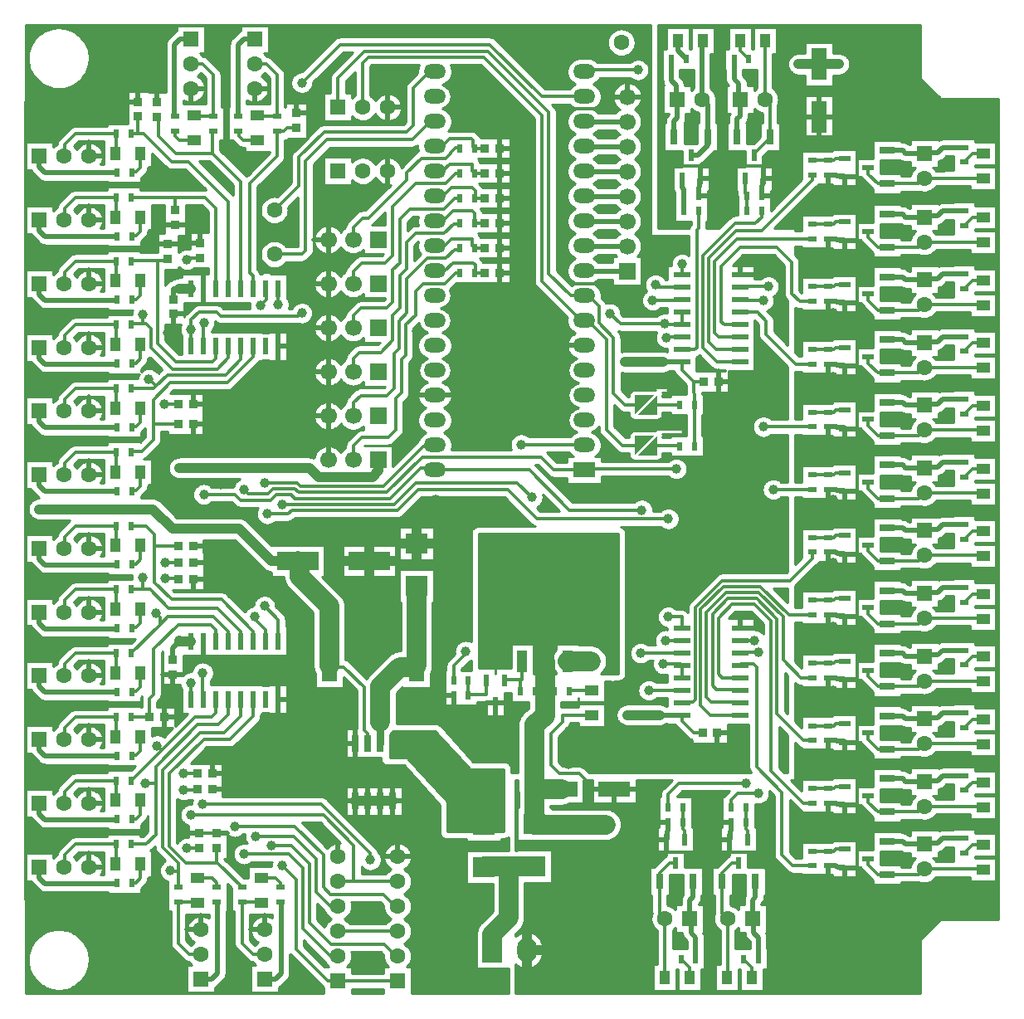
<source format=gtl>
G04 DipTrace 3.0.0.2*
G04 IOExpander.GTL*
%MOMM*%
G04 #@! TF.FileFunction,Copper,L1,Top*
G04 #@! TF.Part,Single*
G04 #@! TA.AperFunction,CopperBalancing*
%ADD10C,0.25*%
%ADD13C,0.5*%
G04 #@! TA.AperFunction,Conductor*
%ADD14C,2.0*%
%ADD15C,0.3*%
G04 #@! TA.AperFunction,CopperBalancing*
%ADD17C,1.0*%
G04 #@! TA.AperFunction,Conductor*
%ADD18C,0.75*%
G04 #@! TA.AperFunction,ComponentPad*
%ADD19R,2.25X1.5*%
%ADD20O,2.25X1.5*%
%ADD21C,1.6*%
%ADD23R,3.2X1.6*%
%ADD24R,1.6X3.2*%
%ADD25R,4.2X1.9*%
%ADD26R,0.9X0.9*%
%ADD27R,2.3X2.1*%
%ADD28R,1.4X1.1*%
G04 #@! TA.AperFunction,ComponentPad*
%ADD29R,1.7X1.7*%
%ADD30C,1.7*%
%ADD31R,1.6X1.6*%
%ADD32C,0.5*%
G04 #@! TA.AperFunction,ComponentPad*
%ADD33C,1.6*%
%ADD34R,3.3X2.2*%
%ADD35R,1.0X2.2*%
%ADD36R,0.7X1.7*%
%ADD38R,0.6X0.86*%
G04 #@! TA.AperFunction,ComponentPad*
%ADD39C,6.0*%
%ADD40R,0.6X1.3*%
%ADD41R,0.6X1.7*%
%ADD42R,1.7X0.6*%
G04 #@! TA.AperFunction,ComponentPad*
%ADD43R,2.0X2.5*%
%ADD44O,2.0X2.5*%
%ADD45R,0.86X0.6*%
%ADD46R,1.1X1.4*%
%ADD48R,0.8X1.6*%
%ADD49R,0.55X1.2*%
%ADD51R,1.6X0.8*%
%ADD52R,1.2X0.55*%
%FSLAX35Y35*%
G04*
G71*
G90*
G75*
G01*
G04 Top*
%LPD*%
X6680000Y8800000D2*
D13*
Y8960000D1*
X6710000Y8990000D1*
Y9180000D1*
X6700000Y9190000D1*
Y9320000D1*
X6650000Y9370000D1*
Y9590000D1*
X7320000Y8800000D2*
Y8980000D1*
X7350000Y9010000D1*
Y9180000D1*
X7340000Y9190000D1*
Y9340000D1*
X7290000Y9390000D1*
Y9590000D1*
X8850000Y8660000D2*
X9010000D1*
X9040000Y8630000D1*
X9230000D1*
X9240000Y8640000D1*
X9370000D1*
X9420000Y8690000D1*
X9640000D1*
X8850000Y8010000D2*
X9010000D1*
X9040000Y7980000D1*
X9230000D1*
X9240000Y7990000D1*
X9370000D1*
X9420000Y8040000D1*
X9640000D1*
X8850000Y7370000D2*
X9010000D1*
X9040000Y7340000D1*
X9230000D1*
X9240000Y7350000D1*
X9370000D1*
X9420000Y7400000D1*
X9640000D1*
X8850000Y6730000D2*
X9010000D1*
X9040000Y6700000D1*
X9230000D1*
X9240000Y6710000D1*
X9370000D1*
X9420000Y6760000D1*
X9640000D1*
X8850000Y6090000D2*
X9010000D1*
X9040000Y6060000D1*
X9230000D1*
X9240000Y6070000D1*
X9370000D1*
X9420000Y6120000D1*
X9640000D1*
X8850000Y5450000D2*
X9010000D1*
X9040000Y5420000D1*
X9230000D1*
X9240000Y5430000D1*
X9370000D1*
X9420000Y5480000D1*
X9640000D1*
X8850000Y4810000D2*
X9010000D1*
X9040000Y4780000D1*
X9230000D1*
X9240000Y4790000D1*
X9370000D1*
X9420000Y4840000D1*
X9640000D1*
X8850000Y4170000D2*
X9010000D1*
X9040000Y4140000D1*
X9230000D1*
X9240000Y4150000D1*
X9370000D1*
X9420000Y4200000D1*
X9640000D1*
X8850000Y3530000D2*
X9010000D1*
X9040000Y3500000D1*
X9230000D1*
X9240000Y3510000D1*
X9370000D1*
X9420000Y3560000D1*
X9640000D1*
X8850000Y2890000D2*
X9010000D1*
X9040000Y2860000D1*
X9230000D1*
X9240000Y2870000D1*
X9370000D1*
X9420000Y2920000D1*
X9640000D1*
X8850000Y2250000D2*
X9010000D1*
X9040000Y2220000D1*
X9230000D1*
X9240000Y2230000D1*
X9370000D1*
X9420000Y2280000D1*
X9640000D1*
X8850000Y1610000D2*
X9010000D1*
X9040000Y1580000D1*
X9230000D1*
X9240000Y1590000D1*
X9370000D1*
X9420000Y1640000D1*
X9640000D1*
X7510000Y1200000D2*
Y1040000D1*
X7480000Y1010000D1*
Y820000D1*
X7490000Y810000D1*
Y680000D1*
X7540000Y630000D1*
Y410000D1*
X6870000Y1200000D2*
Y1040000D1*
X6840000Y1010000D1*
Y820000D1*
X6850000Y810000D1*
Y680000D1*
X6900000Y630000D1*
Y410000D1*
X5255000Y1785000D2*
D14*
Y2140000D1*
X5530000D1*
X5260000Y3140000D2*
D13*
X5360000Y3240000D1*
Y3450000D1*
X5260000Y3140000D2*
X5460000D1*
X5360000Y4040000D2*
Y3450000D1*
X5530000Y2140000D2*
D14*
X5250000D1*
Y2800000D1*
X5360000Y2890000D1*
Y3450000D1*
X5260000Y3140000D2*
D15*
X5460000D1*
X8160000Y9540000D2*
D17*
X8360000D1*
X8160000D2*
X7950000D1*
X5255000Y1785000D2*
D15*
Y1780000D1*
D14*
X5980000D1*
X6200000Y2900000D2*
D17*
X6527913D1*
D13*
X6760000D1*
X1750500Y7250500D2*
D17*
X1750000Y7250000D1*
X1630000D1*
Y3660000D2*
X1639500Y3650500D1*
X1750500D1*
X3658000Y5500000D2*
X3660000Y5498000D1*
Y5390000D1*
X3600000Y5330000D1*
X3050000D1*
X2960000Y5420000D1*
X1630000D1*
X6760000Y6500000D2*
D13*
X6569130D1*
D17*
X6180000D1*
X6980000Y6300000D2*
D15*
X6880000D1*
X6760000Y6420000D1*
Y6500000D1*
X6970000Y2720000D2*
X6880000D1*
X6760000Y2840000D1*
Y2900000D1*
X1570000Y7140000D2*
D13*
Y7250000D1*
X1630000D1*
Y3660000D2*
X1620000Y3650000D1*
X1630000D1*
X1565000Y3585000D1*
Y3465000D1*
X6885000Y5640000D2*
D15*
Y6065000D1*
X6880000Y6300000D1*
X6760000Y7262000D2*
X6518000D1*
X6490000Y7290000D1*
X6760000Y3662000D2*
X6592000Y3660000D1*
X995000Y4435000D2*
D13*
X990000Y4430000D1*
X260000D1*
X200000Y4490000D1*
Y4600000D1*
X995000Y3785000D2*
X990000Y3780000D1*
X260000D1*
X200000Y3840000D1*
Y3950000D1*
X995000Y3135000D2*
X990000Y3130000D1*
X260000D1*
X200000Y3190000D1*
Y3300000D1*
X995000Y2485000D2*
X990000Y2480000D1*
X260000D1*
X200000Y2540000D1*
Y2650000D1*
X995000Y1835000D2*
X990000Y1830000D1*
X260000D1*
X200000Y1890000D1*
Y2000000D1*
X995000Y1185000D2*
X990000Y1180000D1*
X260000D1*
X200000Y1240000D1*
Y1350000D1*
X2015000Y995000D2*
X2020000Y990000D1*
Y260000D1*
X1960000Y200000D1*
X1850000D1*
X2665000Y995000D2*
X2670000Y990000D1*
Y260000D1*
X2610000Y200000D1*
X2500000D1*
X2235000Y9005000D2*
X2230000Y9010000D1*
Y9740000D1*
X2290000Y9800000D1*
X2400000D1*
X1585000Y9005000D2*
X1580000Y9010000D1*
Y9740000D1*
X1640000Y9800000D1*
X1750000D1*
X995000Y8435000D2*
X990000Y8430000D1*
X260000D1*
X200000Y8490000D1*
Y8600000D1*
X995000Y7785000D2*
X990000Y7780000D1*
X260000D1*
X200000Y7840000D1*
Y7950000D1*
X995000Y7135000D2*
X990000Y7130000D1*
X260000D1*
X200000Y7190000D1*
Y7300000D1*
X995000Y6485000D2*
X990000Y6480000D1*
X260000D1*
X200000Y6540000D1*
Y6650000D1*
X995000Y5835000D2*
X990000Y5830000D1*
X260000D1*
X200000Y5890000D1*
Y6000000D1*
X995000Y5185000D2*
X990000Y5180000D1*
X260000D1*
X200000Y5240000D1*
Y5350000D1*
X3556000Y2610000D2*
D15*
X3550000D1*
Y2710000D1*
X3520000Y2740000D1*
Y3180000D1*
X3310000Y3390000D1*
X3170000D1*
X3160000Y3400000D1*
D14*
Y4010000D1*
X2860000Y4310000D1*
Y4450000D1*
X2840000Y4470000D1*
D17*
X2570000D1*
X2240000Y4800000D1*
X1560000D1*
X1360000Y5000000D1*
X200000D1*
X5590000Y3450000D2*
D14*
X5830000D1*
X4430000Y3250000D2*
D15*
Y3400000D1*
X4580000Y3550000D1*
X4550000D1*
X6760000Y7008000D2*
Y6881000D1*
Y3408000D2*
Y3281000D1*
Y3408000D2*
X6748000Y3420000D1*
X6570000D1*
X6580000Y6890000D2*
X6589000Y6881000D1*
X6760000D1*
X5762000Y9464000D2*
X5778000Y9480000D1*
X6310000D1*
X6025000Y6995000D2*
X6130000Y6890000D1*
X6580000D1*
X3248000Y183000D2*
X3858000D1*
X5230000Y5120000D2*
X5080000Y5270000D1*
X4040000D1*
X3820000Y5050000D1*
X2680000D1*
Y1360000D2*
X2820000Y1220000D1*
Y510000D1*
X3147000Y183000D1*
X3248000D1*
X4238000Y8702000D2*
X4312000D1*
X4390000Y8780000D1*
X4610000D1*
X4630000Y8760000D1*
Y8695000D1*
X4642000Y8683000D1*
X4746000D1*
X4642000Y8429000D2*
X4746000D1*
X4238000Y8448000D2*
X4318000D1*
X4390000Y8520000D1*
X4620000D1*
Y8451000D1*
X4642000Y8429000D1*
Y8175000D2*
X4746000D1*
X4238000Y8194000D2*
X4324000D1*
X4410000Y8280000D1*
X4620000D1*
X4650000Y8250000D1*
Y8183000D1*
X4642000Y8175000D1*
Y7921000D2*
X4746000D1*
X4238000Y7940000D2*
X4320000D1*
X4420000Y8040000D1*
X4620000D1*
X4640000Y8020000D1*
Y7923000D1*
X4642000Y7921000D1*
Y7667000D2*
X4746000D1*
X4238000Y7686000D2*
X4336000D1*
X4410000Y7760000D1*
X4620000D1*
Y7689000D1*
X4642000Y7667000D1*
Y7413000D2*
X4746000D1*
X4238000Y7432000D2*
X4342000D1*
X4420000Y7510000D1*
X4630000D1*
X4650000Y7490000D1*
Y7421000D1*
X4642000Y7413000D1*
X4238000Y8956000D2*
X4196000D1*
X4010000Y8770000D1*
X3140000D1*
X2920000Y8550000D1*
Y7640000D1*
X2880000Y7600000D1*
X2600000D1*
X6760000Y7135000D2*
X6755000Y7130000D1*
X6460000D1*
X6340000Y3530000D2*
X6345000Y3535000D1*
X6760000D1*
X4238000Y5400000D2*
X5200000D1*
X5610000Y4990000D1*
X6350000D1*
X1877500Y3060500D2*
X1870000Y3068000D1*
Y3330000D1*
X1880000Y6900000D2*
X1877500Y6897500D1*
Y6660500D1*
X4238000Y5400000D2*
X4218000Y5420000D1*
X4090000D1*
X3780000Y5110000D1*
X2810000D1*
X2770000Y5150000D1*
X2620000D1*
X2560000Y5090000D1*
X2260000D1*
X2200000Y5150000D1*
X1880000D1*
X3248000Y691000D2*
X3858000D1*
X3580000Y1420000D2*
Y1490000D1*
X3080000Y1990000D1*
X1870000D1*
X5762000Y7432000D2*
D13*
X5764000Y7430000D1*
X6200000D1*
X5762000Y7686000D2*
X5764000Y7684000D1*
X6200000D1*
X5762000Y7940000D2*
X5764000Y7938000D1*
X6200000D1*
X5762000Y8194000D2*
X5764000Y8192000D1*
X6200000D1*
X5762000Y8448000D2*
X5764000Y8446000D1*
X6200000D1*
X5762000Y8702000D2*
X5764000Y8700000D1*
X6200000D1*
X5762000Y8956000D2*
X5764000Y8954000D1*
X6200000D1*
X2600000Y8050000D2*
D15*
X2850000Y8300000D1*
Y8590000D1*
X3110000Y8850000D1*
X3950000D1*
X4020000Y8920000D1*
Y9300000D1*
X4184000Y9464000D1*
X4238000D1*
X6950000Y8370000D2*
D13*
X6940000Y8360000D1*
Y8290000D1*
X6930000Y8280000D1*
Y8200000D1*
X7590000Y8370000D2*
X7580000Y8360000D1*
Y8310000D1*
X7570000Y8300000D1*
Y8200000D1*
X8420000Y8390000D2*
X8410000Y8400000D1*
X8340000D1*
X8330000Y8410000D1*
X8250000D1*
X8420000Y7740000D2*
X8410000Y7750000D1*
X8340000D1*
X8330000Y7760000D1*
X8250000D1*
X8420000Y7100000D2*
X8410000Y7110000D1*
X8340000D1*
X8330000Y7120000D1*
X8250000D1*
X8420000Y6460000D2*
X8410000Y6470000D1*
X8340000D1*
X8330000Y6480000D1*
X8250000D1*
X8420000Y5820000D2*
X8410000Y5830000D1*
X8340000D1*
X8330000Y5840000D1*
X8250000D1*
X8420000Y5180000D2*
X8410000Y5190000D1*
X8340000D1*
X8330000Y5200000D1*
X8250000D1*
X8420000Y4540000D2*
X8410000Y4550000D1*
X8340000D1*
X8330000Y4560000D1*
X8250000D1*
X8420000Y3900000D2*
X8410000Y3910000D1*
X8340000D1*
X8330000Y3920000D1*
X8250000D1*
X8420000Y3260000D2*
X8410000Y3270000D1*
X8340000D1*
X8330000Y3280000D1*
X8250000D1*
X8420000Y2620000D2*
X8410000Y2630000D1*
X8340000D1*
X8330000Y2640000D1*
X8250000D1*
X8420000Y1980000D2*
X8410000Y1990000D1*
X8340000D1*
X8330000Y2000000D1*
X8250000D1*
X8420000Y1340000D2*
X8410000Y1350000D1*
X8340000D1*
X8330000Y1360000D1*
X8250000D1*
X7240000Y1630000D2*
X7250000Y1640000D1*
Y1710000D1*
X7260000Y1720000D1*
Y1800000D1*
X6600000Y1630000D2*
X6610000Y1640000D1*
Y1710000D1*
X6620000Y1720000D1*
Y1800000D1*
X7750000Y8300000D2*
D15*
X7900000Y8450000D1*
Y8750000D1*
X7950000Y8800000D1*
X8550000D1*
Y1100000D1*
X8450000Y1200000D1*
X8300000D1*
X7750000D1*
X7450000Y1500000D1*
X6290000D1*
X6600000Y8500000D2*
X7750000D1*
Y8300000D1*
X8160000Y9000000D2*
Y9010000D1*
X7950000D1*
X8160000D2*
X8360000D1*
X5840000Y2900000D2*
X5540000D1*
Y2830000D1*
X5420000Y2710000D1*
Y2390000D1*
X5510000Y2300000D1*
X5710000D1*
X5800000Y2210000D1*
Y2140000D1*
X6070000D1*
X3150000Y7750000D2*
Y7300000D1*
Y6850000D1*
Y6400000D1*
Y5950000D1*
Y5500000D1*
X2639500Y6660500D2*
Y6479500D1*
X2800000Y2870000D2*
X2790000Y2860000D1*
X2660000D1*
X2639500Y2880500D1*
Y3060500D1*
X1565000Y3315000D2*
X1570000Y3310000D1*
Y3130000D1*
X1510000Y6800000D2*
X1570000Y6860000D1*
Y6990000D1*
X6000000Y7300000D2*
X5650000D1*
X5540000Y7410000D1*
Y9060000D1*
Y9085000D1*
X5925000D1*
X6030000Y9190000D1*
Y9208000D1*
X6200000D1*
X5530000Y9060000D2*
X5540000D1*
X800000Y150000D2*
Y670000D1*
X570000Y900000D1*
X180000D1*
X65000Y1015000D1*
Y9155000D1*
X595000D1*
X785000Y9345000D1*
Y9935000D1*
X2815000D1*
X2900000Y9850000D1*
X800000Y150000D2*
X890000Y60000D1*
X2710000D1*
X2800000Y150000D1*
X2880000D1*
X2825000Y9040000D2*
X2815000Y9050000D1*
Y9145000D1*
X2735000Y9225000D1*
Y9635000D1*
X2900000Y9800000D1*
Y9850000D1*
X2010000Y1690000D2*
X1835000D1*
X1680000D1*
X1675000Y1695000D1*
X3429000Y2020000D2*
D17*
X3556000D1*
X3683000D1*
X3810000D1*
X3248000Y945000D2*
D15*
X3243000Y950000D1*
X3170000D1*
X3030000Y1090000D1*
Y1430000D1*
X2800000Y1660000D1*
X2410000D1*
X2500000Y5270000D2*
X2830000D1*
X2870000Y5230000D1*
X3710000D1*
X4120000Y5640000D1*
X4224000D1*
X4238000Y5654000D1*
X2639500Y3650500D2*
X2640000Y3651000D1*
Y3870000D1*
X2500000Y4010000D1*
X2512500Y7250500D2*
X2520000Y7243000D1*
Y7140000D1*
X2460000Y7080000D1*
X2200000Y1760000D2*
X2810000D1*
X3100000Y1470000D1*
Y1140000D1*
X3170000Y1070000D1*
X3710000D1*
X3835000Y945000D1*
X3858000D1*
X5762000Y5400000D2*
X5772000Y5410000D1*
X6700000D1*
X6600000Y6750000D2*
X6596000Y6754000D1*
X6760000D1*
X3248000Y437000D2*
X3245000Y440000D1*
X3170000D1*
X2890000Y720000D1*
Y1340000D1*
X2750000Y1480000D1*
X2290000D1*
Y5200000D2*
X2330000Y5160000D1*
X2540000D1*
X2590000Y5210000D1*
X2810000D1*
X2850000Y5170000D1*
X3750000D1*
X4110000Y5530000D1*
X5320000D1*
X5450000Y5400000D1*
X5762000D1*
X6760000Y3789000D2*
Y3900000D1*
X6620000D1*
Y4900000D2*
X5280000D1*
X4980000Y5200000D1*
X4070000D1*
X3860000Y4990000D1*
X2780000D1*
X2740000Y4950000D1*
X2530000D1*
X2570000Y1570000D2*
X2770000D1*
X2960000Y1380000D1*
Y780000D1*
X3180000Y560000D1*
X3720000D1*
X3843000Y437000D1*
X3858000D1*
X2512500Y3650500D2*
X2510000Y3653000D1*
Y3770000D1*
X2400000Y3880000D1*
Y3900000D1*
X2640000Y7090000D2*
X2639500Y7090500D1*
Y7250500D1*
X4740000Y2180000D2*
D14*
Y1780000D1*
X3810000Y2610000D2*
D15*
X4040000D1*
X4490000Y2160000D1*
X4720000D1*
X4740000Y2180000D1*
X6760000Y7389000D2*
Y7500000D1*
X6420000Y3150000D2*
X6416000Y3154000D1*
X6760000D1*
X7350000Y7262000D2*
X7358000Y7270000D1*
X7640000D1*
X7690000Y5200000D2*
X8090000D1*
X7350000Y7135000D2*
X7355000Y7130000D1*
X7590000D1*
Y5840000D2*
X8090000D1*
X7350000Y7008000D2*
X7352000Y7010000D1*
X7530000D1*
X7620000Y6920000D1*
Y6780000D1*
X7920000Y6480000D1*
X8090000D1*
X7350000Y6881000D2*
X7349000Y6880000D1*
X7190000D1*
X7160000Y6910000D1*
Y7480000D1*
X7350000Y7670000D1*
X7730000D1*
X7880000Y7520000D1*
Y7200000D1*
X7960000Y7120000D1*
X8090000D1*
X7350000Y6754000D2*
X7344000Y6760000D1*
X7130000D1*
X7090000Y6800000D1*
Y7530000D1*
X7320000Y7760000D1*
X8090000D1*
X7350000Y6627000D2*
X7347000Y6630000D1*
X7110000D1*
X7030000Y6710000D1*
Y7560000D1*
X7310000Y7840000D1*
X7570000D1*
X8090000Y8360000D1*
Y8410000D1*
X7350000Y6500000D2*
X7115000D1*
X6970000Y6645000D1*
Y7590000D1*
X7300000Y7920000D1*
X7510000D1*
X7570000Y7980000D1*
Y8040000D1*
X6760000Y6627000D2*
X6763000Y6630000D1*
X6890000D1*
X6910000Y6650000D1*
Y7850000D1*
X6930000Y7870000D1*
Y8040000D1*
X6760000Y3027000D2*
X6763000Y3030000D1*
X6870000D1*
X6900000Y3060000D1*
Y4000000D1*
X7170000Y4270000D1*
X7860000D1*
X8090000Y4500000D1*
Y4560000D1*
Y3920000D2*
X7850000D1*
X7560000Y4210000D1*
X7180000D1*
X6950000Y3980000D1*
Y3000000D1*
X7050000Y2900000D1*
X7350000D1*
X4825000Y500000D2*
D14*
Y665000D1*
X4990000Y830000D1*
Y1355000D1*
X5255000D1*
X4740000Y1350000D2*
Y1355000D1*
X4990000D1*
X7350000Y3027000D2*
D15*
X7347000Y3030000D1*
X7060000D1*
X7010000Y3080000D1*
Y3950000D1*
X7210000Y4150000D1*
X7540000D1*
X7790000Y3900000D1*
Y3460000D1*
X7970000Y3280000D1*
X8090000D1*
X5610000Y3140000D2*
X5624000Y3154000D1*
X5840000D1*
X5110000Y3140000D2*
Y3240000D1*
X5130000Y3260000D1*
Y3450000D1*
X4950000Y3250000D2*
Y3260000D1*
X5110000D1*
Y3140000D1*
X4760000Y3250000D2*
Y3110000D1*
X4580000D1*
Y3100000D1*
Y3250000D2*
Y3100000D1*
X2385500Y7250500D2*
X2380000Y7256000D1*
Y7380000D1*
X2350000Y7410000D1*
Y8320000D1*
X2630000Y8600000D1*
Y8860000D1*
X2700000D1*
X2730000Y8890000D1*
X2825000D1*
X1980000Y8860000D2*
X1970000Y8850000D1*
Y8630000D1*
X2258500Y8341500D1*
Y7250500D1*
X1405000Y9000000D2*
X1415000Y8990000D1*
Y8810000D1*
X1595000Y8630000D1*
X1970000D1*
X1140000Y8830000D2*
X1210000D1*
X1265000D1*
X1550000Y8545000D1*
X1725000D1*
X2131500Y8138500D1*
Y7250500D1*
X1210000Y9005000D2*
Y8830000D1*
X1140000Y8180000D2*
X1590000D1*
X1890000D1*
X2004500Y8065500D1*
Y7250500D1*
X1590000Y8050000D2*
Y8180000D1*
X1140000Y7530000D2*
X1150000Y7540000D1*
X1410000D1*
Y6690000D1*
X1600000Y6500000D1*
X1970000D1*
X2004500Y6534500D1*
Y6660500D1*
X1515000Y7555000D2*
X1500000Y7540000D1*
X1410000D1*
X1140000Y6880000D2*
X1150000Y6890000D1*
X1257427D1*
X1290000D1*
X1340000Y6840000D1*
Y6650000D1*
X1560000Y6430000D1*
X2020000D1*
X2131500Y6541500D1*
Y6660500D1*
X1257427Y6890000D2*
Y6982427D1*
X1710000Y7545000D2*
X1730000Y7565000D1*
X1845000D1*
X1140000Y6230000D2*
X1370000D1*
X1396010Y6256010D1*
X1510000Y6370000D1*
X2100000D1*
X2258500Y6528500D1*
Y6660500D1*
X1396010Y6256010D2*
X1327020Y6325000D1*
X1320000D1*
X1475000Y6075000D2*
X1480000Y6070000D1*
X1620000D1*
X1140000Y5580000D2*
X1150000Y5590000D1*
X1250000D1*
X1365000Y5705000D1*
Y5870000D1*
Y6115000D1*
X1540000Y6290000D1*
X2120000D1*
X2385500Y6555500D1*
Y6660500D1*
X1620000Y5870000D2*
X1365000D1*
X7350000Y3154000D2*
X7344000Y3160000D1*
X7110000D1*
X7070000Y3200000D1*
Y3930000D1*
X7230000Y4090000D1*
X7520000D1*
X7730000Y3880000D1*
Y2910000D1*
X8000000Y2640000D1*
X8090000D1*
X7350000Y3281000D2*
X7169000D1*
X7130000Y3320000D1*
Y3890000D1*
X7270000Y4030000D1*
X7500000D1*
X7670000Y3860000D1*
Y2330000D1*
X8000000Y2000000D1*
X8090000D1*
X7350000Y3408000D2*
X7362000Y3420000D1*
X7490000D1*
X7520000Y3390000D1*
Y2370000D1*
X7780000Y2110000D1*
Y1470000D1*
X7890000Y1360000D1*
X8090000D1*
X7350000Y3535000D2*
X7355000Y3540000D1*
X7540000D1*
Y2100000D2*
X7330000D1*
X7260000Y2030000D1*
Y1960000D1*
X7350000Y3662000D2*
X7352000Y3660000D1*
X7500000D1*
X7410000Y2200000D2*
X6730000D1*
X6620000Y2090000D1*
Y1960000D1*
X1140000Y4830000D2*
X1290000D1*
X1375000Y4745000D1*
Y4620000D1*
Y4255000D1*
X1550000Y4080000D1*
X2060000D1*
X2385500Y3754500D1*
Y3650500D1*
X1620000Y4620000D2*
X1375000D1*
X1140000Y4180000D2*
X1248680D1*
X1330000D1*
X1520000Y3990000D1*
X2020000D1*
X2258500Y3751500D1*
Y3650500D1*
X1248680Y4180000D2*
X1260000Y4191320D1*
Y4305000D1*
X1485000Y4450000D2*
X1625000D1*
X1140000Y3530000D2*
X1431300Y3821300D1*
X1510000Y3900000D1*
X1980000D1*
X2131500Y3748500D1*
Y3650500D1*
X1431300Y3821300D2*
Y3898700D1*
X1390000Y3940000D1*
X1485000Y4295000D2*
X1615000D1*
X1625000Y4285000D1*
X1140000Y2880000D2*
X1320000D1*
X1325000Y2875000D1*
Y3065000D1*
X1370000Y3110000D1*
Y3570000D1*
X1620000Y3820000D1*
X1950000D1*
X2004500Y3765500D1*
Y3650500D1*
X1140000Y2230000D2*
X1450703Y2540703D1*
X1790000Y2880000D1*
X1960000D1*
X2004500Y2924500D1*
Y3060500D1*
X1450703Y2540703D2*
X1405000Y2586407D1*
X1675000Y2300000D2*
X1815000D1*
X1140000Y1580000D2*
X1290000D1*
X1390000Y1680000D1*
Y2201520D1*
Y2370000D1*
X1820000Y2800000D1*
X2030000D1*
X2131500Y2901500D1*
Y3060500D1*
X1390000Y2201520D2*
X1286520D1*
X1675000Y2135000D2*
X1810000D1*
X1815000Y2140000D1*
X1620000Y1140000D2*
Y1306027D1*
Y1390000D1*
X1460000Y1550000D1*
Y2340000D1*
X1840000Y2720000D1*
X2090000D1*
X2258500Y2888500D1*
Y3060500D1*
X1620000Y1306027D2*
X1543973D1*
X1540000Y1310000D1*
X1710000Y1540000D2*
X1835000D1*
X2270000Y1140000D2*
X2020000Y1390000D1*
X2010000D1*
X1700000D1*
X1530000Y1560000D1*
Y2300000D1*
X1880000Y2650000D1*
X2150000D1*
X2385500Y2885500D1*
Y3060500D1*
X2010000Y1540000D2*
Y1390000D1*
X3683000Y2610000D2*
D18*
Y2830000D1*
D14*
Y3193000D1*
X3880000Y3390000D1*
X4040000D1*
D18*
X4050000Y3400000D1*
D14*
Y4220000D1*
X6735000Y5640000D2*
D15*
X6725000Y5650000D1*
X6470000D1*
X6735000Y6065000D2*
X6470000D1*
X3404000Y7750000D2*
Y7874000D1*
X3500000Y7970000D1*
X3560000D1*
X3950000Y8360000D1*
Y8430000D1*
X4100000Y8580000D1*
X4350000D1*
X4400000Y8630000D1*
Y8640000D1*
X4450000Y8690000D1*
X4485000D1*
X4492000Y8683000D1*
X3404000Y7300000D2*
Y7424000D1*
X3490000Y7510000D1*
X3730000D1*
X3810000Y7590000D1*
Y8090000D1*
X4045000Y8325000D1*
X4345000D1*
X4449000Y8429000D1*
X4492000D1*
X3404000Y6850000D2*
Y6974000D1*
X3480000Y7050000D1*
X3750000D1*
X3810000Y7110000D1*
Y7440000D1*
X3880000Y7510000D1*
Y7960000D1*
X3985000Y8065000D1*
X4335000D1*
X4440000Y8170000D1*
X4487000D1*
X4492000Y8175000D1*
X3404000Y6400000D2*
Y6534000D1*
X3470000Y6600000D1*
X3690000D1*
X3810000Y6720000D1*
Y6980000D1*
X3880000Y7050000D1*
Y7380000D1*
X3950000Y7450000D1*
Y7720000D1*
X4045000Y7815000D1*
X4335000D1*
X4430000Y7910000D1*
X4481000D1*
X4492000Y7921000D1*
X3404000Y5950000D2*
Y6084000D1*
X3480000Y6160000D1*
X3750000D1*
X3820000Y6230000D1*
Y6590000D1*
X3870000Y6640000D1*
Y6920000D1*
X3950000Y7000000D1*
Y7350000D1*
X4160000Y7560000D1*
X4350000D1*
X4440000Y7650000D1*
X4475000D1*
X4492000Y7667000D1*
X3404000Y5500000D2*
Y5644000D1*
X3490000Y5730000D1*
X3760000D1*
X3840000Y5810000D1*
Y6130000D1*
X3900000Y6190000D1*
Y6530000D1*
X3940000Y6570000D1*
Y6880000D1*
X4040000Y6980000D1*
Y7220000D1*
X4120000Y7300000D1*
X4340000D1*
X4453000Y7413000D1*
X4492000D1*
X2235000Y8855000D2*
X2240000Y8850000D1*
Y8810000D1*
X2284000Y8766000D1*
X2430000D1*
X1585000Y8855000D2*
X1590000Y8850000D1*
Y8810000D1*
X1634000Y8766000D1*
X1780000D1*
X1145000Y8435000D2*
X1150000Y8440000D1*
X1190000D1*
X1234000Y8484000D1*
Y8630000D1*
X1145000Y7785000D2*
X1150000Y7790000D1*
X1190000D1*
X1234000Y7834000D1*
Y7980000D1*
X1145000Y7135000D2*
X1150000Y7140000D1*
X1190000D1*
X1234000Y7184000D1*
Y7330000D1*
X1145000Y6485000D2*
X1150000Y6490000D1*
X1190000D1*
X1234000Y6534000D1*
Y6680000D1*
X1145000Y5835000D2*
X1150000Y5840000D1*
X1190000D1*
X1234000Y5884000D1*
Y6030000D1*
X1145000Y5185000D2*
X1150000Y5190000D1*
X1190000D1*
X1234000Y5234000D1*
Y5380000D1*
X1145000Y4435000D2*
X1150000Y4440000D1*
X1190000D1*
X1234000Y4484000D1*
Y4630000D1*
X1145000Y3785000D2*
X1150000Y3790000D1*
X1190000D1*
X1234000Y3834000D1*
Y3980000D1*
X1145000Y3135000D2*
X1150000Y3140000D1*
X1190000D1*
X1234000Y3184000D1*
Y3330000D1*
X1145000Y2485000D2*
X1150000Y2490000D1*
X1190000D1*
X1234000Y2534000D1*
Y2680000D1*
X1145000Y1835000D2*
X1150000Y1840000D1*
X1190000D1*
X1234000Y1884000D1*
Y2030000D1*
X1145000Y1185000D2*
X1150000Y1190000D1*
X1190000D1*
X1234000Y1234000D1*
Y1380000D1*
X2015000Y1145000D2*
X2010000Y1150000D1*
Y1190000D1*
X1966000Y1234000D1*
X1820000D1*
X2665000Y1145000D2*
X2660000Y1150000D1*
Y1190000D1*
X2616000Y1234000D1*
X2470000D1*
X6855000Y8610000D2*
D13*
X6920000D1*
X7020000Y8710000D1*
Y8800000D1*
X6964000Y9180000D2*
X7020000Y9124000D1*
Y8800000D1*
X6970000Y9780000D2*
X6964000Y9774000D1*
Y9180000D1*
X7495000Y8610000D2*
D15*
Y8625000D1*
X7660000Y8790000D1*
Y8800000D1*
X7604000Y9180000D2*
X7660000Y9124000D1*
Y8800000D1*
X7610000Y9780000D2*
X7604000Y9774000D1*
Y9180000D1*
X8660000Y8485000D2*
Y8420000D1*
X8760000Y8320000D1*
X8850000D1*
X9230000Y8376000D2*
X9174000Y8320000D1*
X8850000D1*
X9830000Y8370000D2*
X9824000Y8376000D1*
X9230000D1*
X8660000Y7835000D2*
Y7770000D1*
X8760000Y7670000D1*
X8850000D1*
X9230000Y7726000D2*
X9174000Y7670000D1*
X8850000D1*
X9830000Y7720000D2*
X9824000Y7726000D1*
X9230000D1*
X8660000Y7195000D2*
Y7130000D1*
X8760000Y7030000D1*
X8850000D1*
X9230000Y7086000D2*
X9174000Y7030000D1*
X8850000D1*
X9830000Y7080000D2*
X9824000Y7086000D1*
X9230000D1*
X8660000Y6555000D2*
Y6490000D1*
X8760000Y6390000D1*
X8850000D1*
X9230000Y6446000D2*
X9174000Y6390000D1*
X8850000D1*
X9830000Y6440000D2*
X9824000Y6446000D1*
X9230000D1*
X8660000Y5915000D2*
Y5850000D1*
X8760000Y5750000D1*
X8850000D1*
X9230000Y5806000D2*
X9174000Y5750000D1*
X8850000D1*
X9830000Y5800000D2*
X9824000Y5806000D1*
X9230000D1*
X8660000Y5275000D2*
Y5210000D1*
X8760000Y5110000D1*
X8850000D1*
X9230000Y5166000D2*
X9174000Y5110000D1*
X8850000D1*
X9830000Y5160000D2*
X9824000Y5166000D1*
X9230000D1*
X8660000Y4635000D2*
Y4570000D1*
X8760000Y4470000D1*
X8850000D1*
X9230000Y4526000D2*
X9174000Y4470000D1*
X8850000D1*
X9830000Y4520000D2*
X9824000Y4526000D1*
X9230000D1*
X8660000Y3995000D2*
Y3930000D1*
X8760000Y3830000D1*
X8850000D1*
X9230000Y3886000D2*
X9174000Y3830000D1*
X8850000D1*
X9830000Y3880000D2*
X9824000Y3886000D1*
X9230000D1*
X8660000Y3355000D2*
Y3290000D1*
X8760000Y3190000D1*
X8850000D1*
X9230000Y3246000D2*
X9174000Y3190000D1*
X8850000D1*
X9830000Y3240000D2*
X9824000Y3246000D1*
X9230000D1*
X8660000Y2715000D2*
Y2650000D1*
X8760000Y2550000D1*
X8850000D1*
X9230000Y2606000D2*
X9174000Y2550000D1*
X8850000D1*
X9830000Y2600000D2*
X9824000Y2606000D1*
X9230000D1*
X8660000Y2075000D2*
Y2010000D1*
X8760000Y1910000D1*
X8850000D1*
X9230000Y1966000D2*
X9174000Y1910000D1*
X8850000D1*
X9830000Y1960000D2*
X9824000Y1966000D1*
X9230000D1*
X8660000Y1435000D2*
Y1370000D1*
X8760000Y1270000D1*
X8850000D1*
X9230000Y1326000D2*
X9174000Y1270000D1*
X8850000D1*
X9830000Y1320000D2*
X9824000Y1326000D1*
X9230000D1*
X7335000Y1390000D2*
X7270000D1*
X7170000Y1290000D1*
Y1200000D1*
X7226000Y820000D2*
X7170000Y876000D1*
Y1200000D1*
X7220000Y220000D2*
X7226000Y226000D1*
Y820000D1*
X6695000Y1390000D2*
X6630000D1*
X6530000Y1290000D1*
Y1200000D1*
X6586000Y820000D2*
X6530000Y876000D1*
Y1200000D1*
X6580000Y220000D2*
X6586000Y226000D1*
Y820000D1*
X2430000Y9020000D2*
X2440000Y9010000D1*
X2630000D1*
X2400000Y9546000D2*
X2406000Y9540000D1*
X2520000D1*
X2630000Y9430000D1*
Y9010000D1*
X1780000Y9020000D2*
X1790000Y9010000D1*
X1980000D1*
X1750000Y9546000D2*
X1756000Y9540000D1*
X1870000D1*
X1980000Y9430000D1*
Y9010000D1*
X980000Y8630000D2*
X990000Y8640000D1*
Y8830000D1*
X454000Y8600000D2*
X460000Y8606000D1*
Y8720000D1*
X570000Y8830000D1*
X990000D1*
X980000Y7980000D2*
X990000Y7990000D1*
Y8180000D1*
X454000Y7950000D2*
X460000Y7956000D1*
Y8070000D1*
X570000Y8180000D1*
X990000D1*
X980000Y7330000D2*
X990000Y7340000D1*
Y7530000D1*
X454000Y7300000D2*
X460000Y7306000D1*
Y7420000D1*
X570000Y7530000D1*
X990000D1*
X980000Y6680000D2*
X990000Y6690000D1*
Y6880000D1*
X454000Y6650000D2*
X460000Y6656000D1*
Y6770000D1*
X570000Y6880000D1*
X990000D1*
X980000Y6030000D2*
X990000Y6040000D1*
Y6230000D1*
X454000Y6000000D2*
X460000Y6006000D1*
Y6120000D1*
X570000Y6230000D1*
X990000D1*
X980000Y5380000D2*
X990000Y5390000D1*
Y5580000D1*
X454000Y5350000D2*
X460000Y5356000D1*
Y5470000D1*
X570000Y5580000D1*
X990000D1*
X980000Y4630000D2*
X990000Y4640000D1*
Y4830000D1*
X454000Y4600000D2*
X460000Y4606000D1*
Y4720000D1*
X570000Y4830000D1*
X990000D1*
X980000Y3980000D2*
X990000Y3990000D1*
Y4180000D1*
X454000Y3950000D2*
X460000Y3956000D1*
Y4070000D1*
X570000Y4180000D1*
X990000D1*
X980000Y3330000D2*
X990000Y3340000D1*
Y3530000D1*
X454000Y3300000D2*
X460000Y3306000D1*
Y3420000D1*
X570000Y3530000D1*
X990000D1*
X980000Y2680000D2*
X990000Y2690000D1*
Y2880000D1*
X454000Y2650000D2*
X460000Y2656000D1*
Y2770000D1*
X570000Y2880000D1*
X990000D1*
X980000Y2030000D2*
X990000Y2040000D1*
Y2230000D1*
X454000Y2000000D2*
X460000Y2006000D1*
Y2120000D1*
X570000Y2230000D1*
X990000D1*
X980000Y1380000D2*
X990000Y1390000D1*
Y1580000D1*
X454000Y1350000D2*
X460000Y1356000D1*
Y1470000D1*
X570000Y1580000D1*
X990000D1*
X1820000Y980000D2*
X1810000Y990000D1*
X1620000D1*
X1850000Y454000D2*
X1844000Y460000D1*
X1730000D1*
X1620000Y570000D1*
Y990000D1*
X2470000Y980000D2*
X2460000Y990000D1*
X2270000D1*
X2500000Y454000D2*
X2494000Y460000D1*
X2380000D1*
X2270000Y570000D1*
Y990000D1*
X6780000Y8040000D2*
D13*
Y8200000D1*
X6760000Y8370000D2*
Y8280000D1*
X6780000Y8260000D1*
Y8200000D1*
X7420000Y8040000D2*
D15*
Y8200000D1*
X7400000Y8370000D2*
Y8220000D1*
X7420000Y8200000D1*
X8090000Y8560000D2*
X8250000D1*
X8420000Y8580000D2*
X8330000D1*
X8310000Y8560000D1*
X8250000D1*
X8090000Y7910000D2*
X8250000D1*
X8420000Y7930000D2*
X8330000D1*
X8310000Y7910000D1*
X8250000D1*
X8090000Y7270000D2*
X8250000D1*
X8420000Y7290000D2*
X8330000D1*
X8310000Y7270000D1*
X8250000D1*
X8090000Y6630000D2*
X8250000D1*
X8420000Y6650000D2*
X8330000D1*
X8310000Y6630000D1*
X8250000D1*
X8090000Y5990000D2*
X8250000D1*
X8420000Y6010000D2*
X8330000D1*
X8310000Y5990000D1*
X8250000D1*
X8090000Y5350000D2*
X8250000D1*
X8420000Y5370000D2*
X8330000D1*
X8310000Y5350000D1*
X8250000D1*
X8090000Y4710000D2*
X8250000D1*
X8420000Y4730000D2*
X8330000D1*
X8310000Y4710000D1*
X8250000D1*
X8090000Y4070000D2*
X8250000D1*
X8420000Y4090000D2*
X8330000D1*
X8310000Y4070000D1*
X8250000D1*
X8090000Y3430000D2*
X8250000D1*
X8420000Y3450000D2*
X8330000D1*
X8310000Y3430000D1*
X8250000D1*
X8090000Y2790000D2*
X8250000D1*
X8420000Y2810000D2*
X8330000D1*
X8310000Y2790000D1*
X8250000D1*
X8090000Y2150000D2*
X8250000D1*
X8420000Y2170000D2*
X8330000D1*
X8310000Y2150000D1*
X8250000D1*
X8090000Y1510000D2*
X8250000D1*
X8420000Y1530000D2*
X8330000D1*
X8310000Y1510000D1*
X8250000D1*
X7410000Y1960000D2*
Y1800000D1*
X7430000Y1630000D2*
Y1720000D1*
X7410000Y1740000D1*
Y1800000D1*
X6770000Y1960000D2*
Y1800000D1*
X6790000Y1630000D2*
Y1720000D1*
X6770000Y1740000D1*
Y1800000D1*
X6800000Y9590000D2*
D13*
X6716000Y9674000D1*
Y9780000D1*
X7440000Y9590000D2*
D15*
X7356000Y9674000D1*
Y9780000D1*
X9640000Y8540000D2*
X9724000Y8624000D1*
X9830000D1*
X9640000Y7890000D2*
X9724000Y7974000D1*
X9830000D1*
X9640000Y7250000D2*
X9724000Y7334000D1*
X9830000D1*
X9640000Y6610000D2*
X9724000Y6694000D1*
X9830000D1*
X9640000Y5970000D2*
X9724000Y6054000D1*
X9830000D1*
X9640000Y5330000D2*
X9724000Y5414000D1*
X9830000D1*
X9640000Y4690000D2*
X9724000Y4774000D1*
X9830000D1*
X9640000Y4050000D2*
X9724000Y4134000D1*
X9830000D1*
X9640000Y3410000D2*
X9724000Y3494000D1*
X9830000D1*
X9640000Y2770000D2*
X9724000Y2854000D1*
X9830000D1*
X9640000Y2130000D2*
X9724000Y2214000D1*
X9830000D1*
X9640000Y1490000D2*
X9724000Y1574000D1*
X9830000D1*
X7390000Y410000D2*
X7474000Y326000D1*
Y220000D1*
X6750000Y410000D2*
X6834000Y326000D1*
Y220000D1*
X3250000Y9100000D2*
Y9400000D1*
X3520000Y9670000D1*
X4780000D1*
X5400000Y9050000D1*
Y7400000D1*
X5622000Y7178000D1*
X5762000D1*
X6310000Y6065000D2*
X6175000D1*
X6060000Y6180000D1*
Y6750000D1*
X5910000Y6900000D1*
Y7070000D1*
X5802000Y7178000D1*
X5762000D1*
X3504000Y9100000D2*
X3500000Y9104000D1*
Y9550000D1*
X3560000Y9610000D1*
X4740000D1*
X5330000Y9020000D1*
Y7325000D1*
X5731000Y6924000D1*
X5762000D1*
X6310000Y5650000D2*
X6150000D1*
X5990000Y5810000D1*
Y6730000D1*
X5796000Y6924000D1*
X5762000D1*
Y5654000D2*
X5756000Y5660000D1*
X5120000D1*
X1750500Y6660500D2*
Y6830000D1*
Y6930500D1*
X1830000Y7010000D1*
X2010000D1*
X2050000Y6970000D1*
X2840000D1*
X2870000Y7000000D1*
X2880000D1*
Y9350000D2*
X3270000Y9740000D1*
X4800000D1*
X5330000Y9210000D1*
X5762000D1*
X1750500Y3060500D2*
Y3230000D1*
X3248000Y1199000D2*
X3858000D1*
X3248000D2*
X3410000D1*
Y1570000D1*
X3100000Y1880000D1*
X1750500D1*
D17*
X8360000Y9540000D3*
X7950000D3*
X5980000Y1780000D3*
X6200000Y2900000D3*
X1630000Y7250000D3*
Y3660000D3*
Y5420000D3*
X6180000Y6500000D3*
X1630000Y3660000D3*
X6490000Y7290000D3*
X6180000Y6500000D3*
X6592000Y3660000D3*
X200000Y5000000D3*
X5830000Y3450000D3*
X4550000Y3550000D3*
X6570000Y3420000D3*
X6580000Y6890000D3*
X6310000Y9480000D3*
X6025000Y6995000D3*
X6580000Y6890000D3*
X5230000Y5120000D3*
X2680000Y5050000D3*
Y1360000D3*
X6460000Y7130000D3*
X6340000Y3530000D3*
X6350000Y4990000D3*
X1870000Y3330000D3*
X1880000Y6900000D3*
Y5150000D3*
X3580000Y1420000D3*
X1870000Y1990000D3*
Y3330000D3*
X7950000Y9010000D3*
X8360000D3*
X2639500Y6479500D3*
X2800000Y2870000D3*
X6000000Y7300000D3*
X1675000Y1695000D3*
X2410000Y1660000D3*
X2500000Y5270000D3*
Y4010000D3*
X2460000Y7080000D3*
X2200000Y1760000D3*
X6700000Y5410000D3*
X6600000Y6750000D3*
X2290000Y1480000D3*
Y5200000D3*
X6620000Y3900000D3*
Y4900000D3*
X2530000Y4950000D3*
X2570000Y1570000D3*
X2400000Y3900000D3*
X2640000Y7090000D3*
X6760000Y7500000D3*
X6420000Y3150000D3*
X7640000Y7270000D3*
X7690000Y5200000D3*
X7590000Y7130000D3*
Y5840000D3*
X1257427Y6982427D3*
X1710000Y7545000D3*
X1320000Y6325000D3*
X1475000Y6075000D3*
X7540000Y3540000D3*
Y2100000D3*
X7500000Y3660000D3*
X7410000Y2200000D3*
X1260000Y4305000D3*
X1485000Y4450000D3*
X1390000Y3940000D3*
X1485000Y4295000D3*
X1405000Y2586407D3*
X1675000Y2300000D3*
X1286520Y2201520D3*
X1675000Y2135000D3*
X1540000Y1310000D3*
X1710000Y1540000D3*
X5120000Y5660000D3*
X2880000Y7000000D3*
Y9350000D3*
X1750500Y3230000D3*
Y6830000D3*
Y1880000D3*
Y3230000D3*
X3430000Y1820000D3*
X3550000D3*
X3680000D3*
X3810000D3*
X3490000Y2240000D3*
X3620000D3*
X3750000D3*
X3400000Y4750000D3*
X3550000D3*
X3700000D3*
X3400000Y4200000D3*
X3550000D3*
X3700000D3*
X3350000Y3090000D3*
Y2930000D3*
X3950000Y3090000D3*
X4940000Y4050000D3*
X4820000Y4400000D3*
X4800000Y4690000D3*
X4910000Y3720000D3*
X4900000Y3450000D3*
X5100000Y3700000D3*
X5600000D3*
X6050000Y3350000D3*
Y3650000D3*
Y4000000D3*
Y4400000D3*
Y4700000D3*
X5400000D3*
X5150000Y4300000D3*
X5700000D3*
X3950000Y2910000D3*
X1570000Y3130000D3*
X1510000Y6800000D3*
X3550000Y3390000D3*
X9900000Y900000D3*
X9100000Y150000D3*
X5700000D3*
X5600000Y2700000D3*
X9900000Y9100000D3*
X9050000Y9800000D3*
X6600000Y7950000D3*
X6290000Y1500000D3*
X5600000Y2550000D3*
X6450000Y1750000D3*
X7100000D3*
X8300000Y1200000D3*
Y1850000D3*
Y2500000D3*
Y3150000D3*
Y3800000D3*
Y4450000D3*
Y5100000D3*
Y5700000D3*
Y6350000D3*
Y7000000D3*
Y7600000D3*
Y8250000D3*
X7750000Y8300000D3*
X7100000D3*
X6600000Y8500000D3*
X5600000Y2400000D3*
X5050000Y2550000D3*
Y2400000D3*
X4330000Y2810000D3*
X4900000Y5000000D3*
X4250000Y5100000D3*
X2050000Y5000000D3*
Y4600000D3*
Y5250000D3*
Y5600000D3*
X1450000Y5140000D3*
Y5550000D3*
X7555000Y7525000D3*
X5755000Y5155000D3*
X5980000Y9285000D3*
X2670000Y8370000D3*
X3060000Y8240000D3*
X4900000Y150000D3*
X7620000Y1820000D3*
X750000Y9850000D3*
X2900000D3*
X5000000Y9750000D3*
X4780000Y9020000D3*
X4750000Y7250000D3*
X4500000Y6350000D3*
X4000000Y5950000D3*
X1790000Y7960000D3*
X5450000Y6800000D3*
Y5850000D3*
X2050000Y4260000D3*
X2850000Y4000000D3*
Y3350000D3*
X150000Y850000D3*
X800000Y150000D3*
X150000Y9250000D3*
X7200000Y4550000D3*
Y5350000D3*
X5530000Y9060000D3*
X4030000Y6310000D3*
X3850000Y5650000D3*
X4050000Y6820000D3*
X2880000Y150000D3*
X3540000Y3610000D3*
X2040000Y3420000D3*
Y2490000D3*
X370000Y4800000D3*
X4685000Y4722833D2*
D10*
X6105000D1*
X4685000Y4698167D2*
X6105000D1*
X4685000Y4673500D2*
X6105000D1*
X4685000Y4648833D2*
X6105000D1*
X4685000Y4624167D2*
X6105000D1*
X4685000Y4599500D2*
X6105000D1*
X4685000Y4574833D2*
X6105000D1*
X4685000Y4550167D2*
X6105000D1*
X4685000Y4525500D2*
X6105000D1*
X4685000Y4500833D2*
X6105000D1*
X4685000Y4476167D2*
X6105000D1*
X4685000Y4451500D2*
X6105000D1*
X4685000Y4426833D2*
X6105000D1*
X4685000Y4402167D2*
X6105000D1*
X4685000Y4377500D2*
X6105000D1*
X4685000Y4352833D2*
X6105000D1*
X4685000Y4328167D2*
X6105000D1*
X4685000Y4303500D2*
X6105000D1*
X4685000Y4278833D2*
X6105000D1*
X4685000Y4254167D2*
X6105000D1*
X4685000Y4229500D2*
X6105000D1*
X4685000Y4204833D2*
X6105000D1*
X4685000Y4180167D2*
X6105000D1*
X4685000Y4155500D2*
X6105000D1*
X4685000Y4130833D2*
X6105000D1*
X4685000Y4106167D2*
X6105000D1*
X4685000Y4081500D2*
X6105000D1*
X4685000Y4056833D2*
X6105000D1*
X4685000Y4032167D2*
X6105000D1*
X4685000Y4007500D2*
X6105000D1*
X4685000Y3982833D2*
X6105000D1*
X4685000Y3958167D2*
X6105000D1*
X4685000Y3933500D2*
X6105000D1*
X4685000Y3908833D2*
X6105000D1*
X4685000Y3884167D2*
X6105000D1*
X4685000Y3859500D2*
X6105000D1*
X4685000Y3834833D2*
X6105000D1*
X4685000Y3810167D2*
X6105000D1*
X4685000Y3785500D2*
X6105000D1*
X4685000Y3760833D2*
X6105000D1*
X4685000Y3736167D2*
X6105000D1*
X4685000Y3711500D2*
X6105000D1*
X4685000Y3686833D2*
X6105000D1*
X4685000Y3662167D2*
X6105000D1*
X4685000Y3637500D2*
X6105000D1*
X4685000Y3612833D2*
X5014010D1*
X5246010D2*
X5474020D1*
X5846890D2*
X6105000D1*
X4685000Y3588167D2*
X5014010D1*
X5246010D2*
X5474020D1*
X5919840D2*
X6105000D1*
X4685000Y3563500D2*
X5014010D1*
X5246010D2*
X5469867D1*
X5950160D2*
X6105000D1*
X4685000Y3538833D2*
X5014010D1*
X5246010D2*
X5450287D1*
X5969740D2*
X6105000D1*
X4685000Y3514167D2*
X5014010D1*
X5246010D2*
X5437153D1*
X5982827D2*
X6105000D1*
X4685000Y3489500D2*
X5014010D1*
X5246010D2*
X5428900D1*
X5991127D2*
X6105000D1*
X4685000Y3464833D2*
X5014010D1*
X5246010D2*
X5424703D1*
X5995277D2*
X6105000D1*
X4685000Y3440167D2*
X5014010D1*
X5246010D2*
X5424310D1*
X5995670D2*
X6105000D1*
X4685000Y3415500D2*
X5014010D1*
X5246010D2*
X5427730D1*
X5992300D2*
X6105000D1*
X4685000Y3390833D2*
X5014010D1*
X5246010D2*
X5435103D1*
X5984877D2*
X6105000D1*
X5246010Y3366167D2*
X5447163D1*
X5972817D2*
X6105000D1*
X5246010Y3341500D2*
X5465230D1*
X5954750D2*
X6105000D1*
X5029000Y3623500D2*
X5243500D1*
Y3322473D1*
X5476493Y3322500D1*
X5476500Y3332407D1*
X5468143Y3340990D1*
X5460173Y3350613D1*
X5452963Y3360820D1*
X5446550Y3371547D1*
X5440977Y3382733D1*
X5436277Y3394310D1*
X5432470Y3406217D1*
X5429587Y3418373D1*
X5427640Y3430720D1*
X5426643Y3443177D1*
X5426597Y3455673D1*
X5427510Y3468137D1*
X5429370Y3480493D1*
X5432167Y3492673D1*
X5435887Y3504603D1*
X5440507Y3516217D1*
X5446003Y3527440D1*
X5452337Y3538213D1*
X5459477Y3548470D1*
X5467380Y3558150D1*
X5476470Y3567623D1*
X5476500Y3623500D1*
X5703500D1*
Y3613490D1*
X5830000Y3613500D1*
X5842487Y3613023D1*
X5854903Y3611593D1*
X5867173Y3609220D1*
X5879223Y3605913D1*
X5890990Y3601700D1*
X5902397Y3596597D1*
X5913383Y3590640D1*
X5923880Y3583860D1*
X5933830Y3576300D1*
X5943173Y3568000D1*
X5951857Y3559010D1*
X5959827Y3549387D1*
X5967037Y3539180D1*
X5973450Y3528453D1*
X5979023Y3517267D1*
X5983723Y3505690D1*
X5987530Y3493783D1*
X5990413Y3481627D1*
X5992360Y3469280D1*
X5993357Y3456823D1*
X5993403Y3444327D1*
X5992490Y3431863D1*
X5990630Y3419507D1*
X5987833Y3407327D1*
X5984113Y3395397D1*
X5979493Y3383783D1*
X5973997Y3372560D1*
X5967663Y3361787D1*
X5960523Y3351530D1*
X5952620Y3341850D1*
X5944003Y3332800D1*
X5932127Y3322437D1*
X6107500Y3322500D1*
Y4747500D1*
X4682500D1*
Y3378507D1*
X4853500Y3378500D1*
Y3322493D1*
X4856500Y3334000D1*
Y3378500D1*
X5016510D1*
X5016500Y3623500D1*
X5029000D1*
X65000Y9912833D2*
X1604020D1*
X1895980D2*
X2254020D1*
X2545980D2*
X6435023D1*
X65000Y9888167D2*
X275747D1*
X524253D2*
X1604020D1*
X1895980D2*
X2254020D1*
X2545980D2*
X6072963D1*
X6207017D2*
X6435023D1*
X65000Y9863500D2*
X228873D1*
X571127D2*
X1575893D1*
X1895980D2*
X2225893D1*
X2545980D2*
X6038100D1*
X6241880D2*
X6435023D1*
X65000Y9838833D2*
X195473D1*
X604527D2*
X1551237D1*
X1895980D2*
X2201237D1*
X2545980D2*
X6017593D1*
X6262387D2*
X6435023D1*
X65000Y9814167D2*
X169447D1*
X630553D2*
X1526577D1*
X1895980D2*
X2176577D1*
X2545980D2*
X3241860D1*
X4828110D2*
X6004603D1*
X6275377D2*
X6435023D1*
X65000Y9789500D2*
X148600D1*
X651400D2*
X1504167D1*
X1895980D2*
X2154167D1*
X2545980D2*
X3206020D1*
X4863950D2*
X5997083D1*
X6282943D2*
X6435023D1*
X65000Y9764833D2*
X131607D1*
X668393D2*
X1492593D1*
X1895980D2*
X2142593D1*
X2545980D2*
X3181363D1*
X4888657D2*
X5994057D1*
X6285923D2*
X6435023D1*
X65000Y9740167D2*
X117837D1*
X682163D2*
X1489027D1*
X1895980D2*
X2139027D1*
X2545980D2*
X3156703D1*
X4913317D2*
X5995377D1*
X6284603D2*
X6435023D1*
X65000Y9715500D2*
X106753D1*
X693247D2*
X1489027D1*
X1895980D2*
X2139027D1*
X2545980D2*
X3132047D1*
X4937973D2*
X6001090D1*
X6278940D2*
X6435023D1*
X65000Y9690833D2*
X98160D1*
X701840D2*
X1489027D1*
X1895980D2*
X2139027D1*
X2545980D2*
X3107387D1*
X4962633D2*
X6011783D1*
X6268247D2*
X6435023D1*
X65000Y9666167D2*
X91763D1*
X708237D2*
X1489027D1*
X1895980D2*
X2139027D1*
X2545980D2*
X3082680D1*
X4987290D2*
X6028920D1*
X6251060D2*
X6435023D1*
X65000Y9641500D2*
X87417D1*
X712583D2*
X1489027D1*
X1859603D2*
X2139027D1*
X2509603D2*
X3058023D1*
X3284947D2*
X3378043D1*
X5011947D2*
X6056557D1*
X6223423D2*
X6435023D1*
X65000Y9616833D2*
X85123D1*
X714877D2*
X1489027D1*
X1888413D2*
X2139027D1*
X2538413D2*
X3033363D1*
X3260287D2*
X3353383D1*
X5036657D2*
X6127750D1*
X6152307D2*
X6435023D1*
X65000Y9592167D2*
X84780D1*
X715220D2*
X1489027D1*
X1931283D2*
X2139027D1*
X2581283D2*
X3008707D1*
X3235630D2*
X3328677D1*
X5061313D2*
X5669497D1*
X5854477D2*
X6290150D1*
X6329867D2*
X6435023D1*
X65000Y9567500D2*
X86343D1*
X713657D2*
X1489027D1*
X1955990D2*
X2139027D1*
X2605990D2*
X2984047D1*
X3210973D2*
X3304020D1*
X5085973D2*
X5629947D1*
X5894027D2*
X6235220D1*
X6384800D2*
X6435023D1*
X65000Y9542833D2*
X89957D1*
X710043D2*
X1489027D1*
X1980650D2*
X2139027D1*
X2630650D2*
X2959340D1*
X3186313D2*
X3279360D1*
X5110630D2*
X5608120D1*
X6407017D2*
X6435023D1*
X65000Y9518167D2*
X95570D1*
X704430D2*
X1489027D1*
X2005307D2*
X2139027D1*
X2655307D2*
X2934683D1*
X3161657D2*
X3254703D1*
X3581627D2*
X4070523D1*
X4405453D2*
X4718373D1*
X5135287D2*
X5594547D1*
X6419370D2*
X6435023D1*
X65000Y9493500D2*
X103333D1*
X696667D2*
X1489027D1*
X2029967D2*
X2139027D1*
X2679967D2*
X2910023D1*
X3136947D2*
X3230043D1*
X3580990D2*
X4062660D1*
X4413317D2*
X4743033D1*
X5159947D2*
X5586683D1*
X6425180D2*
X6435023D1*
X65000Y9468833D2*
X113490D1*
X686510D2*
X1489027D1*
X2050670D2*
X2139027D1*
X2700670D2*
X2885367D1*
X3112290D2*
X3205387D1*
X3580990D2*
X4059583D1*
X4416390D2*
X4767690D1*
X5184653D2*
X5583610D1*
X6425423D2*
X6435023D1*
X65000Y9444167D2*
X126237D1*
X673763D2*
X1489027D1*
X2059653D2*
X2139027D1*
X2709653D2*
X2814127D1*
X3087633D2*
X3182633D1*
X3407650D2*
X3419050D1*
X3580990D2*
X4050697D1*
X4415073D2*
X4792350D1*
X5209310D2*
X5584927D1*
X6420200D2*
X6435023D1*
X65000Y9419500D2*
X142007D1*
X657993D2*
X1489027D1*
X1820250D2*
X1877017D1*
X2060973D2*
X2139027D1*
X2470250D2*
X2527017D1*
X2710973D2*
X2787760D1*
X3062973D2*
X3171500D1*
X3382993D2*
X3419010D1*
X3580990D2*
X4026040D1*
X4409167D2*
X4817007D1*
X5233970D2*
X5590833D1*
X6408530D2*
X6435023D1*
X65000Y9394833D2*
X161343D1*
X638657D2*
X1489027D1*
X1852573D2*
X1899037D1*
X2060973D2*
X2139027D1*
X2502573D2*
X2549037D1*
X2710973D2*
X2773207D1*
X3038317D2*
X3169010D1*
X3358287D2*
X3419010D1*
X3580990D2*
X4001383D1*
X4397983D2*
X4841713D1*
X5258627D2*
X5602017D1*
X5922007D2*
X6232487D1*
X6387533D2*
X6435023D1*
X65000Y9370167D2*
X185270D1*
X614730D2*
X1489027D1*
X1872837D2*
X1899037D1*
X2060973D2*
X2139027D1*
X2522837D2*
X2549037D1*
X2710973D2*
X2765787D1*
X3013657D2*
X3169010D1*
X3333627D2*
X3419010D1*
X3580990D2*
X3976673D1*
X4379867D2*
X4866373D1*
X5283287D2*
X5620133D1*
X5903890D2*
X6278873D1*
X6341100D2*
X6435023D1*
X65000Y9345500D2*
X215590D1*
X584410D2*
X1489027D1*
X1885630D2*
X1899037D1*
X2060973D2*
X2139027D1*
X2535630D2*
X2549037D1*
X2710973D2*
X2764077D1*
X2995933D2*
X3169010D1*
X3330990D2*
X3419010D1*
X3580990D2*
X3953580D1*
X4349693D2*
X4891030D1*
X5307993D2*
X5650307D1*
X5873717D2*
X6141420D1*
X6258580D2*
X6435023D1*
X65000Y9320833D2*
X256313D1*
X543687D2*
X1489027D1*
X2060973D2*
X2139027D1*
X2710973D2*
X2767787D1*
X2992173D2*
X3169010D1*
X3330990D2*
X3419010D1*
X3580990D2*
X3941860D1*
X4343003D2*
X4915690D1*
X5332650D2*
X5638930D1*
X5885043D2*
X6100943D1*
X6299057D2*
X6435023D1*
X65000Y9296167D2*
X323013D1*
X476987D2*
X1489027D1*
X2060973D2*
X2139027D1*
X2710973D2*
X2777603D1*
X2982407D2*
X3169010D1*
X3330990D2*
X3419010D1*
X3580990D2*
X3939027D1*
X4373327D2*
X4940347D1*
X5357310D2*
X5613590D1*
X5910433D2*
X6077993D1*
X6322007D2*
X6435023D1*
X65000Y9271500D2*
X1489027D1*
X2060973D2*
X2139027D1*
X2710973D2*
X2795523D1*
X2964487D2*
X3169010D1*
X3330990D2*
X3419010D1*
X3580990D2*
X3939027D1*
X4390807D2*
X4965053D1*
X5926110D2*
X6063247D1*
X6336753D2*
X6435023D1*
X65000Y9246833D2*
X1098990D1*
X1888707D2*
X1899037D1*
X2060973D2*
X2139027D1*
X2538707D2*
X2549037D1*
X2710973D2*
X2830190D1*
X2929820D2*
X3169010D1*
X3330990D2*
X3419010D1*
X3580990D2*
X3939027D1*
X4401110D2*
X4989713D1*
X5935533D2*
X6054167D1*
X6345833D2*
X6435023D1*
X65000Y9222167D2*
X1098990D1*
X1877867D2*
X1899037D1*
X2060973D2*
X2139027D1*
X2527867D2*
X2549037D1*
X2710973D2*
X3104020D1*
X3395980D2*
X3419010D1*
X3581773D2*
X3680240D1*
X3835777D2*
X3939027D1*
X4405943D2*
X5014370D1*
X5939977D2*
X6049673D1*
X6350327D2*
X6435023D1*
X65000Y9197500D2*
X1098990D1*
X1860483D2*
X1899037D1*
X2060973D2*
X2139027D1*
X2510483D2*
X2549037D1*
X2710973D2*
X3104020D1*
X3611803D2*
X3650210D1*
X3865807D2*
X3939027D1*
X4405893D2*
X5039027D1*
X5939927D2*
X6049380D1*
X6350620D2*
X6435023D1*
X65000Y9172833D2*
X1098990D1*
X1832457D2*
X1899037D1*
X2060973D2*
X2139027D1*
X2482457D2*
X2549037D1*
X2710973D2*
X3104020D1*
X3884167D2*
X3939027D1*
X4401010D2*
X5063687D1*
X5935433D2*
X6053237D1*
X6346763D2*
X6435023D1*
X65000Y9148167D2*
X1098990D1*
X1670980D2*
X1899037D1*
X2060973D2*
X2139027D1*
X2320980D2*
X2549037D1*
X2936020D2*
X3104020D1*
X3895690D2*
X3939027D1*
X4390660D2*
X5088343D1*
X5925913D2*
X6061587D1*
X6338413D2*
X6435023D1*
X65000Y9123500D2*
X1098990D1*
X2060973D2*
X2139027D1*
X2936020D2*
X3104020D1*
X3902083D2*
X3939027D1*
X4373033D2*
X5113053D1*
X5439977D2*
X5613833D1*
X5910190D2*
X6075407D1*
X6324593D2*
X6435023D1*
X65000Y9098833D2*
X1098990D1*
X2089000D2*
X2139027D1*
X2936020D2*
X3104020D1*
X3903990D2*
X3939027D1*
X4342467D2*
X5137710D1*
X5463900D2*
X5639370D1*
X5884603D2*
X6096840D1*
X6303160D2*
X6435023D1*
X65000Y9074167D2*
X1098990D1*
X2089000D2*
X2125990D1*
X2936020D2*
X3104020D1*
X3901647D2*
X3939027D1*
X4350230D2*
X5162367D1*
X5477133D2*
X5649770D1*
X5874253D2*
X6110270D1*
X6289730D2*
X6435023D1*
X65000Y9049500D2*
X1098990D1*
X2089000D2*
X2125990D1*
X2936020D2*
X3104020D1*
X3894810D2*
X3939027D1*
X4380160D2*
X5187027D1*
X5480990D2*
X5619840D1*
X5904183D2*
X6083803D1*
X6316197D2*
X6435023D1*
X65000Y9024833D2*
X1098990D1*
X2089000D2*
X2125990D1*
X2936020D2*
X3104020D1*
X3882750D2*
X3939027D1*
X4398180D2*
X5211683D1*
X5480990D2*
X5601820D1*
X6332993D2*
X6435023D1*
X65000Y9000167D2*
X1098990D1*
X2089000D2*
X2125990D1*
X2936020D2*
X3104020D1*
X3609557D2*
X3652407D1*
X3863560D2*
X3939027D1*
X4409263D2*
X5236343D1*
X5480990D2*
X5590737D1*
X6343637D2*
X6435023D1*
X65000Y8975500D2*
X1098990D1*
X2089000D2*
X2125990D1*
X2936020D2*
X3104020D1*
X3395980D2*
X3430140D1*
X3577867D2*
X3684147D1*
X3831870D2*
X3939027D1*
X4415123D2*
X5249037D1*
X5480990D2*
X5584877D1*
X6349447D2*
X6435023D1*
X65000Y8950833D2*
X1098990D1*
X2089000D2*
X2125990D1*
X2936020D2*
X3937367D1*
X4416390D2*
X5249037D1*
X5480990D2*
X5583610D1*
X6350963D2*
X6435023D1*
X65000Y8926167D2*
X894010D1*
X2089000D2*
X2125990D1*
X2936020D2*
X3088637D1*
X4413267D2*
X5249037D1*
X5480990D2*
X5586733D1*
X6348373D2*
X6435023D1*
X65000Y8901500D2*
X535170D1*
X2089000D2*
X2125990D1*
X2936020D2*
X3048013D1*
X4405307D2*
X5249037D1*
X5480990D2*
X5594693D1*
X6341390D2*
X6435023D1*
X65000Y8876833D2*
X503383D1*
X2089000D2*
X2125990D1*
X2936020D2*
X3023353D1*
X4391637D2*
X5249037D1*
X5480990D2*
X5608363D1*
X6329380D2*
X6435023D1*
X65000Y8852167D2*
X478677D1*
X2089000D2*
X2125990D1*
X2936020D2*
X2998697D1*
X4643297D2*
X5249037D1*
X5480990D2*
X5630337D1*
X5893637D2*
X6089420D1*
X6310580D2*
X6435023D1*
X65000Y8827500D2*
X454020D1*
X2089000D2*
X2125990D1*
X2936020D2*
X2974037D1*
X4675963D2*
X5249037D1*
X5480990D2*
X5663393D1*
X5860580D2*
X6119740D1*
X6280260D2*
X6435023D1*
X65000Y8802833D2*
X429360D1*
X2089000D2*
X2125990D1*
X2936020D2*
X2949380D1*
X4698227D2*
X5249037D1*
X5480990D2*
X5627067D1*
X5896957D2*
X6090347D1*
X6309653D2*
X6435023D1*
X65000Y8778167D2*
X404703D1*
X2089000D2*
X2125990D1*
X2739000D2*
X2924723D1*
X5007017D2*
X5249037D1*
X5480990D2*
X5606313D1*
X6328747D2*
X6435023D1*
X65000Y8753500D2*
X386537D1*
X2050963D2*
X2183023D1*
X2710973D2*
X2900013D1*
X5007017D2*
X5249037D1*
X5480990D2*
X5593423D1*
X6341050D2*
X6435023D1*
X345980Y8728833D2*
X379557D1*
X582310D2*
X642300D1*
X773717D2*
X859000D1*
X2050963D2*
X2207680D1*
X2710973D2*
X2875357D1*
X5007017D2*
X5249037D1*
X5480990D2*
X5586147D1*
X6348180D2*
X6435023D1*
X557650Y8704167D2*
X606803D1*
X809213D2*
X859000D1*
X2050963D2*
X2233170D1*
X2710973D2*
X2850697D1*
X5007017D2*
X5249037D1*
X5480990D2*
X5583510D1*
X6350963D2*
X6435023D1*
X575963Y8679500D2*
X586050D1*
X829967D2*
X859000D1*
X2050963D2*
X2294010D1*
X2710973D2*
X2826040D1*
X3162973D2*
X4061343D1*
X5007017D2*
X5249037D1*
X5480990D2*
X5585317D1*
X6349593D2*
X6435023D1*
X843100Y8654833D2*
X859017D1*
X2058627D2*
X2294010D1*
X2710973D2*
X2801383D1*
X3138317D2*
X4067787D1*
X5007017D2*
X5249037D1*
X5480990D2*
X5591763D1*
X6343980D2*
X6435023D1*
X850817Y8630167D2*
X858973D1*
X2083287D2*
X2546693D1*
X2710973D2*
X2780093D1*
X3113657D2*
X4036683D1*
X5007017D2*
X5249037D1*
X5480990D2*
X5603580D1*
X6333580D2*
X6435023D1*
X1355013Y8605500D2*
X1376040D1*
X2107993D2*
X2522037D1*
X2710973D2*
X2770570D1*
X3088950D2*
X4012027D1*
X5007017D2*
X5249037D1*
X5480990D2*
X5622670D1*
X5901353D2*
X6082923D1*
X6317077D2*
X6435023D1*
X1355013Y8580833D2*
X1400697D1*
X2132650D2*
X2497377D1*
X2708580D2*
X2769010D1*
X3064293D2*
X3104020D1*
X3395980D2*
X3442543D1*
X3565463D2*
X3696547D1*
X3819467D2*
X3987367D1*
X5007017D2*
X5249037D1*
X5480990D2*
X5654897D1*
X5869077D2*
X6108900D1*
X6291100D2*
X6435023D1*
X847153Y8556167D2*
X858990D1*
X1355013D2*
X1425357D1*
X2157310D2*
X2472720D1*
X2697593D2*
X2769010D1*
X3039633D2*
X3104020D1*
X3395980D2*
X3404987D1*
X3603060D2*
X3658950D1*
X3857067D2*
X3962710D1*
X4692123D2*
X5249037D1*
X5480990D2*
X5635513D1*
X5888510D2*
X6097917D1*
X6302083D2*
X6435023D1*
X836607Y8531500D2*
X859000D1*
X1355013D2*
X1450013D1*
X1851987D2*
X1955043D1*
X2181967D2*
X2448013D1*
X2674987D2*
X2769010D1*
X3014977D2*
X3104020D1*
X3624593D2*
X3637367D1*
X3878600D2*
X3938053D1*
X5007017D2*
X5249037D1*
X5480990D2*
X5611490D1*
X6323910D2*
X6435023D1*
X1355013Y8506833D2*
X1474723D1*
X1876647D2*
X1979703D1*
X2206627D2*
X2423353D1*
X2650277D2*
X2769010D1*
X3000963D2*
X3104020D1*
X3892270D2*
X3913343D1*
X5007017D2*
X5249037D1*
X5480990D2*
X5596597D1*
X6337973D2*
X6435023D1*
X1314927Y8482167D2*
X1500503D1*
X1901303D2*
X2004360D1*
X2231283D2*
X2398697D1*
X2625620D2*
X2769010D1*
X3000963D2*
X3104020D1*
X5007017D2*
X5249037D1*
X5480990D2*
X5587760D1*
X6346520D2*
X6435023D1*
X1310337Y8457500D2*
X1699037D1*
X1925963D2*
X2029020D1*
X2255990D2*
X2374037D1*
X2600963D2*
X2769010D1*
X3000963D2*
X3104020D1*
X5007017D2*
X5249037D1*
X5480990D2*
X5583803D1*
X6350570D2*
X6435023D1*
X65000Y8432833D2*
X129997D1*
X1295980D2*
X1723697D1*
X1950620D2*
X2053677D1*
X2280650D2*
X2349380D1*
X2576303D2*
X2769010D1*
X3000963D2*
X3104020D1*
X5007017D2*
X5249037D1*
X5480990D2*
X5584340D1*
X6350423D2*
X6435023D1*
X65000Y8408167D2*
X154213D1*
X1271617D2*
X1748353D1*
X1975277D2*
X2078383D1*
X2305307D2*
X2324723D1*
X2551647D2*
X2769010D1*
X3000963D2*
X3104020D1*
X5007017D2*
X5249037D1*
X5480990D2*
X5589370D1*
X6346080D2*
X6435023D1*
X65000Y8383500D2*
X178873D1*
X1246957D2*
X1773013D1*
X1999987D2*
X2103043D1*
X2526987D2*
X2769010D1*
X3000963D2*
X3104020D1*
X5007017D2*
X5249037D1*
X5480990D2*
X5599430D1*
X6337193D2*
X6435023D1*
X65000Y8358833D2*
X204947D1*
X1241000D2*
X1797720D1*
X2024643D2*
X2127700D1*
X2502280D2*
X2769010D1*
X3000963D2*
X3104020D1*
X3617320D2*
X3644693D1*
X5007017D2*
X5249037D1*
X5480990D2*
X5616030D1*
X6322740D2*
X6435023D1*
X65000Y8334167D2*
X898990D1*
X1241000D2*
X1822377D1*
X2049303D2*
X2152360D1*
X2477623D2*
X2769010D1*
X3000963D2*
X3104020D1*
X3395980D2*
X3416810D1*
X3591197D2*
X3670817D1*
X5007017D2*
X5249037D1*
X5480990D2*
X5643130D1*
X5880893D2*
X6099820D1*
X6300180D2*
X6435023D1*
X65000Y8309500D2*
X1847037D1*
X2073960D2*
X2177017D1*
X2452963D2*
X2746010D1*
X3000963D2*
X3104020D1*
X3395980D2*
X3472330D1*
X3535680D2*
X3726333D1*
X4703990D2*
X5249037D1*
X5480990D2*
X5645570D1*
X5878453D2*
X6106703D1*
X6293297D2*
X6435023D1*
X65000Y8284833D2*
X894010D1*
X1236020D2*
X1871693D1*
X2098617D2*
X2177553D1*
X2430943D2*
X2721353D1*
X3000963D2*
X3761343D1*
X4722787D2*
X5249037D1*
X5480990D2*
X5617447D1*
X5906577D2*
X6081607D1*
X6318393D2*
X6435023D1*
X65000Y8260167D2*
X894010D1*
X1236020D2*
X1896353D1*
X2123327D2*
X2177553D1*
X2430943D2*
X2696693D1*
X3000963D2*
X3736683D1*
X5007017D2*
X5249037D1*
X5480990D2*
X5600307D1*
X6334410D2*
X6435023D1*
X65000Y8235500D2*
X512027D1*
X2147983D2*
X2177553D1*
X2430943D2*
X2672037D1*
X3000963D2*
X3712027D1*
X5007017D2*
X5249037D1*
X5480990D2*
X5589860D1*
X6344467D2*
X6435023D1*
X65000Y8210833D2*
X487367D1*
X2430943D2*
X2647377D1*
X3000963D2*
X3687367D1*
X5007017D2*
X5249037D1*
X5480990D2*
X5584537D1*
X6349790D2*
X6435023D1*
X65000Y8186167D2*
X462710D1*
X2430943D2*
X2552213D1*
X3000963D2*
X3662710D1*
X5007017D2*
X5249037D1*
X5480990D2*
X5583707D1*
X6350863D2*
X6435023D1*
X65000Y8161500D2*
X438053D1*
X2430943D2*
X2507143D1*
X2824987D2*
X2839027D1*
X3000963D2*
X3638053D1*
X5007017D2*
X5249037D1*
X5480990D2*
X5587367D1*
X6347837D2*
X6435023D1*
X65000Y8136833D2*
X413343D1*
X2430943D2*
X2483267D1*
X2800277D2*
X2839027D1*
X3000963D2*
X3613343D1*
X5007017D2*
X5249037D1*
X5480990D2*
X5595863D1*
X6340367D2*
X6435023D1*
X65000Y8112167D2*
X391323D1*
X2430943D2*
X2468180D1*
X2775620D2*
X2839027D1*
X3000963D2*
X3588687D1*
X5007017D2*
X5249037D1*
X5480990D2*
X5610270D1*
X6327720D2*
X6435023D1*
X345980Y8087500D2*
X381020D1*
X590953D2*
X664420D1*
X751547D2*
X859000D1*
X1355013D2*
X1479020D1*
X1701010D2*
X1869010D1*
X2430943D2*
X2459000D1*
X2750963D2*
X2839027D1*
X3000963D2*
X3564027D1*
X5007017D2*
X5249037D1*
X5480990D2*
X5633463D1*
X5890560D2*
X6092007D1*
X6307993D2*
X6435023D1*
X345980Y8062833D2*
X362857D1*
X566293D2*
X616860D1*
X799157D2*
X859000D1*
X1355013D2*
X1479020D1*
X1701010D2*
X1893717D1*
X2430943D2*
X2454557D1*
X2745443D2*
X2839027D1*
X3000963D2*
X3539370D1*
X4708237D2*
X5249037D1*
X5480990D2*
X5658023D1*
X5866000D2*
X6117057D1*
X6282943D2*
X6435023D1*
X569713Y8038167D2*
X592300D1*
X823717D2*
X859000D1*
X1355013D2*
X1479020D1*
X1701010D2*
X1918373D1*
X2430943D2*
X2454507D1*
X2745493D2*
X2839027D1*
X3000963D2*
X3458657D1*
X4718833D2*
X5249037D1*
X5480990D2*
X5624283D1*
X5899693D2*
X6087857D1*
X6312143D2*
X6435023D1*
X839193Y8013500D2*
X859000D1*
X1355013D2*
X1479020D1*
X1701010D2*
X1923550D1*
X2430943D2*
X2458707D1*
X2741293D2*
X2839027D1*
X3000963D2*
X3430043D1*
X3716977D2*
X3729020D1*
X5007017D2*
X5249037D1*
X5480990D2*
X5604603D1*
X6330357D2*
X6435023D1*
X848667Y7988833D2*
X859010D1*
X1355013D2*
X1479020D1*
X1701010D2*
X1923550D1*
X2430943D2*
X2467690D1*
X2732310D2*
X2839027D1*
X3000963D2*
X3405387D1*
X3692320D2*
X3729020D1*
X5007017D2*
X5249037D1*
X5480990D2*
X5592397D1*
X6342027D2*
X6435023D1*
X1355013Y7964167D2*
X1479020D1*
X1701010D2*
X1923550D1*
X2430943D2*
X2482487D1*
X2717513D2*
X2839027D1*
X3000963D2*
X3380680D1*
X3667613D2*
X3729020D1*
X3997640D2*
X4061637D1*
X5007017D2*
X5249037D1*
X5480990D2*
X5585610D1*
X6348667D2*
X6435023D1*
X1355013Y7939500D2*
X1479020D1*
X1701010D2*
X1923550D1*
X2430943D2*
X2505923D1*
X2694077D2*
X2839027D1*
X3000963D2*
X3356020D1*
X3642953D2*
X3729020D1*
X3972983D2*
X4059487D1*
X5007017D2*
X5249037D1*
X5480990D2*
X5583510D1*
X6351010D2*
X6435023D1*
X849643Y7914833D2*
X859010D1*
X1355013D2*
X1479020D1*
X1701010D2*
X1923550D1*
X2430943D2*
X2549330D1*
X2650670D2*
X2839027D1*
X3000963D2*
X3334487D1*
X3618297D2*
X3729020D1*
X3960973D2*
X4061783D1*
X5007017D2*
X5249037D1*
X5480990D2*
X5585807D1*
X6349203D2*
X6435023D1*
X840953Y7890167D2*
X859013D1*
X1355013D2*
X1479020D1*
X1701010D2*
X1923550D1*
X2430943D2*
X2839027D1*
X3000963D2*
X3098453D1*
X3201547D2*
X3324723D1*
X3960973D2*
X4019987D1*
X5007017D2*
X5249037D1*
X5480990D2*
X5592787D1*
X6343100D2*
X6435023D1*
X1355013Y7865500D2*
X1479020D1*
X1701010D2*
X1923550D1*
X2430943D2*
X2839027D1*
X3000963D2*
X3054167D1*
X3245833D2*
X3308170D1*
X3960973D2*
X3982047D1*
X5007017D2*
X5249037D1*
X5480990D2*
X5605240D1*
X6332113D2*
X6435023D1*
X1314977Y7840833D2*
X1479020D1*
X1701010D2*
X1923550D1*
X2430943D2*
X2839027D1*
X3000963D2*
X3030043D1*
X3269957D2*
X3284020D1*
X5007017D2*
X5249037D1*
X5480990D2*
X5625307D1*
X5898667D2*
X6085220D1*
X6314780D2*
X6435023D1*
X1312923Y7816167D2*
X1479020D1*
X1701010D2*
X1734000D1*
X2430943D2*
X2839027D1*
X3000963D2*
X3014567D1*
X5007017D2*
X5249037D1*
X5480990D2*
X5659977D1*
X5864047D2*
X6112613D1*
X6287387D2*
X6435023D1*
X65000Y7791500D2*
X123500D1*
X1302477D2*
X1404020D1*
X1626010D2*
X1734000D1*
X2430943D2*
X2839027D1*
X4694370D2*
X5249037D1*
X5480990D2*
X5632290D1*
X5891733D2*
X6095033D1*
X6304967D2*
X6435023D1*
X65000Y7766833D2*
X145570D1*
X1280307D2*
X1404020D1*
X1626010D2*
X1734000D1*
X2430943D2*
X2839027D1*
X5007017D2*
X5249037D1*
X5480990D2*
X5609537D1*
X6325767D2*
X6829020D1*
X65000Y7742167D2*
X170230D1*
X1255650D2*
X1404020D1*
X1626010D2*
X1734000D1*
X2430943D2*
X2577993D1*
X2622007D2*
X2839027D1*
X5007017D2*
X5249037D1*
X5480990D2*
X5595377D1*
X6339147D2*
X6829020D1*
X65000Y7717500D2*
X194887D1*
X1241000D2*
X1404020D1*
X1626010D2*
X1734000D1*
X2430943D2*
X2515103D1*
X2684897D2*
X2839027D1*
X5007017D2*
X5249037D1*
X5480990D2*
X5587123D1*
X6347153D2*
X6829020D1*
X65000Y7692833D2*
X242397D1*
X1241000D2*
X1404020D1*
X1626010D2*
X1734000D1*
X2430943D2*
X2488053D1*
X2711947D2*
X2839027D1*
X3000963D2*
X3010463D1*
X4036313D2*
X4059683D1*
X5007017D2*
X5249037D1*
X5480990D2*
X5583657D1*
X6350717D2*
X6829020D1*
X65000Y7668167D2*
X1404020D1*
X1626010D2*
X1734000D1*
X2430943D2*
X2471207D1*
X3000963D2*
X3023600D1*
X4030990D2*
X4060660D1*
X5007017D2*
X5249037D1*
X5480990D2*
X5584633D1*
X6350133D2*
X6829020D1*
X65000Y7643500D2*
X1404020D1*
X1626010D2*
X1651090D1*
X2430943D2*
X2460757D1*
X3000963D2*
X3044010D1*
X3255990D2*
X3298013D1*
X4030990D2*
X4066177D1*
X5007017D2*
X5249037D1*
X5480990D2*
X5590200D1*
X6345347D2*
X6829020D1*
X65000Y7618833D2*
X894010D1*
X1236020D2*
X1404020D1*
X2430943D2*
X2455240D1*
X2998080D2*
X3077897D1*
X3222103D2*
X3331900D1*
X3476110D2*
X3506997D1*
X4030990D2*
X4076870D1*
X5007017D2*
X5249037D1*
X5480990D2*
X5600893D1*
X6335923D2*
X6829020D1*
X65000Y7594167D2*
X522330D1*
X2430943D2*
X2454117D1*
X2986167D2*
X3700697D1*
X4030990D2*
X4080680D1*
X5007017D2*
X5249037D1*
X5480990D2*
X5618327D1*
X5905697D2*
X6079263D1*
X6320737D2*
X6694157D1*
X65000Y7569500D2*
X496010D1*
X2430943D2*
X2457290D1*
X2962973D2*
X3436343D1*
X4030990D2*
X4056020D1*
X5007017D2*
X5249037D1*
X5480990D2*
X5647083D1*
X5876890D2*
X6048990D1*
X6351010D2*
X6667787D1*
X7362973D2*
X7717007D1*
X65000Y7544833D2*
X471353D1*
X2430943D2*
X2465003D1*
X2938317D2*
X3411343D1*
X4708627D2*
X5249037D1*
X5480990D2*
X5641667D1*
X5882310D2*
X6048990D1*
X6351010D2*
X6653237D1*
X7338317D2*
X7741713D1*
X65000Y7520167D2*
X446693D1*
X2430943D2*
X2478237D1*
X2721763D2*
X3386683D1*
X5007017D2*
X5249037D1*
X5480990D2*
X5615200D1*
X5908823D2*
X6048990D1*
X6351010D2*
X6645817D1*
X7313657D2*
X7766373D1*
X65000Y7495500D2*
X422037D1*
X2430943D2*
X2499137D1*
X2700863D2*
X3362027D1*
X5007017D2*
X5249037D1*
X5480990D2*
X5598890D1*
X6351010D2*
X6644107D1*
X7288950D2*
X7791030D1*
X65000Y7470833D2*
X397720D1*
X2430943D2*
X2534977D1*
X2665023D2*
X3338540D1*
X5007017D2*
X5249037D1*
X5480990D2*
X5589077D1*
X6351010D2*
X6609000D1*
X7501010D2*
X7799037D1*
X65000Y7446167D2*
X383510D1*
X599643D2*
X859000D1*
X1490953D2*
X1651673D1*
X1768297D2*
X1923550D1*
X2430943D2*
X3121303D1*
X3178697D2*
X3326237D1*
X5007017D2*
X5249037D1*
X5480990D2*
X5584243D1*
X6351010D2*
X6609000D1*
X7501010D2*
X7799037D1*
X345980Y7421500D2*
X375160D1*
X574987D2*
X629167D1*
X786850D2*
X859000D1*
X1490953D2*
X1923550D1*
X2449107D2*
X3062123D1*
X3237877D2*
X3316127D1*
X5007017D2*
X5249037D1*
X5491977D2*
X5583900D1*
X6351010D2*
X6609000D1*
X7501010D2*
X7799037D1*
X562387Y7396833D2*
X599577D1*
X816390D2*
X859000D1*
X1490953D2*
X1654507D1*
X2735483D2*
X3034927D1*
X3265073D2*
X3288930D1*
X5007017D2*
X5249037D1*
X5516637D2*
X5588053D1*
X6351010D2*
X6449183D1*
X6530843D2*
X6609000D1*
X7501010D2*
X7799037D1*
X834557Y7372167D2*
X859000D1*
X1490953D2*
X1654507D1*
X2735483D2*
X3017740D1*
X5007017D2*
X5249037D1*
X5541293D2*
X5597083D1*
X6351010D2*
X6409193D1*
X6570787D2*
X6609000D1*
X7501010D2*
X7588053D1*
X7691930D2*
X7799037D1*
X845933Y7347500D2*
X858993D1*
X1490953D2*
X1569400D1*
X2735483D2*
X3006803D1*
X5007017D2*
X5249037D1*
X5565953D2*
X5612270D1*
X6351010D2*
X6389663D1*
X6590367D2*
X6608990D1*
X7725423D2*
X7799037D1*
X1490953Y7322833D2*
X1517300D1*
X2735483D2*
X3000747D1*
X5007017D2*
X5249087D1*
X5590660D2*
X5636783D1*
X5887240D2*
X6048990D1*
X6351010D2*
X6378873D1*
X7742953D2*
X7799037D1*
X2735483Y7298167D2*
X2998990D1*
X4451647D2*
X5253773D1*
X5615317D2*
X5653140D1*
X5870883D2*
X6048990D1*
X6351010D2*
X6374283D1*
X7752427D2*
X7799037D1*
X2735483Y7273500D2*
X3001383D1*
X4426987D2*
X5268277D1*
X5902330D2*
X6375210D1*
X7755943D2*
X7799037D1*
X844567Y7248833D2*
X859003D1*
X2735483D2*
X3008070D1*
X4402280D2*
X5292690D1*
X5921030D2*
X6381753D1*
X7753990D2*
X7799037D1*
X832310Y7224167D2*
X859000D1*
X2735483D2*
X3019840D1*
X4397933D2*
X5317350D1*
X5932603D2*
X6394157D1*
X7746323D2*
X7799037D1*
X2735483Y7199500D2*
X3038197D1*
X3261803D2*
X3292153D1*
X4404673D2*
X5342007D1*
X5938803D2*
X6367787D1*
X7731430D2*
X7799037D1*
X2735483Y7174833D2*
X3067593D1*
X3232407D2*
X3321597D1*
X3486410D2*
X3506997D1*
X4406480D2*
X5366713D1*
X5940463D2*
X6353237D1*
X7704330D2*
X7803190D1*
X65000Y7150167D2*
X118520D1*
X2738753D2*
X3729020D1*
X4403453D2*
X5391373D1*
X5943297D2*
X6345817D1*
X7704183D2*
X7816910D1*
X65000Y7125500D2*
X136880D1*
X2750327D2*
X3456117D1*
X4395297D2*
X5416030D1*
X5967953D2*
X6344107D1*
X7705893D2*
X7835000D1*
X65000Y7100833D2*
X161537D1*
X1680990D2*
X2345913D1*
X2755503D2*
X2825407D1*
X2934603D2*
X3417350D1*
X4380747D2*
X5440690D1*
X6068490D2*
X6347817D1*
X7702183D2*
X7835000D1*
X65000Y7076167D2*
X186247D1*
X1680990D2*
X1785317D1*
X2054673D2*
X2344057D1*
X2755160D2*
X2793373D1*
X2966637D2*
X3392690D1*
X4356383D2*
X5465347D1*
X6106820D2*
X6357583D1*
X7692417D2*
X7835000D1*
X65000Y7051500D2*
X216713D1*
X1680990D2*
X1758023D1*
X2081967D2*
X2347623D1*
X2749253D2*
X2776333D1*
X2983627D2*
X3368033D1*
X4300570D2*
X5490053D1*
X6125913D2*
X6375503D1*
X6544467D2*
X6609000D1*
X7674497D2*
X7835000D1*
X65000Y7026833D2*
X1150453D1*
X1680990D2*
X1733363D1*
X2992760D2*
X3343473D1*
X4355063D2*
X5514713D1*
X6136460D2*
X6410170D1*
X6509800D2*
X6609000D1*
X7639830D2*
X7835000D1*
X65000Y7002167D2*
X1143180D1*
X1680990D2*
X1708707D1*
X2995980D2*
X3328287D1*
X4380013D2*
X5539370D1*
X6140757D2*
X6560170D1*
X6599840D2*
X6609023D1*
X7651303D2*
X7835000D1*
X65000Y6977500D2*
X894010D1*
X2993737D2*
X3071353D1*
X3228647D2*
X3323110D1*
X4394810D2*
X5564027D1*
X6155990D2*
X6505190D1*
X7675963D2*
X7835000D1*
X65000Y6952833D2*
X538297D1*
X2985727D2*
X3040347D1*
X3259653D2*
X3294350D1*
X4403207D2*
X5586537D1*
X7693783D2*
X7835000D1*
X65000Y6928167D2*
X504703D1*
X2970397D2*
X3021253D1*
X4406430D2*
X5583560D1*
X7700523D2*
X7835000D1*
X65000Y6903500D2*
X480043D1*
X1995933D2*
X2005867D1*
X2942270D2*
X3008950D1*
X4404867D2*
X5585023D1*
X7501010D2*
X7523013D1*
X7700963D2*
X7835000D1*
X65000Y6878833D2*
X455387D1*
X1490953D2*
X1645523D1*
X1994027D2*
X3001820D1*
X4052280D2*
X4077700D1*
X4398277D2*
X5591080D1*
X7501010D2*
X7539027D1*
X7700963D2*
X7835000D1*
X65000Y6854167D2*
X430680D1*
X1490953D2*
X1637123D1*
X1986313D2*
X2999037D1*
X4027623D2*
X4090150D1*
X4385873D2*
X5602407D1*
X7501010D2*
X7539027D1*
X7700963D2*
X7835000D1*
X65000Y6829500D2*
X406020D1*
X1490953D2*
X1634487D1*
X1971470D2*
X3000407D1*
X4020980D2*
X4110903D1*
X4365073D2*
X5620767D1*
X7501010D2*
X7539027D1*
X7700963D2*
X7835000D1*
X65000Y6804833D2*
X387173D1*
X1490953D2*
X1637320D1*
X2481480D2*
X2543520D1*
X2735483D2*
X3006020D1*
X4020980D2*
X4149917D1*
X4326060D2*
X5651430D1*
X6118637D2*
X6498110D1*
X7501010D2*
X7539027D1*
X7708627D2*
X7835000D1*
X345980Y6780167D2*
X379703D1*
X583627D2*
X645083D1*
X770883D2*
X859000D1*
X1490953D2*
X1646010D1*
X2735483D2*
X3016420D1*
X4020980D2*
X4114077D1*
X4361947D2*
X5638053D1*
X6134947D2*
X6488100D1*
X7501010D2*
X7539027D1*
X7733287D2*
X7835000D1*
X345980Y6755500D2*
X354243D1*
X558970D2*
X608217D1*
X807750D2*
X859000D1*
X1490953D2*
X1654507D1*
X2735483D2*
X3032923D1*
X3267077D2*
X3286930D1*
X4020980D2*
X4089027D1*
X4386947D2*
X5613053D1*
X6140757D2*
X6484147D1*
X7501010D2*
X7542933D1*
X7757993D2*
X7835000D1*
X575083Y6730833D2*
X586930D1*
X829087D2*
X859000D1*
X1490953D2*
X1654507D1*
X2735483D2*
X3058900D1*
X3241100D2*
X3312907D1*
X3495103D2*
X3507007D1*
X4020980D2*
X4073600D1*
X4402427D2*
X5597573D1*
X6140953D2*
X6485610D1*
X7501010D2*
X7556363D1*
X7782650D2*
X7835000D1*
X842563Y6706167D2*
X858993D1*
X1507310D2*
X1654507D1*
X2735483D2*
X3110560D1*
X3189440D2*
X3364567D1*
X3443443D2*
X3506997D1*
X4020980D2*
X4064320D1*
X4411703D2*
X5588297D1*
X6140953D2*
X6492787D1*
X7501010D2*
X7580387D1*
X7807310D2*
X7835000D1*
X850523Y6681500D2*
X859010D1*
X1531967D2*
X1654507D1*
X2735483D2*
X3658023D1*
X4020980D2*
X4059977D1*
X4416000D2*
X5584000D1*
X6140953D2*
X6506997D1*
X7501010D2*
X7605043D1*
X1556627Y6656833D2*
X1654507D1*
X2735483D2*
X3413393D1*
X4020980D2*
X4060123D1*
X4415853D2*
X5584147D1*
X6140953D2*
X6532680D1*
X7501010D2*
X7629703D1*
X1581283Y6632167D2*
X1654507D1*
X2735483D2*
X3388687D1*
X4020980D2*
X4064760D1*
X4411217D2*
X5588783D1*
X6140953D2*
X6609000D1*
X7501010D2*
X7654360D1*
X847543Y6607500D2*
X859010D1*
X1605990D2*
X1654507D1*
X2735483D2*
X3364027D1*
X4020980D2*
X4074380D1*
X4401597D2*
X5598403D1*
X7501010D2*
X7679020D1*
X837290Y6582833D2*
X859000D1*
X1630650D2*
X1654507D1*
X2735483D2*
X3340103D1*
X4020980D2*
X4090347D1*
X4385630D2*
X5614370D1*
X7501010D2*
X7703677D1*
X2735483Y6558167D2*
X3326870D1*
X4020053D2*
X4116273D1*
X4359703D2*
X5640297D1*
X6924057D2*
X6943373D1*
X7501010D2*
X7728383D1*
X1314977Y6533500D2*
X1343033D1*
X2735483D2*
X3082487D1*
X3217513D2*
X3323013D1*
X4011947D2*
X4145963D1*
X4330013D2*
X5669987D1*
X6911020D2*
X6968033D1*
X7501010D2*
X7753043D1*
X1310827Y6508833D2*
X1367690D1*
X2451060D2*
X3046450D1*
X3253550D2*
X3300453D1*
X3992320D2*
X4109147D1*
X4366830D2*
X5633170D1*
X6911020D2*
X6992690D1*
X7501010D2*
X7777700D1*
X65000Y6484167D2*
X128873D1*
X1297103D2*
X1392350D1*
X2427623D2*
X3025160D1*
X3980990D2*
X4089077D1*
X4386947D2*
X5613053D1*
X6911020D2*
X7017350D1*
X7501010D2*
X7802360D1*
X65000Y6459500D2*
X152897D1*
X1272983D2*
X1417057D1*
X2402963D2*
X3011440D1*
X3980990D2*
X4077067D1*
X4398910D2*
X5601090D1*
X6911020D2*
X7042057D1*
X7501010D2*
X7827017D1*
X65000Y6434833D2*
X177553D1*
X1248327D2*
X1288883D1*
X1351110D2*
X1441713D1*
X2378307D2*
X3003140D1*
X3980990D2*
X4070863D1*
X4405113D2*
X5594887D1*
X6911020D2*
X7068813D1*
X7501010D2*
X7835000D1*
X65000Y6410167D2*
X203190D1*
X1397543D2*
X1436683D1*
X2353647D2*
X2999330D1*
X3980990D2*
X4069643D1*
X4406383D2*
X5593617D1*
X6911020D2*
X7198990D1*
X7501010D2*
X7835000D1*
X65000Y6385500D2*
X898990D1*
X2328990D2*
X2999723D1*
X3980990D2*
X4073160D1*
X4402817D2*
X5597183D1*
X6140953D2*
X6687027D1*
X7241000D2*
X7835000D1*
X65000Y6360833D2*
X1209830D1*
X2304283D2*
X3004263D1*
X3980990D2*
X4081947D1*
X4394077D2*
X5605923D1*
X6140953D2*
X6705680D1*
X7241000D2*
X7835000D1*
X65000Y6336167D2*
X894010D1*
X2279623D2*
X3013443D1*
X3980990D2*
X4097330D1*
X4378697D2*
X5621303D1*
X6140953D2*
X6730387D1*
X7241000D2*
X7835000D1*
X65000Y6311500D2*
X894010D1*
X2254967D2*
X3028237D1*
X3271763D2*
X3282257D1*
X3980990D2*
X4123207D1*
X4352770D2*
X5647230D1*
X6140953D2*
X6755043D1*
X7241000D2*
X7835000D1*
X65000Y6286833D2*
X513393D1*
X2230307D2*
X3051333D1*
X3248667D2*
X3305337D1*
X3980990D2*
X4138003D1*
X4337973D2*
X5691520D1*
X6140953D2*
X6779703D1*
X7241000D2*
X7835000D1*
X65000Y6262167D2*
X488687D1*
X2205650D2*
X3092250D1*
X3207750D2*
X3346253D1*
X3461753D2*
X3506997D1*
X3980990D2*
X4102360D1*
X4373667D2*
X5641520D1*
X6140953D2*
X6799820D1*
X7241000D2*
X7835000D1*
X65000Y6237500D2*
X464027D1*
X2180990D2*
X3465200D1*
X3980990D2*
X4081900D1*
X4394127D2*
X5618033D1*
X6140953D2*
X6800357D1*
X7241000D2*
X7835000D1*
X65000Y6212833D2*
X439370D1*
X2136703D2*
X3419350D1*
X3980990D2*
X4069157D1*
X4406820D2*
X5603970D1*
X6140953D2*
X6248600D1*
X6611900D2*
X6800893D1*
X7241000D2*
X7835000D1*
X65000Y6188167D2*
X414713D1*
X1551647D2*
X3394693D1*
X3980943D2*
X4061977D1*
X4414000D2*
X5596207D1*
X6165317D2*
X6224330D1*
X6555697D2*
X6801383D1*
X6963363D2*
X7835000D1*
X65000Y6163500D2*
X392203D1*
X1880990D2*
X3370033D1*
X3976353D2*
X4059487D1*
X4416490D2*
X5593520D1*
X6189977D2*
X6219057D1*
X6560973D2*
X6638980D1*
X6980990D2*
X7835000D1*
X345980Y6138833D2*
X381313D1*
X592320D2*
X669203D1*
X746810D2*
X859000D1*
X1880990D2*
X3345377D1*
X3961997D2*
X4061440D1*
X4414537D2*
X5595620D1*
X6980990D2*
X7835000D1*
X345980Y6114167D2*
X364567D1*
X567613D2*
X618570D1*
X797447D2*
X859000D1*
X1880990D2*
X3329067D1*
X3937633D2*
X4068033D1*
X4407993D2*
X5602750D1*
X6980990D2*
X7835000D1*
X568687Y6089500D2*
X593327D1*
X822690D2*
X859000D1*
X1880990D2*
X3096597D1*
X3203403D2*
X3323207D1*
X3920980D2*
X4079997D1*
X4396030D2*
X5615883D1*
X6980990D2*
X7835000D1*
X838510Y6064833D2*
X859000D1*
X1880990D2*
X3053333D1*
X3246667D2*
X3307340D1*
X3920980D2*
X4099283D1*
X4376693D2*
X5637907D1*
X6980990D2*
X7835000D1*
X848277Y6040167D2*
X858987D1*
X1880990D2*
X3029507D1*
X3270493D2*
X3283513D1*
X3920980D2*
X4132143D1*
X4343883D2*
X5681167D1*
X6070980D2*
X6086343D1*
X6980990D2*
X7835000D1*
X1880990Y6015500D2*
X3014223D1*
X3920980D2*
X4110660D1*
X4365317D2*
X5651627D1*
X6070980D2*
X6111050D1*
X6980990D2*
X7835000D1*
X1880990Y5990833D2*
X3004703D1*
X3920980D2*
X4086977D1*
X4389000D2*
X5623747D1*
X6070980D2*
X6146890D1*
X6980990D2*
X7835000D1*
X849937Y5966167D2*
X859030D1*
X1880990D2*
X2999867D1*
X3920980D2*
X4072330D1*
X4403697D2*
X5607437D1*
X6070980D2*
X6219057D1*
X6560973D2*
X6638980D1*
X6980990D2*
X7835000D1*
X841537Y5941500D2*
X859037D1*
X1880990D2*
X2999233D1*
X3920980D2*
X4063590D1*
X4412387D2*
X5597963D1*
X6070980D2*
X6224477D1*
X6555553D2*
X6804020D1*
X6965953D2*
X7536683D1*
X7643297D2*
X7835000D1*
X1880990Y5916833D2*
X3002750D1*
X3920980D2*
X4059780D1*
X4416197D2*
X5593813D1*
X6070980D2*
X6249283D1*
X6530747D2*
X6804020D1*
X6965953D2*
X7503970D1*
X1880990Y5892167D2*
X3010707D1*
X3920980D2*
X4060417D1*
X4415610D2*
X5594497D1*
X6070980D2*
X6804020D1*
X6965953D2*
X7486683D1*
X1880990Y5867500D2*
X3024037D1*
X3920980D2*
X4065543D1*
X4410433D2*
X5600063D1*
X6070980D2*
X6804020D1*
X6965953D2*
X7477360D1*
X65000Y5842833D2*
X122670D1*
X1880990D2*
X3044693D1*
X3255307D2*
X3298697D1*
X3920980D2*
X4075797D1*
X4400230D2*
X5611247D1*
X6070980D2*
X6804020D1*
X6965953D2*
X7474037D1*
X65000Y5818167D2*
X144203D1*
X1880990D2*
X3079167D1*
X3220833D2*
X3333170D1*
X3474840D2*
X3506997D1*
X3920980D2*
X4092593D1*
X4383433D2*
X5630140D1*
X5893883D2*
X5909050D1*
X6095297D2*
X6804020D1*
X6965953D2*
X7476137D1*
X65000Y5793500D2*
X168910D1*
X1256967D2*
X1284047D1*
X1880990D2*
X3441420D1*
X3919223D2*
X4120083D1*
X4355943D2*
X5663687D1*
X5860337D2*
X5910807D1*
X6119957D2*
X6241420D1*
X6758773D2*
X6804020D1*
X6965953D2*
X7483950D1*
X65000Y5768833D2*
X193570D1*
X1241000D2*
X1284047D1*
X1445980D2*
X1509000D1*
X1880990D2*
X3415347D1*
X3909310D2*
X4120570D1*
X4355453D2*
X5085270D1*
X5154723D2*
X5644547D1*
X5879430D2*
X5920717D1*
X6144613D2*
X6222477D1*
X6557553D2*
X6804020D1*
X6965953D2*
X7499087D1*
X65000Y5744167D2*
X236100D1*
X1241000D2*
X1284047D1*
X1445980D2*
X3390690D1*
X3887633D2*
X4092887D1*
X4383140D2*
X5041373D1*
X5198667D2*
X5616860D1*
X5907113D2*
X5942350D1*
X6169320D2*
X6219057D1*
X6560973D2*
X6638980D1*
X6980990D2*
X7526673D1*
X7653307D2*
X7835000D1*
X65000Y5719500D2*
X1266030D1*
X1445980D2*
X3366030D1*
X3862973D2*
X4075990D1*
X4400033D2*
X5020863D1*
X5924010D2*
X5967007D1*
X6980990D2*
X7835000D1*
X65000Y5694833D2*
X1241373D1*
X1445297D2*
X3341713D1*
X3838317D2*
X4061343D1*
X4410337D2*
X5009487D1*
X5934360D2*
X5991713D1*
X6980990D2*
X7835000D1*
X65000Y5670167D2*
X894010D1*
X1437827D2*
X3327503D1*
X3813267D2*
X4036683D1*
X4415560D2*
X5004457D1*
X5939537D2*
X6016373D1*
X6980990D2*
X7835000D1*
X65000Y5645500D2*
X524283D1*
X1418980D2*
X3117787D1*
X3182213D2*
X3323060D1*
X3809020D2*
X4012027D1*
X4416247D2*
X5004947D1*
X5940220D2*
X6041030D1*
X6980990D2*
X7835000D1*
X65000Y5620833D2*
X497377D1*
X1394320D2*
X3061197D1*
X3238803D2*
X3315200D1*
X3809020D2*
X3987367D1*
X4412487D2*
X5010953D1*
X5936460D2*
X6065690D1*
X6980990D2*
X7835000D1*
X65000Y5596167D2*
X472720D1*
X1369613D2*
X3034340D1*
X3265660D2*
X3288343D1*
X3809020D2*
X3962710D1*
X5927867D2*
X6090347D1*
X6980990D2*
X7835000D1*
X65000Y5571500D2*
X448013D1*
X1344957D2*
X3017350D1*
X3809020D2*
X3938053D1*
X5391977D2*
X5610757D1*
X5913267D2*
X6219057D1*
X6560973D2*
X6638980D1*
X6980990D2*
X7835000D1*
X65000Y5546833D2*
X423353D1*
X1320297D2*
X3006557D1*
X3809020D2*
X3913343D1*
X5416637D2*
X5634243D1*
X5889730D2*
X6219107D1*
X6560873D2*
X6638980D1*
X6980990D2*
X7835000D1*
X65000Y5522167D2*
X398890D1*
X1291930D2*
X1578043D1*
X3809020D2*
X3888687D1*
X5441293D2*
X5583510D1*
X5940513D2*
X6226870D1*
X6553160D2*
X6680140D1*
X6719860D2*
X7835000D1*
X65000Y5497500D2*
X384000D1*
X600963D2*
X859000D1*
X1355013D2*
X1544593D1*
X3809020D2*
X3864027D1*
X5465953D2*
X5583510D1*
X5940513D2*
X6262320D1*
X6517660D2*
X6625210D1*
X6774790D2*
X7835000D1*
X345980Y5472833D2*
X377310D1*
X576303D2*
X631313D1*
X784703D2*
X859000D1*
X1355013D2*
X1527067D1*
X3809020D2*
X3839370D1*
X6797007D2*
X7835000D1*
X561167Y5448167D2*
X600843D1*
X815170D2*
X859000D1*
X1355013D2*
X1517543D1*
X5265317D2*
X5288343D1*
X6809410D2*
X7835000D1*
X833727Y5423500D2*
X859000D1*
X1355013D2*
X1514077D1*
X5289977D2*
X5313053D1*
X6815170D2*
X7835000D1*
X845443Y5398833D2*
X858970D1*
X1355013D2*
X1515980D1*
X5314633D2*
X5337710D1*
X6815463D2*
X7835000D1*
X1355013Y5374167D2*
X1523647D1*
X5339293D2*
X5362367D1*
X6810190D2*
X7835000D1*
X1355013Y5349500D2*
X1538540D1*
X5363950D2*
X5387027D1*
X6798520D2*
X7835000D1*
X1355013Y5324833D2*
X1565640D1*
X5388657D2*
X5424967D1*
X5940513D2*
X6622477D1*
X6777523D2*
X7835000D1*
X845053Y5300167D2*
X859027D1*
X1355013D2*
X2234147D1*
X5413317D2*
X5583510D1*
X5940513D2*
X6668863D1*
X6731137D2*
X7634147D1*
X7745883D2*
X7835000D1*
X833140Y5275500D2*
X859000D1*
X1355013D2*
X2202750D1*
X5437973D2*
X5583510D1*
X5940513D2*
X7602750D1*
X1355013Y5250833D2*
X1825407D1*
X1934603D2*
X2186000D1*
X5462633D2*
X7586000D1*
X1314583Y5226167D2*
X1793373D1*
X5487290D2*
X7577067D1*
X65000Y5201500D2*
X117837D1*
X1307897D2*
X1776333D1*
X5511947D2*
X7573990D1*
X65000Y5176833D2*
X135560D1*
X1290317D2*
X1767203D1*
X5536657D2*
X7576383D1*
X65000Y5152167D2*
X160220D1*
X1265660D2*
X1764027D1*
X5561313D2*
X7584583D1*
X65000Y5127500D2*
X184877D1*
X1241000D2*
X1766273D1*
X5345737D2*
X5359060D1*
X5585973D2*
X7600160D1*
X65000Y5102833D2*
X149477D1*
X1410433D2*
X1774283D1*
X4086313D2*
X4963687D1*
X5344713D2*
X5383707D1*
X5610630D2*
X6335220D1*
X6364757D2*
X7628823D1*
X7751157D2*
X7835000D1*
X65000Y5078167D2*
X115200D1*
X1444810D2*
X1789613D1*
X4061657D2*
X4988343D1*
X5338023D2*
X5408363D1*
X5635287D2*
X6276040D1*
X6423960D2*
X7835000D1*
X65000Y5053500D2*
X97377D1*
X1469467D2*
X1817740D1*
X1942270D2*
X2183023D1*
X4036947D2*
X5013053D1*
X5324497D2*
X5433023D1*
X6446567D2*
X7835000D1*
X65000Y5028833D2*
X87710D1*
X1494127D2*
X2208363D1*
X4012290D2*
X5037710D1*
X5300133D2*
X5457680D1*
X6459167D2*
X7835000D1*
X65000Y5004167D2*
X84097D1*
X1518783D2*
X2427750D1*
X3987633D2*
X5062367D1*
X5289293D2*
X5482387D1*
X6465123D2*
X6572427D1*
X6667563D2*
X7835000D1*
X65000Y4979500D2*
X85853D1*
X1543443D2*
X2417887D1*
X3962973D2*
X5087027D1*
X5313950D2*
X5507047D1*
X6465513D2*
X6536490D1*
X6703500D2*
X7835000D1*
X65000Y4954833D2*
X93373D1*
X1568150D2*
X2414127D1*
X3938317D2*
X5111683D1*
X6721860D2*
X7835000D1*
X65000Y4930167D2*
X108023D1*
X1592807D2*
X2415737D1*
X3913267D2*
X5136343D1*
X6731920D2*
X7835000D1*
X65000Y4905500D2*
X134633D1*
X2284263D2*
X2423110D1*
X2808970D2*
X5161050D1*
X6735873D2*
X7835000D1*
X65000Y4880833D2*
X507387D1*
X2322103D2*
X2437513D1*
X2779577D2*
X5185707D1*
X6734360D2*
X7835000D1*
X65000Y4856167D2*
X482680D1*
X2346810D2*
X2463637D1*
X2596373D2*
X5210367D1*
X6727183D2*
X7835000D1*
X65000Y4831500D2*
X458023D1*
X2371470D2*
X5239223D1*
X6713023D2*
X7835000D1*
X65000Y4806833D2*
X433363D1*
X2396127D2*
X3869010D1*
X4230990D2*
X4624673D1*
X6165317D2*
X6552700D1*
X6687340D2*
X7835000D1*
X65000Y4782167D2*
X408707D1*
X2420787D2*
X3869010D1*
X4230990D2*
X4608023D1*
X6181967D2*
X7835000D1*
X65000Y4757500D2*
X388590D1*
X2445443D2*
X3869010D1*
X4230990D2*
X4604020D1*
X6185973D2*
X7835000D1*
X345980Y4732833D2*
X380093D1*
X586313D2*
X651187D1*
X764780D2*
X859000D1*
X2470150D2*
X3869010D1*
X4230990D2*
X4604020D1*
X6185973D2*
X7835000D1*
X345980Y4708167D2*
X357213D1*
X561657D2*
X611197D1*
X804820D2*
X859000D1*
X2494810D2*
X3869010D1*
X4230990D2*
X4604020D1*
X6185973D2*
X7835000D1*
X573227Y4683500D2*
X588783D1*
X827183D2*
X859000D1*
X1880990D2*
X2193520D1*
X2519467D2*
X3869010D1*
X4230990D2*
X4604020D1*
X6185973D2*
X7835000D1*
X841390Y4658833D2*
X859033D1*
X1880990D2*
X2218180D1*
X2544127D2*
X3869010D1*
X4230990D2*
X4604020D1*
X6185973D2*
X7835000D1*
X849887Y4634167D2*
X859027D1*
X1880990D2*
X2242887D1*
X2568783D2*
X3869010D1*
X4230990D2*
X4604020D1*
X6185973D2*
X7835000D1*
X1880990Y4609500D2*
X2267543D1*
X3116000D2*
X3294010D1*
X3845980D2*
X3869010D1*
X4230990D2*
X4604020D1*
X6185973D2*
X7835000D1*
X1880990Y4584833D2*
X2292203D1*
X3116000D2*
X3294010D1*
X3845980D2*
X3869010D1*
X4230990D2*
X4604020D1*
X6185973D2*
X7835000D1*
X848373Y4560167D2*
X858993D1*
X1880990D2*
X2316860D1*
X3116000D2*
X3294010D1*
X3845980D2*
X3869010D1*
X4230990D2*
X4604020D1*
X6185973D2*
X7835000D1*
X838707Y4535500D2*
X859000D1*
X1886020D2*
X2341520D1*
X3116000D2*
X3294010D1*
X3845980D2*
X3869010D1*
X4230990D2*
X4604020D1*
X6185973D2*
X7835000D1*
X1886020Y4510833D2*
X2366177D1*
X3116000D2*
X3294010D1*
X3845980D2*
X3869010D1*
X4230990D2*
X4604020D1*
X6185973D2*
X7835000D1*
X1886020Y4486167D2*
X2390883D1*
X3116000D2*
X3294010D1*
X3845980D2*
X3869010D1*
X4230990D2*
X4604020D1*
X6185973D2*
X7835000D1*
X1886020Y4461500D2*
X2415543D1*
X3116000D2*
X3294010D1*
X3845980D2*
X4604020D1*
X6185973D2*
X7835000D1*
X65000Y4436833D2*
X126773D1*
X1886020D2*
X2440200D1*
X3116000D2*
X3294010D1*
X3845980D2*
X4604020D1*
X6185973D2*
X7835000D1*
X65000Y4412167D2*
X150210D1*
X1886020D2*
X2464860D1*
X3116000D2*
X3294010D1*
X3845980D2*
X4604020D1*
X6185973D2*
X7835000D1*
X65000Y4387500D2*
X174867D1*
X1886020D2*
X2489613D1*
X3116000D2*
X3294010D1*
X3845980D2*
X3869010D1*
X4230990D2*
X4604020D1*
X6185973D2*
X7835000D1*
X65000Y4362833D2*
X199917D1*
X1886020D2*
X2530240D1*
X3116000D2*
X3294010D1*
X3845980D2*
X3869010D1*
X4230990D2*
X4604020D1*
X6185973D2*
X7835000D1*
X65000Y4338167D2*
X898990D1*
X1886020D2*
X2563980D1*
X3116000D2*
X3294010D1*
X3845980D2*
X3869010D1*
X4230990D2*
X4604020D1*
X6185973D2*
X7128627D1*
X65000Y4313500D2*
X1144303D1*
X1886020D2*
X2563980D1*
X3116000D2*
X3294010D1*
X3845980D2*
X3869010D1*
X4230990D2*
X4604020D1*
X6185973D2*
X7100013D1*
X65000Y4288833D2*
X1145180D1*
X1886020D2*
X2695423D1*
X3114830D2*
X3869010D1*
X4230990D2*
X4604020D1*
X6185973D2*
X7075357D1*
X65000Y4264167D2*
X894010D1*
X1886020D2*
X2700600D1*
X3139487D2*
X3869010D1*
X4230990D2*
X4604020D1*
X6185973D2*
X7050697D1*
X65000Y4239500D2*
X516323D1*
X1886020D2*
X2710023D1*
X3164193D2*
X3869010D1*
X4230990D2*
X4604020D1*
X6185973D2*
X7026040D1*
X65000Y4214833D2*
X491373D1*
X1886020D2*
X2724577D1*
X3188853D2*
X3869010D1*
X4230990D2*
X4604020D1*
X6185973D2*
X7001383D1*
X65000Y4190167D2*
X466713D1*
X1886020D2*
X2746157D1*
X3213510D2*
X3869010D1*
X4230990D2*
X4604020D1*
X6185973D2*
X6976673D1*
X7693297D2*
X7835000D1*
X65000Y4165500D2*
X442007D1*
X1577963D2*
X2770817D1*
X3238170D2*
X3869010D1*
X4230990D2*
X4604020D1*
X6185973D2*
X6952017D1*
X7717953D2*
X7835000D1*
X65000Y4140833D2*
X417350D1*
X2112047D2*
X2795473D1*
X3262827D2*
X3869010D1*
X4230990D2*
X4604020D1*
X6185973D2*
X6927360D1*
X7742613D2*
X7835000D1*
X65000Y4116167D2*
X394057D1*
X2137290D2*
X2457387D1*
X2542613D2*
X2820180D1*
X3286803D2*
X3869010D1*
X4230990D2*
X4604020D1*
X6185973D2*
X6902700D1*
X7767320D2*
X7835000D1*
X345980Y4091500D2*
X382047D1*
X594957D2*
X681607D1*
X734360D2*
X859000D1*
X2161947D2*
X2418520D1*
X2581480D2*
X2844840D1*
X3304183D2*
X3869010D1*
X4230990D2*
X4604020D1*
X6185973D2*
X6878043D1*
X7791977D2*
X7835000D1*
X345980Y4066833D2*
X368180D1*
X570297D2*
X622183D1*
X793833D2*
X859000D1*
X2186657D2*
X2399233D1*
X2600767D2*
X2869497D1*
X3315757D2*
X3869010D1*
X4230990D2*
X4604020D1*
X6185973D2*
X6853383D1*
X7816637D2*
X7835000D1*
X566490Y4042167D2*
X595523D1*
X820493D2*
X859000D1*
X2211313D2*
X2388637D1*
X2611363D2*
X2894157D1*
X3322787D2*
X3884047D1*
X4215953D2*
X4604020D1*
X6185973D2*
X6831313D1*
X837143Y4017500D2*
X859000D1*
X2235973D2*
X2384243D1*
X2615757D2*
X2918813D1*
X3325817D2*
X3884047D1*
X4215953D2*
X4604020D1*
X6185973D2*
X6821010D1*
X847447Y3992833D2*
X859007D1*
X2260630D2*
X2332193D1*
X2630650D2*
X2943473D1*
X3325963D2*
X3884047D1*
X4215953D2*
X4604020D1*
X6185973D2*
X6552213D1*
X6687777D2*
X6819010D1*
X2285287Y3968167D2*
X2306753D1*
X2655307D2*
X2968180D1*
X3325963D2*
X3884047D1*
X4215953D2*
X4604020D1*
X6185973D2*
X6526773D1*
X6801353D2*
X6819010D1*
X2679967Y3943500D2*
X2992837D1*
X3325963D2*
X3884047D1*
X4215953D2*
X4604020D1*
X6185973D2*
X6512660D1*
X7296957D2*
X7473013D1*
X850570Y3918833D2*
X859013D1*
X2703940D2*
X2994057D1*
X3325963D2*
X3884047D1*
X4215953D2*
X4604020D1*
X6185973D2*
X6505580D1*
X7272300D2*
X7497720D1*
X842710Y3894167D2*
X859000D1*
X2717173D2*
X2994057D1*
X3325963D2*
X3884047D1*
X4215953D2*
X4604020D1*
X6185973D2*
X6504167D1*
X7247640D2*
X7522377D1*
X829283Y3869500D2*
X859000D1*
X2720980D2*
X2994057D1*
X3325963D2*
X3884047D1*
X4215953D2*
X4604020D1*
X6185973D2*
X6508170D1*
X7501010D2*
X7547037D1*
X2720980Y3844833D2*
X2994057D1*
X3325963D2*
X3884047D1*
X4215953D2*
X4604020D1*
X6185973D2*
X6518327D1*
X7501010D2*
X7571693D1*
X2720980Y3820167D2*
X2994057D1*
X3325963D2*
X3884047D1*
X4215953D2*
X4604020D1*
X6185973D2*
X6536830D1*
X7501010D2*
X7589027D1*
X65000Y3795500D2*
X121060D1*
X2735483D2*
X2994057D1*
X3325963D2*
X3884047D1*
X4215953D2*
X4604020D1*
X6185973D2*
X6573207D1*
X7501010D2*
X7589027D1*
X65000Y3770833D2*
X141567D1*
X2735483D2*
X2994057D1*
X3325963D2*
X3884047D1*
X4215953D2*
X4604020D1*
X6185973D2*
X6565053D1*
X7526940D2*
X7589027D1*
X65000Y3746167D2*
X166227D1*
X2735483D2*
X2994057D1*
X3325963D2*
X3884047D1*
X4215953D2*
X4604020D1*
X6185973D2*
X6515640D1*
X7576353D2*
X7589027D1*
X65000Y3721500D2*
X190883D1*
X2735483D2*
X2994057D1*
X3325963D2*
X3884047D1*
X4215953D2*
X4604020D1*
X6185973D2*
X6494107D1*
X65000Y3696833D2*
X227360D1*
X2735483D2*
X2994057D1*
X3325963D2*
X3884047D1*
X4215953D2*
X4604020D1*
X6185973D2*
X6482143D1*
X65000Y3672167D2*
X1168717D1*
X2735483D2*
X2994057D1*
X3325963D2*
X3884047D1*
X4215953D2*
X4604020D1*
X6185973D2*
X6476673D1*
X65000Y3647500D2*
X1144010D1*
X2735483D2*
X2994057D1*
X3325963D2*
X3884047D1*
X4215953D2*
X4489420D1*
X6185973D2*
X6476673D1*
X65000Y3622833D2*
X894010D1*
X2735483D2*
X2994057D1*
X3325963D2*
X3884047D1*
X4215953D2*
X4460463D1*
X6185973D2*
X6272183D1*
X6407797D2*
X6482240D1*
X65000Y3598167D2*
X528627D1*
X2735483D2*
X2994057D1*
X3325963D2*
X3884047D1*
X4215953D2*
X4444740D1*
X6185973D2*
X6246743D1*
X65000Y3573500D2*
X500013D1*
X2735483D2*
X2994057D1*
X3325963D2*
X3884047D1*
X4215953D2*
X4436440D1*
X6185973D2*
X6232680D1*
X65000Y3548833D2*
X475357D1*
X2735483D2*
X2994057D1*
X3325963D2*
X3838833D1*
X4215953D2*
X4434000D1*
X6185973D2*
X6225553D1*
X65000Y3524167D2*
X450697D1*
X2735483D2*
X2994057D1*
X3325963D2*
X3784097D1*
X4215953D2*
X4436977D1*
X6185973D2*
X6224137D1*
X65000Y3499500D2*
X426040D1*
X1676010D2*
X2994057D1*
X3325963D2*
X3755827D1*
X4215953D2*
X4416030D1*
X6185973D2*
X6228190D1*
X65000Y3474833D2*
X401383D1*
X1676010D2*
X2994057D1*
X3325963D2*
X3731167D1*
X4215953D2*
X4391373D1*
X6185973D2*
X6238297D1*
X65000Y3450167D2*
X385073D1*
X603647D2*
X859000D1*
X1676010D2*
X2994057D1*
X3362877D2*
X3706510D1*
X4215953D2*
X4367153D1*
X6185973D2*
X6256803D1*
X6423180D2*
X6458070D1*
X345980Y3425500D2*
X379213D1*
X578990D2*
X635903D1*
X780063D2*
X859000D1*
X1676010D2*
X1806167D1*
X1933823D2*
X2994057D1*
X3387973D2*
X3681803D1*
X4215953D2*
X4353287D1*
X4568980D2*
X4604020D1*
X6185973D2*
X6293227D1*
X6386803D2*
X6454117D1*
X558580Y3400833D2*
X603383D1*
X812583D2*
X859000D1*
X1676010D2*
X1778823D1*
X1961167D2*
X2994057D1*
X3412633D2*
X3657143D1*
X4215953D2*
X4349037D1*
X4544320D2*
X4604020D1*
X6185973D2*
X6455630D1*
X832113Y3376167D2*
X859000D1*
X1676010D2*
X1763833D1*
X1976207D2*
X2995767D1*
X3437290D2*
X3632487D1*
X4214243D2*
X4349037D1*
X4519613D2*
X4604020D1*
X6185973D2*
X6462807D1*
X844420Y3351500D2*
X858997D1*
X1676010D2*
X1756070D1*
X1983920D2*
X3001383D1*
X3461947D2*
X3607827D1*
X4208627D2*
X4334000D1*
X6185973D2*
X6477017D1*
X851450Y3326833D2*
X859020D1*
X1676010D2*
X1688783D1*
X1985973D2*
X3011343D1*
X3486657D2*
X3583170D1*
X4198667D2*
X4334000D1*
X6185973D2*
X6502700D1*
X1982553Y3302167D2*
X3013980D1*
X3511313D2*
X3558803D1*
X4195980D2*
X4334000D1*
X6185483D2*
X6609000D1*
X7810973D2*
X7834340D1*
X1973130Y3277500D2*
X3013980D1*
X4195980D2*
X4334000D1*
X6177037D2*
X6609000D1*
X7810973D2*
X7835000D1*
X846030Y3252833D2*
X859000D1*
X1955747D2*
X3013980D1*
X3305990D2*
X3333707D1*
X4195980D2*
X4334000D1*
X6150083D2*
X6369447D1*
X6470543D2*
X6609000D1*
X7810973D2*
X7835000D1*
X834703Y3228167D2*
X859000D1*
X1950963D2*
X3013980D1*
X3305990D2*
X3358363D1*
X4195980D2*
X4334000D1*
X5976010D2*
X6335220D1*
X7810973D2*
X7835000D1*
X1450963Y3203500D2*
X1637660D1*
X2481480D2*
X2543520D1*
X2735483D2*
X3013980D1*
X3305990D2*
X3383023D1*
X4195980D2*
X4334000D1*
X5976010D2*
X6317397D1*
X7810973D2*
X7835000D1*
X1450963Y3178833D2*
X1646693D1*
X2735483D2*
X3013980D1*
X3305990D2*
X3407680D1*
X4195980D2*
X4334000D1*
X5976010D2*
X6307730D1*
X7810973D2*
X7835000D1*
X65000Y3154167D2*
X116617D1*
X1450963D2*
X1654507D1*
X2735483D2*
X3432387D1*
X3877867D2*
X4334000D1*
X5976010D2*
X6304067D1*
X7810973D2*
X7835000D1*
X65000Y3129500D2*
X132973D1*
X1450963D2*
X1654507D1*
X2735483D2*
X3439027D1*
X3853160D2*
X4334000D1*
X5976010D2*
X6305873D1*
X7810973D2*
X7835000D1*
X65000Y3104833D2*
X157533D1*
X1450817D2*
X1654507D1*
X2735483D2*
X3439027D1*
X3848960D2*
X4334000D1*
X4951010D2*
X5013980D1*
X5976010D2*
X6313393D1*
X7810973D2*
X7835000D1*
X65000Y3080167D2*
X182240D1*
X1445053D2*
X1654507D1*
X2735483D2*
X3439027D1*
X3848960D2*
X4334000D1*
X4951010D2*
X5013980D1*
X5976010D2*
X6328043D1*
X7810973D2*
X7835000D1*
X65000Y3055500D2*
X209780D1*
X1428940D2*
X1654507D1*
X2735483D2*
X3439027D1*
X3848960D2*
X4334000D1*
X4951010D2*
X5013980D1*
X5976010D2*
X6354653D1*
X6485387D2*
X6609000D1*
X7810973D2*
X7835000D1*
X65000Y3030833D2*
X898990D1*
X1405990D2*
X1654507D1*
X2735483D2*
X3439027D1*
X3848960D2*
X4334000D1*
X4676010D2*
X4759000D1*
X4951010D2*
X5194057D1*
X5525963D2*
X6609000D1*
X7810973D2*
X7835000D1*
X65000Y3006167D2*
X1244010D1*
X1405990D2*
X1654507D1*
X2735483D2*
X3439027D1*
X3848960D2*
X4334000D1*
X4676010D2*
X4759000D1*
X4951010D2*
X5194057D1*
X5525963D2*
X5704020D1*
X5976010D2*
X6157387D1*
X6570443D2*
X6609000D1*
X7810973D2*
X7835000D1*
X65000Y2981500D2*
X894010D1*
X1586020D2*
X1654507D1*
X2735483D2*
X3439027D1*
X3848960D2*
X4759000D1*
X4951010D2*
X5194057D1*
X5525963D2*
X5704020D1*
X5976010D2*
X6118520D1*
X7810973D2*
X7835000D1*
X65000Y2956833D2*
X551577D1*
X1586020D2*
X1654507D1*
X2735483D2*
X3439027D1*
X3848960D2*
X4759000D1*
X4951010D2*
X5181020D1*
X5976010D2*
X6099233D1*
X7810973D2*
X7835000D1*
X65000Y2932167D2*
X508707D1*
X1586020D2*
X1654507D1*
X2735483D2*
X3439027D1*
X3848960D2*
X4759000D1*
X4951010D2*
X5150893D1*
X5976010D2*
X6088637D1*
X7821323D2*
X7835000D1*
X65000Y2907500D2*
X484047D1*
X1586020D2*
X1704020D1*
X2466490D2*
X3439027D1*
X3848960D2*
X4759000D1*
X4951010D2*
X5124330D1*
X5976010D2*
X6084243D1*
X65000Y2882833D2*
X459340D1*
X1586020D2*
X1679360D1*
X2466440D2*
X3439027D1*
X3848960D2*
X5106557D1*
X5976010D2*
X6085317D1*
X65000Y2858167D2*
X434683D1*
X1586020D2*
X1654703D1*
X2461557D2*
X3439027D1*
X3848960D2*
X5094740D1*
X5976010D2*
X6092007D1*
X65000Y2833500D2*
X410023D1*
X1586020D2*
X1630043D1*
X2446763D2*
X3439027D1*
X3848960D2*
X5087513D1*
X5976010D2*
X6105533D1*
X65000Y2808833D2*
X389320D1*
X1586020D2*
X1605387D1*
X2422300D2*
X3439027D1*
X4276303D2*
X5084293D1*
X5618053D2*
X5704020D1*
X5976010D2*
X6129897D1*
X6597983D2*
X6608970D1*
X345980Y2784167D2*
X380337D1*
X587633D2*
X654603D1*
X761410D2*
X859000D1*
X2397640D2*
X3439027D1*
X4307113D2*
X5084047D1*
X5606187D2*
X5704020D1*
X5976010D2*
X6702360D1*
X7230990D2*
X7439027D1*
X345980Y2759500D2*
X358773D1*
X562973D2*
X612760D1*
X803257D2*
X859000D1*
X1355013D2*
X1556020D1*
X2372983D2*
X3439027D1*
X4329233D2*
X5084047D1*
X5582993D2*
X6727017D1*
X7230990D2*
X7439027D1*
X7750963D2*
X7767007D1*
X572250Y2734833D2*
X589760D1*
X826253D2*
X859000D1*
X1355013D2*
X1531363D1*
X2348327D2*
X3327993D1*
X4351400D2*
X5084047D1*
X5558287D2*
X6751673D1*
X7230990D2*
X7439027D1*
X7750963D2*
X7791713D1*
X840757Y2710167D2*
X859007D1*
X1355013D2*
X1506703D1*
X2323617D2*
X3327993D1*
X4373520D2*
X5084047D1*
X5533627D2*
X6776383D1*
X7230990D2*
X7439027D1*
X7750963D2*
X7816373D1*
X849547Y2685500D2*
X859003D1*
X1462827D2*
X1482047D1*
X2298960D2*
X3327993D1*
X4395640D2*
X5084047D1*
X5508970D2*
X6801040D1*
X7230990D2*
X7439027D1*
X7750963D2*
X7835000D1*
X2274303Y2660833D2*
X3327993D1*
X4417807D2*
X5084047D1*
X5500963D2*
X6825943D1*
X7230990D2*
X7439027D1*
X7750963D2*
X7835000D1*
X2249643Y2636167D2*
X3327993D1*
X4439927D2*
X5084047D1*
X5500963D2*
X6859000D1*
X7230990D2*
X7439027D1*
X7750963D2*
X7835000D1*
X848717Y2611500D2*
X859013D1*
X2224987D2*
X3327993D1*
X4462093D2*
X5084047D1*
X5500963D2*
X6859000D1*
X7080990D2*
X7439027D1*
X7750963D2*
X7835000D1*
X839340Y2586833D2*
X859000D1*
X2199057D2*
X3327993D1*
X4484213D2*
X5084047D1*
X5500963D2*
X7439027D1*
X7750963D2*
X7835000D1*
X1905650Y2562167D2*
X3327993D1*
X4506333D2*
X5084047D1*
X5500963D2*
X7439027D1*
X7750963D2*
X7835000D1*
X1880990Y2537500D2*
X3327993D1*
X4528500D2*
X5084047D1*
X5500963D2*
X7439027D1*
X7750963D2*
X7835000D1*
X1856283Y2512833D2*
X3327993D1*
X4550620D2*
X5084047D1*
X5500963D2*
X7439027D1*
X7750963D2*
X7835000D1*
X65000Y2488167D2*
X125797D1*
X1831627D2*
X3327993D1*
X4572740D2*
X5084047D1*
X5500963D2*
X7439027D1*
X7750963D2*
X7835000D1*
X65000Y2463500D2*
X148890D1*
X1806967D2*
X3327993D1*
X4594907D2*
X5084047D1*
X5500963D2*
X7439027D1*
X7750963D2*
X7835000D1*
X65000Y2438833D2*
X173550D1*
X1782310D2*
X3685023D1*
X4617027D2*
X5084047D1*
X5500963D2*
X7439027D1*
X7750963D2*
X7835000D1*
X65000Y2414167D2*
X198403D1*
X1757650D2*
X3695133D1*
X4985580D2*
X5084047D1*
X5509310D2*
X7439027D1*
X7750963D2*
X7835000D1*
X65000Y2389500D2*
X898990D1*
X2076010D2*
X3728333D1*
X5008677D2*
X5084047D1*
X5533970D2*
X7439027D1*
X7750963D2*
X7835000D1*
X65000Y2364833D2*
X1161343D1*
X2076010D2*
X3939173D1*
X5015807D2*
X5084047D1*
X5756723D2*
X7439223D1*
X7750963D2*
X7835000D1*
X65000Y2340167D2*
X1136683D1*
X2076010D2*
X3961587D1*
X5015953D2*
X5084047D1*
X5783287D2*
X7444937D1*
X7773327D2*
X7835000D1*
X65000Y2315500D2*
X894010D1*
X2076010D2*
X3984000D1*
X5015953D2*
X5084047D1*
X5807993D2*
X7461050D1*
X7797983D2*
X7835000D1*
X65000Y2290833D2*
X517933D1*
X2076010D2*
X4006410D1*
X65000Y2266167D2*
X492690D1*
X2076010D2*
X4028873D1*
X65000Y2241500D2*
X468033D1*
X2076010D2*
X4051283D1*
X65000Y2216833D2*
X443373D1*
X2076010D2*
X4073697D1*
X65000Y2192167D2*
X418717D1*
X2076010D2*
X4096110D1*
X65000Y2167500D2*
X395033D1*
X2076010D2*
X3327993D1*
X3911020D2*
X4118570D1*
X345980Y2142833D2*
X382437D1*
X596323D2*
X691667D1*
X724303D2*
X859000D1*
X2076010D2*
X3327993D1*
X3911020D2*
X4140980D1*
X345980Y2118167D2*
X370083D1*
X571617D2*
X624087D1*
X791930D2*
X859000D1*
X2076010D2*
X3327993D1*
X3911020D2*
X4163393D1*
X565367Y2093500D2*
X596647D1*
X819370D2*
X859000D1*
X2076010D2*
X3327993D1*
X3911020D2*
X4185807D1*
X836410Y2068833D2*
X859000D1*
X2076010D2*
X3327993D1*
X3911020D2*
X4208267D1*
X847057Y2044167D2*
X858983D1*
X3139293D2*
X3327993D1*
X3911020D2*
X4230680D1*
X1610973Y2019500D2*
X1757923D1*
X3163950D2*
X3327993D1*
X3911020D2*
X4253090D1*
X1610973Y1994833D2*
X1754117D1*
X3188657D2*
X3327993D1*
X3911020D2*
X4275503D1*
X850863Y1970167D2*
X858980D1*
X1610973D2*
X1679067D1*
X3213317D2*
X3327993D1*
X3911020D2*
X4284047D1*
X843247Y1945500D2*
X859023D1*
X1610973D2*
X1655287D1*
X3237973D2*
X3327993D1*
X3911020D2*
X4284047D1*
X830210Y1920833D2*
X859000D1*
X1610973D2*
X1642103D1*
X3262633D2*
X3327993D1*
X3911020D2*
X4284047D1*
X1610973Y1896167D2*
X1635660D1*
X3287290D2*
X3327993D1*
X3911020D2*
X4284047D1*
X1610973Y1871500D2*
X1634830D1*
X3311947D2*
X4284047D1*
X65000Y1846833D2*
X120277D1*
X1610973D2*
X1639467D1*
X3336657D2*
X4284047D1*
X65000Y1822167D2*
X140200D1*
X1285630D2*
X1309047D1*
X1610973D2*
X1650357D1*
X3361313D2*
X4284047D1*
X65000Y1797500D2*
X164907D1*
X1260973D2*
X1309047D1*
X1610973D2*
X1670033D1*
X2885973D2*
X3069010D1*
X3385973D2*
X4284047D1*
X65000Y1772833D2*
X189567D1*
X1241000D2*
X1309047D1*
X1610973D2*
X1710610D1*
X2910630D2*
X3093717D1*
X3410630D2*
X4284047D1*
X65000Y1748167D2*
X223890D1*
X1241000D2*
X1309047D1*
X1610973D2*
X1723990D1*
X2935287D2*
X3118373D1*
X3435287D2*
X4284047D1*
X65000Y1723500D2*
X1309047D1*
X1610973D2*
X1723990D1*
X2959947D2*
X3143033D1*
X3459947D2*
X4284047D1*
X65000Y1698833D2*
X1295377D1*
X1610973D2*
X1723990D1*
X2984653D2*
X3167690D1*
X3484653D2*
X4284047D1*
X65000Y1674167D2*
X894010D1*
X1236020D2*
X1270717D1*
X1610973D2*
X1723990D1*
X2276743D2*
X2294887D1*
X3009310D2*
X3192350D1*
X3509310D2*
X4289517D1*
X65000Y1649500D2*
X531070D1*
X1610973D2*
X1677650D1*
X2120980D2*
X2171597D1*
X2228403D2*
X2294497D1*
X3033970D2*
X3217057D1*
X3533970D2*
X4309047D1*
X65000Y1624833D2*
X501383D1*
X1610973D2*
X1632093D1*
X2120980D2*
X2299577D1*
X3058627D2*
X3241713D1*
X3558627D2*
X4559000D1*
X4920980D2*
X4985023D1*
X65000Y1600167D2*
X476673D1*
X2120980D2*
X2311050D1*
X3083287D2*
X3266373D1*
X3583287D2*
X4985023D1*
X65000Y1575500D2*
X452017D1*
X2120980D2*
X2226187D1*
X3107943D2*
X3170767D1*
X3607993D2*
X3780777D1*
X3935240D2*
X4985023D1*
X65000Y1550833D2*
X427360D1*
X2120980D2*
X2198793D1*
X3132650D2*
X3140483D1*
X3632650D2*
X3750503D1*
X3965463D2*
X4985023D1*
X65000Y1526167D2*
X402700D1*
X1349643D2*
X1382730D1*
X2120980D2*
X2183803D1*
X3652133D2*
X3732047D1*
X3983970D2*
X4985023D1*
X65000Y1501500D2*
X385610D1*
X604967D2*
X859000D1*
X1355013D2*
X1395817D1*
X2120980D2*
X2176040D1*
X3661510D2*
X3720423D1*
X3995543D2*
X4559000D1*
X345980Y1476833D2*
X379310D1*
X580307D2*
X638393D1*
X777623D2*
X859000D1*
X1355013D2*
X1419693D1*
X2120980D2*
X2174037D1*
X3680747D2*
X3713980D1*
X4001987D2*
X4559000D1*
X557260Y1452167D2*
X604750D1*
X811263D2*
X859000D1*
X1355013D2*
X1444350D1*
X2120980D2*
X2177457D1*
X3691343D2*
X3712027D1*
X4003990D2*
X4559000D1*
X831283Y1427500D2*
X859000D1*
X1355013D2*
X1469010D1*
X2095980D2*
X2186880D1*
X3695737D2*
X3714273D1*
X4001693D2*
X4559000D1*
X843930Y1402833D2*
X858970D1*
X1355013D2*
X1472183D1*
X2120640D2*
X2204263D1*
X3694713D2*
X3721060D1*
X3994957D2*
X4559000D1*
X851207Y1378167D2*
X859003D1*
X1355013D2*
X1446743D1*
X2145297D2*
X2237367D1*
X2342613D2*
X2565443D1*
X3688023D2*
X3733070D1*
X3982943D2*
X4559000D1*
X1355013Y1353500D2*
X1432680D1*
X2169957D2*
X2564173D1*
X3674497D2*
X3752113D1*
X3963900D2*
X4559000D1*
X1355013Y1328833D2*
X1425553D1*
X2194613D2*
X2334000D1*
X3490953D2*
X3509860D1*
X3650133D2*
X3783560D1*
X3932457D2*
X4559000D1*
X846470Y1304167D2*
X859023D1*
X1355013D2*
X1424137D1*
X2219320D2*
X2334000D1*
X3490953D2*
X3757877D1*
X3958140D2*
X4559000D1*
X835483Y1279500D2*
X859000D1*
X1355013D2*
X1428190D1*
X2243980D2*
X2334000D1*
X3490953D2*
X3736683D1*
X3979283D2*
X4559000D1*
X1355013Y1254833D2*
X1438297D1*
X2268637D2*
X2334000D1*
X3992710D2*
X4559000D1*
X1314877Y1230167D2*
X1456803D1*
X4000570D2*
X4559000D1*
X65000Y1205500D2*
X116030D1*
X1309603D2*
X1493227D1*
X4003843D2*
X4559000D1*
X65000Y1180833D2*
X131753D1*
X1294223D2*
X1511000D1*
X4002867D2*
X4824037D1*
X65000Y1156167D2*
X156217D1*
X1269613D2*
X1511000D1*
X2124010D2*
X2140347D1*
X3997447D2*
X4824037D1*
X65000Y1131500D2*
X180873D1*
X1244810D2*
X1511000D1*
X2124010D2*
X2161000D1*
X3987143D2*
X4824037D1*
X65000Y1106833D2*
X207777D1*
X1241000D2*
X1511000D1*
X2124010D2*
X2161000D1*
X3970493D2*
X4824037D1*
X65000Y1082167D2*
X898990D1*
X1241000D2*
X1511000D1*
X2124010D2*
X2161000D1*
X3943833D2*
X4824037D1*
X65000Y1057500D2*
X1511000D1*
X2124010D2*
X2161000D1*
X3949593D2*
X4824037D1*
X65000Y1032833D2*
X1511000D1*
X2124010D2*
X2161000D1*
X3973960D2*
X4824037D1*
X65000Y1008167D2*
X1511000D1*
X2124010D2*
X2161000D1*
X3989340D2*
X4824037D1*
X65000Y983500D2*
X1511000D1*
X2124010D2*
X2161000D1*
X3388753D2*
X3683023D1*
X3998717D2*
X4824037D1*
X65000Y958833D2*
X1511000D1*
X2124010D2*
X2161000D1*
X3393343D2*
X3707680D1*
X4003353D2*
X4824037D1*
X65000Y934167D2*
X1511000D1*
X2124010D2*
X2161000D1*
X3040953D2*
X3072377D1*
X3393590D2*
X3712417D1*
X4003600D2*
X4824037D1*
X65000Y909500D2*
X1511000D1*
X2124010D2*
X2161000D1*
X3040953D2*
X3097037D1*
X3389537D2*
X3716470D1*
X3999547D2*
X4824037D1*
X65000Y884833D2*
X1539027D1*
X2110973D2*
X2189027D1*
X3040953D2*
X3115200D1*
X3380797D2*
X3725210D1*
X3990757D2*
X4811147D1*
X65000Y860167D2*
X1539027D1*
X1700963D2*
X1929020D1*
X2110973D2*
X2189027D1*
X2350963D2*
X2579020D1*
X3040953D2*
X3129750D1*
X3366247D2*
X3739760D1*
X3976253D2*
X4786490D1*
X65000Y835500D2*
X1539027D1*
X1700963D2*
X1781657D1*
X1918343D2*
X1929037D1*
X2110973D2*
X2189027D1*
X2350963D2*
X2431657D1*
X2568343D2*
X2579037D1*
X3040953D2*
X3152750D1*
X3343247D2*
X3762760D1*
X3953257D2*
X4761830D1*
X65000Y810833D2*
X1539027D1*
X1700963D2*
X1747427D1*
X2110973D2*
X2189027D1*
X2350963D2*
X2397427D1*
X3042613D2*
X3166567D1*
X3329430D2*
X3776577D1*
X3939440D2*
X4737173D1*
X65000Y786167D2*
X1539027D1*
X1700963D2*
X1727163D1*
X2110973D2*
X2189027D1*
X2350963D2*
X2377163D1*
X3067320D2*
X3138100D1*
X3357897D2*
X3748110D1*
X3967907D2*
X4712467D1*
X65000Y761500D2*
X1539027D1*
X1700963D2*
X1714370D1*
X2110973D2*
X2189027D1*
X2350963D2*
X2364370D1*
X3091977D2*
X3120523D1*
X3985483D2*
X4690543D1*
X65000Y736833D2*
X1539027D1*
X2110973D2*
X2189027D1*
X3996470D2*
X4675650D1*
X65000Y712167D2*
X377113D1*
X422887D2*
X1539027D1*
X2110973D2*
X2189027D1*
X4002427D2*
X4665980D1*
X65000Y687500D2*
X274183D1*
X525817D2*
X1539027D1*
X2110973D2*
X2189027D1*
X4003940D2*
X4659000D1*
X65000Y662833D2*
X227847D1*
X572153D2*
X1539027D1*
X1700963D2*
X1711293D1*
X2110973D2*
X2189027D1*
X2350963D2*
X2361293D1*
X4001207D2*
X4659000D1*
X65000Y638167D2*
X194643D1*
X605357D2*
X1539027D1*
X1700963D2*
X1722133D1*
X2110973D2*
X2189027D1*
X2350963D2*
X2372133D1*
X3993930D2*
X4659000D1*
X65000Y613500D2*
X168863D1*
X631137D2*
X1539027D1*
X1700963D2*
X1739517D1*
X2110973D2*
X2189027D1*
X2350963D2*
X2389517D1*
X3981283D2*
X4659000D1*
X65000Y588833D2*
X148110D1*
X651890D2*
X1539027D1*
X1714633D2*
X1767543D1*
X2110973D2*
X2189027D1*
X2364633D2*
X2417543D1*
X3961263D2*
X4659000D1*
X65000Y564167D2*
X131217D1*
X668783D2*
X1539273D1*
X1739293D2*
X1755533D1*
X2110973D2*
X2189273D1*
X2389293D2*
X2405533D1*
X2900963D2*
X2932387D1*
X3927623D2*
X4659000D1*
X65000Y539500D2*
X117497D1*
X682503D2*
X1545180D1*
X2110973D2*
X2195180D1*
X2903990D2*
X2957047D1*
X3960923D2*
X4659000D1*
X65000Y514833D2*
X106510D1*
X693490D2*
X1561683D1*
X2110973D2*
X2211683D1*
X2928647D2*
X2981703D1*
X3981040D2*
X4659000D1*
X65000Y490167D2*
X97963D1*
X702037D2*
X1586343D1*
X2110973D2*
X2236343D1*
X2953307D2*
X3006363D1*
X3993783D2*
X4659000D1*
X65000Y465500D2*
X91617D1*
X708383D2*
X1611050D1*
X2110973D2*
X2261050D1*
X2977963D2*
X3031020D1*
X3391147D2*
X3701040D1*
X4001157D2*
X4659000D1*
X65000Y440833D2*
X87320D1*
X712680D2*
X1635707D1*
X2110973D2*
X2285707D1*
X2760973D2*
X2775697D1*
X3002623D2*
X3055680D1*
X3393930D2*
X3712077D1*
X4003940D2*
X4659000D1*
X65000Y416167D2*
X85073D1*
X714927D2*
X1660367D1*
X2110973D2*
X2310367D1*
X2760973D2*
X2800357D1*
X3027280D2*
X3080387D1*
X3392467D2*
X3713540D1*
X4002477D2*
X4659000D1*
X65000Y391500D2*
X84780D1*
X715220D2*
X1689223D1*
X2110973D2*
X2339223D1*
X2760973D2*
X2825013D1*
X3051987D2*
X3105043D1*
X3386607D2*
X3719400D1*
X3996617D2*
X4659000D1*
X65000Y366833D2*
X86440D1*
X713560D2*
X1733510D1*
X2110973D2*
X2383510D1*
X2760973D2*
X2849723D1*
X3076647D2*
X3120327D1*
X3375670D2*
X3730337D1*
X3985680D2*
X4659000D1*
X65000Y342167D2*
X90053D1*
X709947D2*
X1704020D1*
X2110973D2*
X2354020D1*
X2760973D2*
X2874380D1*
X3101303D2*
X3137807D1*
X3358190D2*
X3747817D1*
X3968197D2*
X4659000D1*
X65000Y317500D2*
X95717D1*
X704283D2*
X1704020D1*
X2110973D2*
X2354020D1*
X2760973D2*
X2899037D1*
X3393980D2*
X3711977D1*
X4003990D2*
X4659000D1*
X65000Y292833D2*
X103580D1*
X696420D2*
X1704020D1*
X2110973D2*
X2354020D1*
X2760973D2*
X2923697D1*
X3393980D2*
X3711977D1*
X4003990D2*
X4985023D1*
X65000Y268167D2*
X113783D1*
X686217D2*
X1704020D1*
X2110973D2*
X2354020D1*
X2760973D2*
X2948353D1*
X3393980D2*
X3711977D1*
X4003990D2*
X4985023D1*
X65000Y243500D2*
X126627D1*
X673373D2*
X1704020D1*
X2109410D2*
X2354020D1*
X2759410D2*
X2973013D1*
X4003990D2*
X4985023D1*
X65000Y218833D2*
X142447D1*
X657553D2*
X1704020D1*
X2100817D2*
X2354020D1*
X2750817D2*
X2997720D1*
X4003990D2*
X4985023D1*
X65000Y194167D2*
X161930D1*
X638070D2*
X1704020D1*
X2081773D2*
X2354020D1*
X2731773D2*
X3022377D1*
X4003990D2*
X4985023D1*
X65000Y169500D2*
X186000D1*
X614000D2*
X1704020D1*
X2057113D2*
X2354020D1*
X2707113D2*
X3047037D1*
X4003990D2*
X4985023D1*
X65000Y144833D2*
X216520D1*
X583480D2*
X1704020D1*
X2032457D2*
X2354020D1*
X2682457D2*
X3071693D1*
X4003990D2*
X4985023D1*
X65000Y120167D2*
X257633D1*
X542367D2*
X1704020D1*
X2000620D2*
X2354020D1*
X2650620D2*
X3097523D1*
X4003990D2*
X4985023D1*
X65000Y95500D2*
X325797D1*
X474203D2*
X1704020D1*
X1995980D2*
X2354020D1*
X2645980D2*
X3102017D1*
X3393980D2*
X3711977D1*
X4003990D2*
X4985023D1*
X65000Y70833D2*
X1704020D1*
X1995980D2*
X2354020D1*
X2645980D2*
X3102017D1*
X3393980D2*
X3711977D1*
X4003990D2*
X4985023D1*
X5598500Y5538500D2*
X5648060D1*
X5634550Y5548683D1*
X5626567Y5556067D1*
X5619183Y5564050D1*
X5612450Y5572593D1*
X5606480Y5581527D1*
X5379487Y5581500D1*
X5482577Y5478440D1*
X5585987Y5478500D1*
X5586000Y5538500D1*
X5598500D1*
X5875893D2*
X5938000D1*
Y5488450D1*
X6618043Y5488500D1*
X6626287Y5496307D1*
X6633287Y5501823D1*
X6640697Y5506773D1*
X6648473Y5511130D1*
X6656567Y5514860D1*
X6664927Y5517943D1*
X6673503Y5520363D1*
X6682243Y5522103D1*
X6691093Y5523150D1*
X6700000Y5523500D1*
X6708907Y5523150D1*
X6717757Y5522103D1*
X6726497Y5520363D1*
X6735073Y5517943D1*
X6743433Y5514860D1*
X6751527Y5511130D1*
X6759303Y5506773D1*
X6766713Y5501823D1*
X6773713Y5496307D1*
X6780257Y5490257D1*
X6786307Y5483713D1*
X6791823Y5476713D1*
X6796773Y5469303D1*
X6801130Y5461527D1*
X6804860Y5453433D1*
X6807943Y5445073D1*
X6810363Y5436497D1*
X6812103Y5427757D1*
X6813150Y5418907D1*
X6813500Y5410000D1*
X6813150Y5401093D1*
X6812103Y5392243D1*
X6810363Y5383503D1*
X6807943Y5374927D1*
X6804860Y5366567D1*
X6801130Y5358473D1*
X6796773Y5350697D1*
X6791823Y5343287D1*
X6786307Y5336287D1*
X6780257Y5329743D1*
X6773713Y5323693D1*
X6766713Y5318177D1*
X6759303Y5313227D1*
X6751527Y5308870D1*
X6743433Y5305140D1*
X6735073Y5302057D1*
X6726497Y5299637D1*
X6717757Y5297897D1*
X6708907Y5296850D1*
X6700000Y5296500D1*
X6691093Y5296850D1*
X6682243Y5297897D1*
X6673503Y5299637D1*
X6664927Y5302057D1*
X6656567Y5305140D1*
X6648473Y5308870D1*
X6640697Y5313227D1*
X6633287Y5318177D1*
X6626287Y5323693D1*
X6618067Y5331560D1*
X5938037Y5331500D1*
X5938000Y5261500D1*
X5586000D1*
Y5321510D1*
X5443840Y5321743D1*
X5431673Y5323670D1*
X5419960Y5327477D1*
X5408983Y5333067D1*
X5399017Y5340307D1*
X5385653Y5353330D1*
X5287423Y5451560D1*
X5259503Y5451500D1*
X5642517Y5068500D1*
X6268057D1*
X6276287Y5076307D1*
X6283287Y5081823D1*
X6290697Y5086773D1*
X6298473Y5091130D1*
X6306567Y5094860D1*
X6314927Y5097943D1*
X6323503Y5100363D1*
X6332243Y5102103D1*
X6341093Y5103150D1*
X6350000Y5103500D1*
X6358907Y5103150D1*
X6367757Y5102103D1*
X6376497Y5100363D1*
X6385073Y5097943D1*
X6393433Y5094860D1*
X6401527Y5091130D1*
X6409303Y5086773D1*
X6416713Y5081823D1*
X6423713Y5076307D1*
X6430257Y5070257D1*
X6436307Y5063713D1*
X6441823Y5056713D1*
X6446773Y5049303D1*
X6451130Y5041527D1*
X6454860Y5033433D1*
X6457943Y5025073D1*
X6460363Y5016497D1*
X6462103Y5007757D1*
X6463150Y4998907D1*
X6463500Y4990000D1*
X6462837Y4978433D1*
X6538057Y4978500D1*
X6546287Y4986307D1*
X6553287Y4991823D1*
X6560697Y4996773D1*
X6568473Y5001130D1*
X6576567Y5004860D1*
X6584927Y5007943D1*
X6593503Y5010363D1*
X6602243Y5012103D1*
X6611093Y5013150D1*
X6620000Y5013500D1*
X6628907Y5013150D1*
X6637757Y5012103D1*
X6646497Y5010363D1*
X6655073Y5007943D1*
X6663433Y5004860D1*
X6671527Y5001130D1*
X6679303Y4996773D1*
X6686713Y4991823D1*
X6693713Y4986307D1*
X6700257Y4980257D1*
X6706307Y4973713D1*
X6711823Y4966713D1*
X6716773Y4959303D1*
X6721130Y4951527D1*
X6724860Y4943433D1*
X6727943Y4935073D1*
X6730363Y4926497D1*
X6732103Y4917757D1*
X6733150Y4908907D1*
X6733500Y4900000D1*
X6733150Y4891093D1*
X6732103Y4882243D1*
X6730363Y4873503D1*
X6727943Y4864927D1*
X6724860Y4856567D1*
X6721130Y4848473D1*
X6716773Y4840697D1*
X6711823Y4833287D1*
X6706307Y4826287D1*
X6700257Y4819743D1*
X6693713Y4813693D1*
X6686713Y4808177D1*
X6679303Y4803227D1*
X6671527Y4798870D1*
X6663433Y4795140D1*
X6655073Y4792057D1*
X6646497Y4789637D1*
X6637757Y4787897D1*
X6628907Y4786850D1*
X6620000Y4786500D1*
X6611093Y4786850D1*
X6602243Y4787897D1*
X6593503Y4789637D1*
X6584927Y4792057D1*
X6576567Y4795140D1*
X6568473Y4798870D1*
X6560697Y4803227D1*
X6553287Y4808177D1*
X6546287Y4813693D1*
X6538067Y4821560D1*
X6135673Y4821500D1*
X6144300Y4818667D1*
X6153180Y4814143D1*
X6161240Y4808287D1*
X6168287Y4801240D1*
X6174143Y4793180D1*
X6178667Y4784300D1*
X6181747Y4774823D1*
X6183303Y4764983D1*
X6183500Y4747500D1*
X6183303Y3305017D1*
X6181747Y3295177D1*
X6178667Y3285700D1*
X6174143Y3276820D1*
X6168287Y3268760D1*
X6161240Y3261713D1*
X6153180Y3255857D1*
X6144300Y3251333D1*
X6134823Y3248253D1*
X6124983Y3246697D1*
X6107500Y3246500D1*
X6096610D1*
X6085073Y3242057D1*
X6076497Y3239637D1*
X6067757Y3237897D1*
X6058907Y3236850D1*
X6050000Y3236500D1*
X6041093Y3236850D1*
X6032243Y3237897D1*
X6023503Y3239637D1*
X6014927Y3242057D1*
X6003563Y3246523D1*
X5973467Y3246500D1*
X5973500Y3035500D1*
X5706500D1*
Y3075490D1*
X5703500Y3071500D1*
Y3033500D1*
X5523470D1*
X5523500Y2976710D1*
X5533840Y2978257D1*
X5565000Y2978500D1*
X5706457D1*
X5706500Y3018500D1*
X5973500D1*
Y2781500D1*
X5706500D1*
Y2821490D1*
X5617980Y2821500D1*
X5616330Y2811673D1*
X5612523Y2799960D1*
X5606933Y2788983D1*
X5599693Y2779017D1*
X5586670Y2765653D1*
X5498453Y2677437D1*
X5498500Y2422450D1*
X5542523Y2378493D1*
X5716160Y2378257D1*
X5728327Y2376330D1*
X5740040Y2372523D1*
X5751017Y2366933D1*
X5760983Y2359693D1*
X5774347Y2346670D1*
X5808563Y2312453D1*
X7394970Y2312500D1*
X7410000Y2313500D1*
X7424680Y2312467D1*
X7466553Y2312500D1*
X7460307Y2319017D1*
X7453067Y2328983D1*
X7447477Y2339960D1*
X7443670Y2351673D1*
X7441740Y2363840D1*
X7441500Y2395000D1*
Y2806473D1*
X7228530Y2806500D1*
X7228500Y2611500D1*
X6861500D1*
Y2643773D1*
X6849960Y2647477D1*
X6838983Y2653067D1*
X6829017Y2660307D1*
X6815653Y2673330D1*
X6700307Y2789017D1*
X6693067Y2798983D1*
X6689623Y2805303D1*
X6683500Y2806500D1*
X6611500D1*
Y2811530D1*
X6598917Y2811500D1*
X6587217Y2803227D1*
X6579440Y2798870D1*
X6571347Y2795140D1*
X6562987Y2792053D1*
X6554410Y2789637D1*
X6545670Y2787897D1*
X6536820Y2786850D1*
X6515413Y2786500D1*
X6200000D1*
X6191093Y2786850D1*
X6182243Y2787897D1*
X6173503Y2789637D1*
X6164927Y2792053D1*
X6156567Y2795140D1*
X6148473Y2798870D1*
X6140697Y2803227D1*
X6133287Y2808177D1*
X6126287Y2813693D1*
X6119743Y2819743D1*
X6113693Y2826287D1*
X6108177Y2833287D1*
X6103227Y2840697D1*
X6098870Y2848473D1*
X6095140Y2856567D1*
X6092053Y2864927D1*
X6089637Y2873503D1*
X6087897Y2882243D1*
X6086850Y2891093D1*
X6086500Y2900000D1*
X6086850Y2908907D1*
X6087897Y2917757D1*
X6089637Y2926497D1*
X6092053Y2935073D1*
X6095140Y2943433D1*
X6098870Y2951527D1*
X6103227Y2959303D1*
X6108177Y2966713D1*
X6113693Y2973713D1*
X6119743Y2980257D1*
X6126287Y2986307D1*
X6133287Y2991823D1*
X6140697Y2996773D1*
X6148473Y3001130D1*
X6156567Y3004860D1*
X6164927Y3007947D1*
X6173503Y3010363D1*
X6182243Y3012103D1*
X6191093Y3013150D1*
X6212500Y3013500D1*
X6527913D1*
X6536820Y3013150D1*
X6545670Y3012103D1*
X6554410Y3010363D1*
X6562987Y3007947D1*
X6571347Y3004860D1*
X6579440Y3001130D1*
X6587217Y2996773D1*
X6598863Y2988483D1*
X6611457Y2988500D1*
X6611500Y3075540D1*
X6505653Y3075500D1*
X6493713Y3063693D1*
X6486713Y3058177D1*
X6479303Y3053227D1*
X6471527Y3048870D1*
X6463433Y3045140D1*
X6455073Y3042057D1*
X6446497Y3039637D1*
X6437757Y3037897D1*
X6428907Y3036850D1*
X6420000Y3036500D1*
X6411093Y3036850D1*
X6402243Y3037897D1*
X6393503Y3039637D1*
X6384927Y3042057D1*
X6376567Y3045140D1*
X6368473Y3048870D1*
X6360697Y3053227D1*
X6353287Y3058177D1*
X6346287Y3063693D1*
X6339743Y3069743D1*
X6333693Y3076287D1*
X6328177Y3083287D1*
X6323227Y3090697D1*
X6318870Y3098473D1*
X6315140Y3106567D1*
X6312057Y3114927D1*
X6309637Y3123503D1*
X6307897Y3132243D1*
X6306850Y3141093D1*
X6306500Y3150000D1*
X6306850Y3158907D1*
X6307897Y3167757D1*
X6309637Y3176497D1*
X6312057Y3185073D1*
X6315140Y3193433D1*
X6318870Y3201527D1*
X6323227Y3209303D1*
X6328177Y3216713D1*
X6333693Y3223713D1*
X6339743Y3230257D1*
X6346287Y3236307D1*
X6353287Y3241823D1*
X6360697Y3246773D1*
X6368473Y3251130D1*
X6376567Y3254860D1*
X6384927Y3257943D1*
X6393503Y3260363D1*
X6402243Y3262103D1*
X6411093Y3263150D1*
X6420000Y3263500D1*
X6428907Y3263150D1*
X6437757Y3262103D1*
X6446497Y3260363D1*
X6455073Y3257943D1*
X6463433Y3254860D1*
X6471527Y3251130D1*
X6479303Y3246773D1*
X6486713Y3241823D1*
X6497880Y3232453D1*
X6611460Y3232500D1*
X6611500Y3314403D1*
X6596497Y3309637D1*
X6587757Y3307897D1*
X6578907Y3306850D1*
X6570000Y3306500D1*
X6561093Y3306850D1*
X6552243Y3307897D1*
X6543503Y3309637D1*
X6534927Y3312057D1*
X6526567Y3315140D1*
X6518473Y3318870D1*
X6510697Y3323227D1*
X6503287Y3328177D1*
X6496287Y3333693D1*
X6489743Y3339743D1*
X6483693Y3346287D1*
X6478177Y3353287D1*
X6473227Y3360697D1*
X6468870Y3368473D1*
X6465140Y3376567D1*
X6462057Y3384927D1*
X6459637Y3393503D1*
X6457897Y3402243D1*
X6456850Y3411093D1*
X6456500Y3420000D1*
X6456850Y3428907D1*
X6457897Y3437757D1*
X6459637Y3446497D1*
X6462597Y3456543D1*
X6426307Y3456287D1*
X6420257Y3449743D1*
X6413713Y3443693D1*
X6406713Y3438177D1*
X6399303Y3433227D1*
X6391527Y3428870D1*
X6383433Y3425140D1*
X6375073Y3422057D1*
X6366497Y3419637D1*
X6357757Y3417897D1*
X6348907Y3416850D1*
X6340000Y3416500D1*
X6331093Y3416850D1*
X6322243Y3417897D1*
X6313503Y3419637D1*
X6304927Y3422057D1*
X6296567Y3425140D1*
X6288473Y3428870D1*
X6280697Y3433227D1*
X6273287Y3438177D1*
X6266287Y3443693D1*
X6259743Y3449743D1*
X6253693Y3456287D1*
X6248177Y3463287D1*
X6243227Y3470697D1*
X6238870Y3478473D1*
X6235140Y3486567D1*
X6232057Y3494927D1*
X6229637Y3503503D1*
X6227897Y3512243D1*
X6226850Y3521093D1*
X6226500Y3530000D1*
X6226850Y3538907D1*
X6227897Y3547757D1*
X6229637Y3556497D1*
X6232057Y3565073D1*
X6235140Y3573433D1*
X6238870Y3581527D1*
X6243227Y3589303D1*
X6248177Y3596713D1*
X6253693Y3603713D1*
X6259743Y3610257D1*
X6266287Y3616307D1*
X6273287Y3621823D1*
X6280697Y3626773D1*
X6288473Y3631130D1*
X6296567Y3634860D1*
X6304927Y3637943D1*
X6313503Y3640363D1*
X6322243Y3642103D1*
X6331093Y3643150D1*
X6340000Y3643500D1*
X6348907Y3643150D1*
X6357757Y3642103D1*
X6366497Y3640363D1*
X6375073Y3637943D1*
X6383433Y3634860D1*
X6391527Y3631130D1*
X6399303Y3626773D1*
X6406713Y3621823D1*
X6416807Y3613447D1*
X6488507Y3613500D1*
X6484057Y3624927D1*
X6481637Y3633503D1*
X6479897Y3642243D1*
X6478850Y3651093D1*
X6478500Y3660000D1*
X6478850Y3668907D1*
X6479897Y3677757D1*
X6481637Y3686497D1*
X6484057Y3695073D1*
X6487140Y3703433D1*
X6490870Y3711527D1*
X6495227Y3719303D1*
X6500177Y3726713D1*
X6505693Y3733713D1*
X6511743Y3740257D1*
X6518287Y3746307D1*
X6525287Y3751823D1*
X6532697Y3756773D1*
X6540473Y3761130D1*
X6548567Y3764860D1*
X6556927Y3767943D1*
X6565503Y3770363D1*
X6574243Y3772103D1*
X6583093Y3773150D1*
X6592000Y3773500D1*
X6600907Y3773150D1*
X6611497Y3771757D1*
X6611500Y3786857D1*
X6602243Y3787897D1*
X6593503Y3789637D1*
X6584927Y3792057D1*
X6576567Y3795140D1*
X6568473Y3798870D1*
X6560697Y3803227D1*
X6553287Y3808177D1*
X6546287Y3813693D1*
X6539743Y3819743D1*
X6533693Y3826287D1*
X6528177Y3833287D1*
X6523227Y3840697D1*
X6518870Y3848473D1*
X6515140Y3856567D1*
X6512057Y3864927D1*
X6509637Y3873503D1*
X6507897Y3882243D1*
X6506850Y3891093D1*
X6506500Y3900000D1*
X6506850Y3908907D1*
X6507897Y3917757D1*
X6509637Y3926497D1*
X6512057Y3935073D1*
X6515140Y3943433D1*
X6518870Y3951527D1*
X6523227Y3959303D1*
X6528177Y3966713D1*
X6533693Y3973713D1*
X6539743Y3980257D1*
X6546287Y3986307D1*
X6553287Y3991823D1*
X6560697Y3996773D1*
X6568473Y4001130D1*
X6576567Y4004860D1*
X6584927Y4007943D1*
X6593503Y4010363D1*
X6602243Y4012103D1*
X6611093Y4013150D1*
X6620000Y4013500D1*
X6628907Y4013150D1*
X6637757Y4012103D1*
X6646497Y4010363D1*
X6655073Y4007943D1*
X6663433Y4004860D1*
X6671527Y4001130D1*
X6679303Y3996773D1*
X6686713Y3991823D1*
X6693713Y3986307D1*
X6701933Y3978440D1*
X6760000Y3978500D1*
X6772280Y3977533D1*
X6784257Y3974657D1*
X6795637Y3969943D1*
X6806140Y3963507D1*
X6815507Y3955507D1*
X6820333Y3950170D1*
X6821500Y3960000D1*
X6821740Y4006160D1*
X6823670Y4018327D1*
X6827477Y4030040D1*
X6833067Y4041017D1*
X6840307Y4050983D1*
X6853330Y4064347D1*
X7119017Y4329693D1*
X7128983Y4336933D1*
X7139960Y4342523D1*
X7151673Y4346330D1*
X7163840Y4348260D1*
X7182500Y4348500D1*
X7827570D1*
X7837533Y4358550D1*
X7837500Y5121533D1*
X7771983Y5121500D1*
X7763713Y5113693D1*
X7756713Y5108177D1*
X7749303Y5103227D1*
X7741527Y5098870D1*
X7733433Y5095140D1*
X7725073Y5092057D1*
X7716497Y5089637D1*
X7707757Y5087897D1*
X7698907Y5086850D1*
X7690000Y5086500D1*
X7681093Y5086850D1*
X7672243Y5087897D1*
X7663503Y5089637D1*
X7654927Y5092057D1*
X7646567Y5095140D1*
X7638473Y5098870D1*
X7630697Y5103227D1*
X7623287Y5108177D1*
X7616287Y5113693D1*
X7609743Y5119743D1*
X7603693Y5126287D1*
X7598177Y5133287D1*
X7593227Y5140697D1*
X7588870Y5148473D1*
X7585140Y5156567D1*
X7582057Y5164927D1*
X7579637Y5173503D1*
X7577897Y5182243D1*
X7576850Y5191093D1*
X7576500Y5200000D1*
X7576850Y5208907D1*
X7577897Y5217757D1*
X7579637Y5226497D1*
X7582057Y5235073D1*
X7585140Y5243433D1*
X7588870Y5251527D1*
X7593227Y5259303D1*
X7598177Y5266713D1*
X7603693Y5273713D1*
X7609743Y5280257D1*
X7616287Y5286307D1*
X7623287Y5291823D1*
X7630697Y5296773D1*
X7638473Y5301130D1*
X7646567Y5304860D1*
X7654927Y5307943D1*
X7663503Y5310363D1*
X7672243Y5312103D1*
X7681093Y5313150D1*
X7690000Y5313500D1*
X7698907Y5313150D1*
X7707757Y5312103D1*
X7716497Y5310363D1*
X7725073Y5307943D1*
X7733433Y5304860D1*
X7741527Y5301130D1*
X7749303Y5296773D1*
X7756713Y5291823D1*
X7763713Y5286307D1*
X7771933Y5278440D1*
X7837510Y5278500D1*
X7837500Y5761573D1*
X7671983Y5761500D1*
X7663713Y5753693D1*
X7656713Y5748177D1*
X7649303Y5743227D1*
X7641527Y5738870D1*
X7633433Y5735140D1*
X7625073Y5732057D1*
X7616497Y5729637D1*
X7607757Y5727897D1*
X7598907Y5726850D1*
X7590000Y5726500D1*
X7581093Y5726850D1*
X7572243Y5727897D1*
X7563503Y5729637D1*
X7554927Y5732057D1*
X7546567Y5735140D1*
X7538473Y5738870D1*
X7530697Y5743227D1*
X7523287Y5748177D1*
X7516287Y5753693D1*
X7509743Y5759743D1*
X7503693Y5766287D1*
X7498177Y5773287D1*
X7493227Y5780697D1*
X7488870Y5788473D1*
X7485140Y5796567D1*
X7482057Y5804927D1*
X7479637Y5813503D1*
X7477897Y5822243D1*
X7476850Y5831093D1*
X7476500Y5840000D1*
X7476850Y5848907D1*
X7477897Y5857757D1*
X7479637Y5866497D1*
X7482057Y5875073D1*
X7485140Y5883433D1*
X7488870Y5891527D1*
X7493227Y5899303D1*
X7498177Y5906713D1*
X7503693Y5913713D1*
X7509743Y5920257D1*
X7516287Y5926307D1*
X7523287Y5931823D1*
X7530697Y5936773D1*
X7538473Y5941130D1*
X7546567Y5944860D1*
X7554927Y5947943D1*
X7563503Y5950363D1*
X7572243Y5952103D1*
X7581093Y5953150D1*
X7590000Y5953500D1*
X7598907Y5953150D1*
X7607757Y5952103D1*
X7616497Y5950363D1*
X7625073Y5947943D1*
X7633433Y5944860D1*
X7641527Y5941130D1*
X7649303Y5936773D1*
X7656713Y5931823D1*
X7663713Y5926307D1*
X7671933Y5918440D1*
X7837510Y5918500D1*
X7837500Y6451513D1*
X7560307Y6729017D1*
X7553067Y6738983D1*
X7547477Y6749960D1*
X7543670Y6761673D1*
X7541740Y6773840D1*
X7541500Y6792500D1*
Y6887570D1*
X7498510Y6930473D1*
X7498450Y6660500D1*
X7498500Y6406500D1*
X7238490D1*
X7238500Y6191500D1*
X6960817D1*
X6961253Y6171473D1*
X6978500Y6171500D1*
Y5958500D1*
X6963510D1*
X6963500Y5746493D1*
X6978500Y5746500D1*
Y5533500D1*
X6641500D1*
Y5571537D1*
X6558447Y5571500D1*
X6558333Y5545793D1*
X6557020Y5537503D1*
X6554427Y5529517D1*
X6550613Y5522037D1*
X6545680Y5515247D1*
X6539743Y5509310D1*
X6532953Y5504377D1*
X6525473Y5500563D1*
X6517487Y5497970D1*
X6509197Y5496657D1*
X6479997Y5496507D1*
X6300823Y5496673D1*
X6292517Y5497970D1*
X6291400Y5498287D1*
X6279217Y5496673D1*
X6270803D1*
X6262513Y5497987D1*
X6254527Y5500580D1*
X6247047Y5504390D1*
X6240257Y5509327D1*
X6234320Y5515263D1*
X6229387Y5522053D1*
X6225573Y5529533D1*
X6222980Y5537520D1*
X6221667Y5545810D1*
X6221503Y5571527D1*
X6143840Y5571743D1*
X6131673Y5573670D1*
X6119960Y5577477D1*
X6108983Y5583067D1*
X6099017Y5590307D1*
X6085653Y5603330D1*
X5930307Y5759017D1*
X5923067Y5768983D1*
X5917477Y5779960D1*
X5913670Y5791673D1*
X5911740Y5803840D1*
X5911500Y5822500D1*
Y5845010D1*
X5903460Y5832470D1*
X5897213Y5824547D1*
X5890363Y5817137D1*
X5882953Y5810287D1*
X5875030Y5804040D1*
X5866640Y5798437D1*
X5857837Y5793507D1*
X5848673Y5789280D1*
X5840503Y5786267D1*
X5852500Y5781957D1*
X5862377Y5777403D1*
X5871867Y5772090D1*
X5880907Y5766050D1*
X5889450Y5759317D1*
X5897433Y5751933D1*
X5904817Y5743950D1*
X5911550Y5735407D1*
X5917590Y5726367D1*
X5922903Y5716877D1*
X5927457Y5707000D1*
X5931220Y5696800D1*
X5934173Y5686333D1*
X5936293Y5675667D1*
X5937573Y5664867D1*
X5938000Y5654000D1*
X5937573Y5643133D1*
X5936293Y5632333D1*
X5934173Y5621667D1*
X5931220Y5611200D1*
X5927457Y5601000D1*
X5922903Y5591123D1*
X5917590Y5581633D1*
X5911550Y5572593D1*
X5904817Y5564050D1*
X5897433Y5556067D1*
X5889450Y5548683D1*
X5875717Y5538483D1*
X5614843Y5738443D2*
X5619183Y5743950D1*
X5626567Y5751933D1*
X5634550Y5759317D1*
X5643093Y5766050D1*
X5652133Y5772090D1*
X5661623Y5777403D1*
X5671500Y5781957D1*
X5683460Y5786217D1*
X5675327Y5789280D1*
X5666163Y5793507D1*
X5657360Y5798437D1*
X5648970Y5804040D1*
X5641047Y5810287D1*
X5633637Y5817137D1*
X5626787Y5824547D1*
X5620540Y5832470D1*
X5614937Y5840860D1*
X5610007Y5849663D1*
X5605780Y5858827D1*
X5602290Y5868290D1*
X5599550Y5878003D1*
X5597583Y5887897D1*
X5596397Y5897917D1*
X5596000Y5908000D1*
X5596397Y5918083D1*
X5597583Y5928103D1*
X5599550Y5937997D1*
X5602290Y5947710D1*
X5605780Y5957173D1*
X5610007Y5966337D1*
X5614937Y5975140D1*
X5620540Y5983530D1*
X5626787Y5991453D1*
X5633637Y5998863D1*
X5641047Y6005713D1*
X5648970Y6011960D1*
X5657360Y6017563D1*
X5666163Y6022493D1*
X5675327Y6026720D1*
X5684790Y6030210D1*
X5694503Y6032950D1*
X5704397Y6035083D1*
X5694503Y6037050D1*
X5684790Y6039790D1*
X5675327Y6043280D1*
X5666163Y6047507D1*
X5657360Y6052437D1*
X5648970Y6058040D1*
X5641047Y6064287D1*
X5633637Y6071137D1*
X5626787Y6078547D1*
X5620540Y6086470D1*
X5614937Y6094860D1*
X5610007Y6103663D1*
X5605780Y6112827D1*
X5602290Y6122290D1*
X5599550Y6132003D1*
X5597583Y6141897D1*
X5596397Y6151917D1*
X5596000Y6162000D1*
X5596397Y6172083D1*
X5597583Y6182103D1*
X5599550Y6191997D1*
X5602290Y6201710D1*
X5605780Y6211173D1*
X5610007Y6220337D1*
X5614937Y6229140D1*
X5620540Y6237530D1*
X5626787Y6245453D1*
X5633637Y6252863D1*
X5641047Y6259713D1*
X5648970Y6265960D1*
X5657360Y6271563D1*
X5666163Y6276493D1*
X5675327Y6280720D1*
X5684790Y6284210D1*
X5694503Y6286950D1*
X5704397Y6289083D1*
X5694503Y6291050D1*
X5684790Y6293790D1*
X5675327Y6297280D1*
X5666163Y6301507D1*
X5657360Y6306437D1*
X5648970Y6312040D1*
X5641047Y6318287D1*
X5633637Y6325137D1*
X5626787Y6332547D1*
X5620540Y6340470D1*
X5614937Y6348860D1*
X5610007Y6357663D1*
X5605780Y6366827D1*
X5602290Y6376290D1*
X5599550Y6386003D1*
X5597583Y6395897D1*
X5596397Y6405917D1*
X5596000Y6416000D1*
X5596397Y6426083D1*
X5597583Y6436103D1*
X5599550Y6445997D1*
X5602290Y6455710D1*
X5605780Y6465173D1*
X5610007Y6474337D1*
X5614937Y6483140D1*
X5620540Y6491530D1*
X5626787Y6499453D1*
X5633637Y6506863D1*
X5641047Y6513713D1*
X5648970Y6519960D1*
X5657360Y6525563D1*
X5666163Y6530493D1*
X5675327Y6534720D1*
X5683497Y6537733D1*
X5670987Y6542257D1*
X5659690Y6547600D1*
X5648920Y6553940D1*
X5638767Y6561223D1*
X5629313Y6569393D1*
X5620633Y6578383D1*
X5612797Y6588117D1*
X5605873Y6598517D1*
X5599913Y6609500D1*
X5594967Y6620977D1*
X5591077Y6632850D1*
X5588270Y6645027D1*
X5586573Y6657407D1*
X5586000Y6669890D1*
X5586553Y6682373D1*
X5588230Y6694757D1*
X5591017Y6706937D1*
X5594890Y6718817D1*
X5599817Y6730300D1*
X5605760Y6741293D1*
X5612667Y6751707D1*
X5620487Y6761453D1*
X5629153Y6770453D1*
X5638593Y6778640D1*
X5648737Y6785940D1*
X5659493Y6792297D1*
X5669247Y6796997D1*
X5661623Y6800597D1*
X5652133Y6805910D1*
X5643093Y6811950D1*
X5634550Y6818683D1*
X5626567Y6826067D1*
X5619183Y6834050D1*
X5612450Y6842593D1*
X5606410Y6851633D1*
X5601097Y6861123D1*
X5596543Y6871000D1*
X5592780Y6881200D1*
X5589827Y6891667D1*
X5587707Y6902333D1*
X5586427Y6913133D1*
X5586000Y6924000D1*
X5586427Y6934867D1*
X5587707Y6945667D1*
X5589470Y6954540D1*
X5270307Y7274017D1*
X5263067Y7283983D1*
X5257477Y7294960D1*
X5253670Y7306673D1*
X5251743Y7318840D1*
X5251500Y7337500D1*
Y8987550D1*
X4707460Y9531523D1*
X4396397Y9531500D1*
X4403457Y9517000D1*
X4407220Y9506800D1*
X4410173Y9496333D1*
X4412293Y9485667D1*
X4413573Y9474867D1*
X4414000Y9464000D1*
X4413573Y9453133D1*
X4412293Y9442333D1*
X4410173Y9431667D1*
X4407220Y9421200D1*
X4403457Y9411000D1*
X4398903Y9401123D1*
X4393590Y9391633D1*
X4387550Y9382593D1*
X4380817Y9374050D1*
X4373433Y9366067D1*
X4365450Y9358683D1*
X4356907Y9351950D1*
X4347867Y9345910D1*
X4338377Y9340597D1*
X4328500Y9336043D1*
X4316540Y9331783D1*
X4324673Y9328720D1*
X4333837Y9324493D1*
X4342640Y9319563D1*
X4351030Y9313960D1*
X4358953Y9307713D1*
X4366363Y9300863D1*
X4373213Y9293453D1*
X4379460Y9285530D1*
X4385063Y9277140D1*
X4389993Y9268337D1*
X4394220Y9259173D1*
X4397710Y9249710D1*
X4400450Y9239997D1*
X4402417Y9230103D1*
X4403603Y9220083D1*
X4404000Y9210000D1*
X4403603Y9199917D1*
X4402417Y9189897D1*
X4400450Y9180003D1*
X4397710Y9170290D1*
X4394220Y9160827D1*
X4389993Y9151663D1*
X4385063Y9142860D1*
X4379460Y9134470D1*
X4373213Y9126547D1*
X4366363Y9119137D1*
X4358953Y9112287D1*
X4351030Y9106040D1*
X4342640Y9100437D1*
X4333837Y9095507D1*
X4324673Y9091280D1*
X4316503Y9088267D1*
X4328500Y9083957D1*
X4338377Y9079403D1*
X4347867Y9074090D1*
X4356907Y9068050D1*
X4365450Y9061317D1*
X4373433Y9053933D1*
X4380817Y9045950D1*
X4387550Y9037407D1*
X4393590Y9028367D1*
X4398903Y9018877D1*
X4403457Y9009000D1*
X4407220Y8998800D1*
X4410173Y8988333D1*
X4412293Y8977667D1*
X4413573Y8966867D1*
X4414000Y8956000D1*
X4413573Y8945133D1*
X4412293Y8934333D1*
X4410173Y8923667D1*
X4407220Y8913200D1*
X4403457Y8903000D1*
X4398903Y8893123D1*
X4393590Y8883633D1*
X4387550Y8874593D1*
X4380817Y8866050D1*
X4371673Y8856330D1*
X4383840Y8858257D1*
X4402500Y8858500D1*
X4616160Y8858257D1*
X4628327Y8856330D1*
X4640040Y8852523D1*
X4651017Y8846933D1*
X4660983Y8839693D1*
X4674347Y8826670D1*
X4689693Y8810983D1*
X4696933Y8801017D1*
X4700377Y8794697D1*
X4712500Y8791500D1*
X5004500D1*
Y8574500D1*
X4676423D1*
X4683507Y8566140D1*
X4689943Y8555640D1*
X4694657Y8544257D1*
X4696497Y8537500D1*
X5004500D1*
Y8320500D1*
X4690487D1*
X4709693Y8300983D1*
X4716933Y8291017D1*
X4720377Y8284697D1*
X4725000Y8283500D1*
X5004500D1*
Y8066500D1*
X4703183D1*
X4706933Y8061017D1*
X4712523Y8050040D1*
X4716330Y8038327D1*
X4717657Y8031253D1*
X4725000Y8029500D1*
X5004500D1*
Y7812500D1*
X4678280D1*
X4683507Y7806140D1*
X4689943Y7795640D1*
X4694657Y7784257D1*
X4696533Y7777310D1*
X4700000Y7775500D1*
X5004500D1*
Y7558500D1*
X4692440D1*
X4709693Y7540983D1*
X4716933Y7531017D1*
X4720377Y7524697D1*
X4725000Y7521500D1*
X5004500D1*
Y7304500D1*
X4637500D1*
Y7306500D1*
X4457423D1*
X4395507Y7244493D1*
X4390170Y7239667D1*
X4389993Y7236337D1*
X4394220Y7227173D1*
X4397710Y7217710D1*
X4400450Y7207997D1*
X4402417Y7198103D1*
X4403603Y7188083D1*
X4404000Y7178000D1*
X4403603Y7167917D1*
X4402417Y7157897D1*
X4400450Y7148003D1*
X4397710Y7138290D1*
X4394220Y7128827D1*
X4389993Y7119663D1*
X4385063Y7110860D1*
X4379460Y7102470D1*
X4373213Y7094547D1*
X4366363Y7087137D1*
X4358953Y7080287D1*
X4351030Y7074040D1*
X4342640Y7068437D1*
X4333837Y7063507D1*
X4324673Y7059280D1*
X4315210Y7055790D1*
X4305497Y7053050D1*
X4295603Y7050917D1*
X4305497Y7048950D1*
X4315210Y7046210D1*
X4324673Y7042720D1*
X4333837Y7038493D1*
X4342640Y7033563D1*
X4351030Y7027960D1*
X4358953Y7021713D1*
X4366363Y7014863D1*
X4373213Y7007453D1*
X4379460Y6999530D1*
X4385063Y6991140D1*
X4389993Y6982337D1*
X4394220Y6973173D1*
X4397710Y6963710D1*
X4400450Y6953997D1*
X4402417Y6944103D1*
X4403603Y6934083D1*
X4404000Y6924000D1*
X4403603Y6913917D1*
X4402417Y6903897D1*
X4400450Y6894003D1*
X4397710Y6884290D1*
X4394220Y6874827D1*
X4389993Y6865663D1*
X4385063Y6856860D1*
X4379460Y6848470D1*
X4373213Y6840547D1*
X4366363Y6833137D1*
X4358953Y6826287D1*
X4351030Y6820040D1*
X4342640Y6814437D1*
X4333837Y6809507D1*
X4324673Y6805280D1*
X4316503Y6802267D1*
X4328500Y6797957D1*
X4338377Y6793403D1*
X4347867Y6788090D1*
X4356907Y6782050D1*
X4365450Y6775317D1*
X4373433Y6767933D1*
X4380817Y6759950D1*
X4387550Y6751407D1*
X4393590Y6742367D1*
X4398903Y6732877D1*
X4403457Y6723000D1*
X4407220Y6712800D1*
X4410173Y6702333D1*
X4412293Y6691667D1*
X4413573Y6680867D1*
X4414000Y6670000D1*
X4413573Y6659133D1*
X4412293Y6648333D1*
X4410173Y6637667D1*
X4407220Y6627200D1*
X4403457Y6617000D1*
X4398903Y6607123D1*
X4393590Y6597633D1*
X4387550Y6588593D1*
X4380817Y6580050D1*
X4373433Y6572067D1*
X4365450Y6564683D1*
X4356907Y6557950D1*
X4347867Y6551910D1*
X4338377Y6546597D1*
X4328500Y6542043D1*
X4316540Y6537783D1*
X4324673Y6534720D1*
X4333837Y6530493D1*
X4342640Y6525563D1*
X4351030Y6519960D1*
X4358953Y6513713D1*
X4366363Y6506863D1*
X4373213Y6499453D1*
X4379460Y6491530D1*
X4385063Y6483140D1*
X4389993Y6474337D1*
X4394220Y6465173D1*
X4397710Y6455710D1*
X4400450Y6445997D1*
X4402417Y6436103D1*
X4403603Y6426083D1*
X4404000Y6416000D1*
X4403603Y6405917D1*
X4402417Y6395897D1*
X4400450Y6386003D1*
X4397710Y6376290D1*
X4394220Y6366827D1*
X4389993Y6357663D1*
X4385063Y6348860D1*
X4379460Y6340470D1*
X4373213Y6332547D1*
X4366363Y6325137D1*
X4358953Y6318287D1*
X4351030Y6312040D1*
X4342640Y6306437D1*
X4333837Y6301507D1*
X4324673Y6297280D1*
X4316503Y6294267D1*
X4328913Y6289787D1*
X4340213Y6284453D1*
X4350987Y6278120D1*
X4361143Y6270843D1*
X4370607Y6262683D1*
X4379293Y6253700D1*
X4387137Y6243973D1*
X4394070Y6233577D1*
X4400040Y6222600D1*
X4404993Y6211127D1*
X4408893Y6199257D1*
X4411710Y6187083D1*
X4413417Y6174703D1*
X4414000Y6162000D1*
X4413437Y6149517D1*
X4411750Y6137137D1*
X4408953Y6124957D1*
X4405073Y6113080D1*
X4400137Y6101600D1*
X4394183Y6090613D1*
X4387267Y6080207D1*
X4379440Y6070463D1*
X4370767Y6061470D1*
X4361320Y6053293D1*
X4351170Y6046000D1*
X4340407Y6039650D1*
X4330757Y6035007D1*
X4338377Y6031403D1*
X4347867Y6026090D1*
X4356907Y6020050D1*
X4365450Y6013317D1*
X4373433Y6005933D1*
X4380817Y5997950D1*
X4387550Y5989407D1*
X4393590Y5980367D1*
X4398903Y5970877D1*
X4403457Y5961000D1*
X4407220Y5950800D1*
X4410173Y5940333D1*
X4412293Y5929667D1*
X4413573Y5918867D1*
X4414000Y5908000D1*
X4413573Y5897133D1*
X4412293Y5886333D1*
X4410173Y5875667D1*
X4407220Y5865200D1*
X4403457Y5855000D1*
X4398903Y5845123D1*
X4393590Y5835633D1*
X4387550Y5826593D1*
X4380817Y5818050D1*
X4373433Y5810067D1*
X4365450Y5802683D1*
X4356907Y5795950D1*
X4347867Y5789910D1*
X4338377Y5784597D1*
X4330700Y5781057D1*
X4338377Y5777403D1*
X4347867Y5772090D1*
X4356907Y5766050D1*
X4365450Y5759317D1*
X4373433Y5751933D1*
X4380817Y5743950D1*
X4387550Y5735407D1*
X4393590Y5726367D1*
X4398903Y5716877D1*
X4403457Y5707000D1*
X4407220Y5696800D1*
X4410173Y5686333D1*
X4412293Y5675667D1*
X4413573Y5664867D1*
X4414000Y5654000D1*
X4413573Y5643133D1*
X4412293Y5632333D1*
X4410173Y5621667D1*
X4406207Y5608450D1*
X5018870Y5608473D1*
X5015140Y5616567D1*
X5012057Y5624927D1*
X5009637Y5633503D1*
X5007897Y5642243D1*
X5006850Y5651093D1*
X5006500Y5660000D1*
X5006850Y5668907D1*
X5007897Y5677757D1*
X5009637Y5686497D1*
X5012057Y5695073D1*
X5015140Y5703433D1*
X5018870Y5711527D1*
X5023227Y5719303D1*
X5028177Y5726713D1*
X5033693Y5733713D1*
X5039743Y5740257D1*
X5046287Y5746307D1*
X5053287Y5751823D1*
X5060697Y5756773D1*
X5068473Y5761130D1*
X5076567Y5764860D1*
X5084927Y5767943D1*
X5093503Y5770363D1*
X5102243Y5772103D1*
X5111093Y5773150D1*
X5120000Y5773500D1*
X5128907Y5773150D1*
X5137757Y5772103D1*
X5146497Y5770363D1*
X5155073Y5767943D1*
X5163433Y5764860D1*
X5171527Y5761130D1*
X5179303Y5756773D1*
X5186713Y5751823D1*
X5193713Y5746307D1*
X5201933Y5738440D1*
X5614777Y5738500D1*
X5630963Y7280000D2*
X5643093Y7290050D1*
X5652133Y7296090D1*
X5661623Y7301403D1*
X5669300Y7304943D1*
X5661623Y7308597D1*
X5652133Y7313910D1*
X5643093Y7319950D1*
X5634550Y7326683D1*
X5626567Y7334067D1*
X5619183Y7342050D1*
X5612450Y7350593D1*
X5606410Y7359633D1*
X5601097Y7369123D1*
X5596543Y7379000D1*
X5592780Y7389200D1*
X5589827Y7399667D1*
X5587707Y7410333D1*
X5586427Y7421133D1*
X5586000Y7432000D1*
X5586427Y7442867D1*
X5587707Y7453667D1*
X5589827Y7464333D1*
X5592780Y7474800D1*
X5596543Y7485000D1*
X5601097Y7494877D1*
X5606410Y7504367D1*
X5612450Y7513407D1*
X5619183Y7521950D1*
X5626567Y7529933D1*
X5634550Y7537317D1*
X5643093Y7544050D1*
X5652133Y7550090D1*
X5661623Y7555403D1*
X5669300Y7558943D1*
X5661623Y7562597D1*
X5652133Y7567910D1*
X5643093Y7573950D1*
X5634550Y7580683D1*
X5626567Y7588067D1*
X5619183Y7596050D1*
X5612450Y7604593D1*
X5606410Y7613633D1*
X5601097Y7623123D1*
X5596543Y7633000D1*
X5592780Y7643200D1*
X5589827Y7653667D1*
X5587707Y7664333D1*
X5586427Y7675133D1*
X5586000Y7686000D1*
X5586427Y7696867D1*
X5587707Y7707667D1*
X5589827Y7718333D1*
X5592780Y7728800D1*
X5596543Y7739000D1*
X5601097Y7748877D1*
X5606410Y7758367D1*
X5612450Y7767407D1*
X5619183Y7775950D1*
X5626567Y7783933D1*
X5634550Y7791317D1*
X5643093Y7798050D1*
X5652133Y7804090D1*
X5661623Y7809403D1*
X5669300Y7812943D1*
X5661623Y7816597D1*
X5652133Y7821910D1*
X5643093Y7827950D1*
X5634550Y7834683D1*
X5626567Y7842067D1*
X5619183Y7850050D1*
X5612450Y7858593D1*
X5606410Y7867633D1*
X5601097Y7877123D1*
X5596543Y7887000D1*
X5592780Y7897200D1*
X5589827Y7907667D1*
X5587707Y7918333D1*
X5586427Y7929133D1*
X5586000Y7940000D1*
X5586427Y7950867D1*
X5587707Y7961667D1*
X5589827Y7972333D1*
X5592780Y7982800D1*
X5596543Y7993000D1*
X5601097Y8002877D1*
X5606410Y8012367D1*
X5612450Y8021407D1*
X5619183Y8029950D1*
X5626567Y8037933D1*
X5634550Y8045317D1*
X5643093Y8052050D1*
X5652133Y8058090D1*
X5661623Y8063403D1*
X5669300Y8066943D1*
X5661623Y8070597D1*
X5652133Y8075910D1*
X5643093Y8081950D1*
X5634550Y8088683D1*
X5626567Y8096067D1*
X5619183Y8104050D1*
X5612450Y8112593D1*
X5606410Y8121633D1*
X5601097Y8131123D1*
X5596543Y8141000D1*
X5592780Y8151200D1*
X5589827Y8161667D1*
X5587707Y8172333D1*
X5586427Y8183133D1*
X5586000Y8194000D1*
X5586427Y8204867D1*
X5587707Y8215667D1*
X5589827Y8226333D1*
X5592780Y8236800D1*
X5596543Y8247000D1*
X5601097Y8256877D1*
X5606410Y8266367D1*
X5612450Y8275407D1*
X5619183Y8283950D1*
X5626567Y8291933D1*
X5634550Y8299317D1*
X5643093Y8306050D1*
X5652133Y8312090D1*
X5661623Y8317403D1*
X5669300Y8320943D1*
X5661623Y8324597D1*
X5652133Y8329910D1*
X5643093Y8335950D1*
X5634550Y8342683D1*
X5626567Y8350067D1*
X5619183Y8358050D1*
X5612450Y8366593D1*
X5606410Y8375633D1*
X5601097Y8385123D1*
X5596543Y8395000D1*
X5592780Y8405200D1*
X5589827Y8415667D1*
X5587707Y8426333D1*
X5586427Y8437133D1*
X5586000Y8448000D1*
X5586427Y8458867D1*
X5587707Y8469667D1*
X5589827Y8480333D1*
X5592780Y8490800D1*
X5596543Y8501000D1*
X5601097Y8510877D1*
X5606410Y8520367D1*
X5612450Y8529407D1*
X5619183Y8537950D1*
X5626567Y8545933D1*
X5634550Y8553317D1*
X5643093Y8560050D1*
X5652133Y8566090D1*
X5661623Y8571403D1*
X5669300Y8574943D1*
X5661623Y8578597D1*
X5652133Y8583910D1*
X5643093Y8589950D1*
X5634550Y8596683D1*
X5626567Y8604067D1*
X5619183Y8612050D1*
X5612450Y8620593D1*
X5606410Y8629633D1*
X5601097Y8639123D1*
X5596543Y8649000D1*
X5592780Y8659200D1*
X5589827Y8669667D1*
X5587707Y8680333D1*
X5586427Y8691133D1*
X5586000Y8702000D1*
X5586427Y8712867D1*
X5587707Y8723667D1*
X5589827Y8734333D1*
X5592780Y8744800D1*
X5596543Y8755000D1*
X5601097Y8764877D1*
X5606410Y8774367D1*
X5612450Y8783407D1*
X5619183Y8791950D1*
X5626567Y8799933D1*
X5634550Y8807317D1*
X5643093Y8814050D1*
X5652133Y8820090D1*
X5661623Y8825403D1*
X5669300Y8828943D1*
X5661623Y8832597D1*
X5652133Y8837910D1*
X5643093Y8843950D1*
X5634550Y8850683D1*
X5626567Y8858067D1*
X5619183Y8866050D1*
X5612450Y8874593D1*
X5606410Y8883633D1*
X5601097Y8893123D1*
X5596543Y8903000D1*
X5592780Y8913200D1*
X5589827Y8923667D1*
X5587707Y8934333D1*
X5586427Y8945133D1*
X5586000Y8956000D1*
X5586427Y8966867D1*
X5587707Y8977667D1*
X5589827Y8988333D1*
X5592780Y8998800D1*
X5596543Y9009000D1*
X5601097Y9018877D1*
X5606410Y9028367D1*
X5612450Y9037407D1*
X5619183Y9045950D1*
X5626567Y9053933D1*
X5634550Y9061317D1*
X5643093Y9068050D1*
X5652133Y9074090D1*
X5661623Y9079403D1*
X5669300Y9082943D1*
X5661623Y9086597D1*
X5652133Y9091910D1*
X5643093Y9097950D1*
X5634550Y9104683D1*
X5626567Y9112067D1*
X5619183Y9120050D1*
X5610493Y9131523D1*
X5429430Y9131500D1*
X5459693Y9100983D1*
X5466933Y9091017D1*
X5472523Y9080040D1*
X5476330Y9068327D1*
X5478260Y9056160D1*
X5478500Y9037500D1*
Y7432470D1*
X5630937Y7280077D1*
X5937573Y7167133D2*
X5936020Y7154960D1*
X5969693Y7120983D1*
X5976933Y7111017D1*
X5980377Y7104697D1*
X5989927Y7102943D1*
X5998503Y7105363D1*
X6007243Y7107103D1*
X6016093Y7108150D1*
X6025000Y7108500D1*
X6033907Y7108150D1*
X6042757Y7107103D1*
X6051497Y7105363D1*
X6060073Y7102943D1*
X6068433Y7099860D1*
X6076527Y7096130D1*
X6084303Y7091773D1*
X6091713Y7086823D1*
X6098713Y7081307D1*
X6105257Y7075257D1*
X6111307Y7068713D1*
X6116823Y7061713D1*
X6121773Y7054303D1*
X6126130Y7046527D1*
X6129860Y7038433D1*
X6132943Y7030073D1*
X6135363Y7021497D1*
X6137103Y7012757D1*
X6138150Y7003907D1*
X6138403Y6992530D1*
X6162577Y6968437D1*
X6498017Y6968500D1*
X6506287Y6976307D1*
X6513287Y6981823D1*
X6520697Y6986773D1*
X6528473Y6991130D1*
X6536567Y6994860D1*
X6544927Y6997943D1*
X6553503Y7000363D1*
X6562243Y7002103D1*
X6571093Y7003150D1*
X6580000Y7003500D1*
X6588907Y7003150D1*
X6597757Y7002103D1*
X6611490Y6998957D1*
X6611500Y7051560D1*
X6541963Y7051500D1*
X6533713Y7043693D1*
X6526713Y7038177D1*
X6519303Y7033227D1*
X6511527Y7028870D1*
X6503433Y7025140D1*
X6495073Y7022057D1*
X6486497Y7019637D1*
X6477757Y7017897D1*
X6468907Y7016850D1*
X6460000Y7016500D1*
X6451093Y7016850D1*
X6442243Y7017897D1*
X6433503Y7019637D1*
X6424927Y7022057D1*
X6416567Y7025140D1*
X6408473Y7028870D1*
X6400697Y7033227D1*
X6393287Y7038177D1*
X6386287Y7043693D1*
X6379743Y7049743D1*
X6373693Y7056287D1*
X6368177Y7063287D1*
X6363227Y7070697D1*
X6358870Y7078473D1*
X6355140Y7086567D1*
X6352057Y7094927D1*
X6349637Y7103503D1*
X6347897Y7112243D1*
X6346850Y7121093D1*
X6346500Y7130000D1*
X6346850Y7138907D1*
X6347897Y7147757D1*
X6349637Y7156497D1*
X6352057Y7165073D1*
X6355140Y7173433D1*
X6358870Y7181527D1*
X6363227Y7189303D1*
X6368177Y7196713D1*
X6373693Y7203713D1*
X6379743Y7210257D1*
X6386287Y7216307D1*
X6397310Y7224513D1*
X6388870Y7238473D1*
X6385140Y7246567D1*
X6382057Y7254927D1*
X6379637Y7263503D1*
X6377897Y7272243D1*
X6376850Y7281093D1*
X6376500Y7290000D1*
X6376850Y7298907D1*
X6377897Y7307757D1*
X6379637Y7316497D1*
X6382057Y7325073D1*
X6385140Y7333433D1*
X6388870Y7341527D1*
X6393227Y7349303D1*
X6398177Y7356713D1*
X6403693Y7363713D1*
X6409743Y7370257D1*
X6416287Y7376307D1*
X6423287Y7381823D1*
X6430697Y7386773D1*
X6438473Y7391130D1*
X6446567Y7394860D1*
X6454927Y7397943D1*
X6463503Y7400363D1*
X6472243Y7402103D1*
X6481093Y7403150D1*
X6490000Y7403500D1*
X6498907Y7403150D1*
X6507757Y7402103D1*
X6516497Y7400363D1*
X6525073Y7397943D1*
X6533433Y7394860D1*
X6541527Y7391130D1*
X6549303Y7386773D1*
X6556713Y7381823D1*
X6563713Y7376307D1*
X6570257Y7370257D1*
X6576307Y7363713D1*
X6581823Y7356713D1*
X6586773Y7349303D1*
X6591610Y7340483D1*
X6611507Y7340500D1*
X6611500Y7482500D1*
X6647877D1*
X6646850Y7491093D1*
X6646500Y7500000D1*
X6646850Y7508907D1*
X6647897Y7517757D1*
X6649637Y7526497D1*
X6652057Y7535073D1*
X6655140Y7543433D1*
X6658870Y7551527D1*
X6663227Y7559303D1*
X6668177Y7566713D1*
X6673693Y7573713D1*
X6679743Y7580257D1*
X6686287Y7586307D1*
X6693287Y7591823D1*
X6700697Y7596773D1*
X6708473Y7601130D1*
X6716567Y7604860D1*
X6724927Y7607943D1*
X6733503Y7610363D1*
X6742243Y7612103D1*
X6751093Y7613150D1*
X6760000Y7613500D1*
X6768907Y7613150D1*
X6777757Y7612103D1*
X6786497Y7610363D1*
X6795073Y7607943D1*
X6803433Y7604860D1*
X6811527Y7601130D1*
X6819303Y7596773D1*
X6831553Y7588010D1*
X6831500Y7787550D1*
X6449020Y7787540D1*
X6445217Y7788450D1*
X6441883Y7790493D1*
X6439343Y7793470D1*
X6437847Y7797083D1*
X6437533Y7800847D1*
X6437500Y9937500D1*
X2543507D1*
X2543500Y9656500D1*
X2491597D1*
X2501470Y9647470D1*
X2509117Y9639197D1*
X2516093Y9630347D1*
X2523793Y9618407D1*
X2532280Y9617533D1*
X2544257Y9614657D1*
X2555640Y9609943D1*
X2566140Y9603507D1*
X2575507Y9595507D1*
X2576080Y9594890D1*
X2685507Y9485507D1*
X2693507Y9476140D1*
X2699943Y9465640D1*
X2704657Y9454257D1*
X2707533Y9442280D1*
X2708500Y9430000D1*
X2708467Y9429157D1*
X2708500Y9103487D1*
X2716517Y9103500D1*
X2716500Y9148500D1*
X2933500D1*
Y8784470D1*
X3054493Y8905507D1*
X3063860Y8913507D1*
X3074360Y8919943D1*
X3085743Y8924657D1*
X3097720Y8927533D1*
X3110000Y8928500D1*
X3110843Y8928467D1*
X3917570Y8928500D1*
X3941553Y8952567D1*
X3941500Y9300000D1*
X3942467Y9312280D1*
X3945343Y9324257D1*
X3950057Y9335640D1*
X3956493Y9346140D1*
X3964493Y9355507D1*
X3965110Y9356080D1*
X4062377Y9453390D1*
X4062000Y9464000D1*
X4062427Y9474867D1*
X4063707Y9485667D1*
X4065827Y9496333D1*
X4068780Y9506800D1*
X4072543Y9517000D1*
X4079690Y9531510D1*
X3592490Y9531500D1*
X3578460Y9517443D1*
X3578500Y9222607D1*
X3588347Y9216093D1*
X3597197Y9209117D1*
X3605470Y9201470D1*
X3613117Y9193197D1*
X3620093Y9184347D1*
X3626353Y9174980D1*
X3630977Y9166723D1*
X3637127Y9177340D1*
X3644313Y9187563D1*
X3652363Y9197123D1*
X3661213Y9205943D1*
X3670797Y9213963D1*
X3681040Y9221117D1*
X3691870Y9227353D1*
X3703200Y9232623D1*
X3714947Y9236890D1*
X3727017Y9240117D1*
X3739327Y9242280D1*
X3751773Y9243363D1*
X3764270D1*
X3776720Y9242273D1*
X3789027Y9240107D1*
X3801097Y9236877D1*
X3812840Y9232607D1*
X3824170Y9227333D1*
X3834997Y9221093D1*
X3845240Y9213937D1*
X3854820Y9205913D1*
X3863667Y9197090D1*
X3871713Y9187530D1*
X3878897Y9177303D1*
X3885163Y9166493D1*
X3890467Y9155177D1*
X3894767Y9143443D1*
X3898027Y9131380D1*
X3900227Y9119080D1*
X3901347Y9106633D1*
X3901303Y9092503D1*
X3900110Y9080063D1*
X3897837Y9067777D1*
X3894503Y9055733D1*
X3890133Y9044027D1*
X3884763Y9032743D1*
X3878430Y9021970D1*
X3871187Y9011790D1*
X3863083Y9002277D1*
X3854183Y8993503D1*
X3844553Y8985540D1*
X3834267Y8978447D1*
X3823403Y8972270D1*
X3812043Y8967067D1*
X3800273Y8962867D1*
X3788183Y8959710D1*
X3775863Y8957617D1*
X3763407Y8956603D1*
X3750913Y8956677D1*
X3738470Y8957837D1*
X3726177Y8960073D1*
X3714123Y8963373D1*
X3702403Y8967707D1*
X3691107Y8973047D1*
X3680313Y8979347D1*
X3670113Y8986563D1*
X3660577Y8994640D1*
X3651780Y9003513D1*
X3643790Y9013120D1*
X3636663Y9023387D1*
X3631000Y9033207D1*
X3626353Y9025020D1*
X3620093Y9015653D1*
X3613117Y9006803D1*
X3605470Y8998530D1*
X3597197Y8990883D1*
X3588347Y8983907D1*
X3578980Y8977647D1*
X3569147Y8972140D1*
X3558917Y8967423D1*
X3548343Y8963523D1*
X3537500Y8960463D1*
X3526450Y8958267D1*
X3515260Y8956943D1*
X3504000Y8956500D1*
X3492740Y8956943D1*
X3481550Y8958267D1*
X3470500Y8960463D1*
X3459657Y8963523D1*
X3449083Y8967423D1*
X3438853Y8972140D1*
X3429020Y8977647D1*
X3419653Y8983907D1*
X3410803Y8990883D1*
X3402530Y8998530D1*
X3393493Y9008567D1*
X3393500Y8956500D1*
X3106500D1*
Y9243500D1*
X3171490D1*
X3171743Y9406160D1*
X3173670Y9418327D1*
X3177477Y9430040D1*
X3183067Y9441017D1*
X3190307Y9450983D1*
X3203330Y9464347D1*
X3400513Y9661530D1*
X3302490Y9661500D1*
X2993463Y9352450D1*
X2993150Y9341093D1*
X2992103Y9332243D1*
X2990363Y9323503D1*
X2987943Y9314927D1*
X2984860Y9306567D1*
X2981130Y9298473D1*
X2976773Y9290697D1*
X2971823Y9283287D1*
X2966307Y9276287D1*
X2960257Y9269743D1*
X2953713Y9263693D1*
X2946713Y9258177D1*
X2939303Y9253227D1*
X2931527Y9248870D1*
X2923433Y9245140D1*
X2915073Y9242057D1*
X2906497Y9239637D1*
X2897757Y9237897D1*
X2888907Y9236850D1*
X2880000Y9236500D1*
X2871093Y9236850D1*
X2862243Y9237897D1*
X2853503Y9239637D1*
X2844927Y9242057D1*
X2836567Y9245140D1*
X2828473Y9248870D1*
X2820697Y9253227D1*
X2813287Y9258177D1*
X2806287Y9263693D1*
X2799743Y9269743D1*
X2793693Y9276287D1*
X2788177Y9283287D1*
X2783227Y9290697D1*
X2778870Y9298473D1*
X2775140Y9306567D1*
X2772057Y9314927D1*
X2769637Y9323503D1*
X2767897Y9332243D1*
X2766850Y9341093D1*
X2766500Y9350000D1*
X2766850Y9358907D1*
X2767897Y9367757D1*
X2769637Y9376497D1*
X2772057Y9385073D1*
X2775140Y9393433D1*
X2778870Y9401527D1*
X2783227Y9409303D1*
X2788177Y9416713D1*
X2793693Y9423713D1*
X2799743Y9430257D1*
X2806287Y9436307D1*
X2813287Y9441823D1*
X2820697Y9446773D1*
X2828473Y9451130D1*
X2836567Y9454860D1*
X2844927Y9457943D1*
X2853503Y9460363D1*
X2862243Y9462103D1*
X2871093Y9463150D1*
X2882470Y9463403D1*
X3214493Y9795507D1*
X3223860Y9803507D1*
X3234360Y9809943D1*
X3245743Y9814657D1*
X3257720Y9817533D1*
X3270000Y9818500D1*
X3270843Y9818467D1*
X4800000Y9818500D1*
X4812280Y9817533D1*
X4824257Y9814657D1*
X4835640Y9809943D1*
X4846140Y9803507D1*
X4855507Y9795507D1*
X4856080Y9794890D1*
X5362533Y9288483D1*
X5610420Y9288500D1*
X5619183Y9299950D1*
X5626567Y9307933D1*
X5634550Y9315317D1*
X5643093Y9322050D1*
X5652133Y9328090D1*
X5661623Y9333403D1*
X5669300Y9336943D1*
X5661623Y9340597D1*
X5652133Y9345910D1*
X5643093Y9351950D1*
X5634550Y9358683D1*
X5626567Y9366067D1*
X5619183Y9374050D1*
X5612450Y9382593D1*
X5606410Y9391633D1*
X5601097Y9401123D1*
X5596543Y9411000D1*
X5592780Y9421200D1*
X5589827Y9431667D1*
X5587707Y9442333D1*
X5586427Y9453133D1*
X5586000Y9464000D1*
X5586427Y9474867D1*
X5587707Y9485667D1*
X5589827Y9496333D1*
X5592780Y9506800D1*
X5596543Y9517000D1*
X5601097Y9526877D1*
X5606410Y9536367D1*
X5612450Y9545407D1*
X5619183Y9553950D1*
X5626567Y9561933D1*
X5634550Y9569317D1*
X5643093Y9576050D1*
X5652133Y9582090D1*
X5661623Y9587403D1*
X5671500Y9591957D1*
X5681700Y9595720D1*
X5692167Y9598673D1*
X5702833Y9600793D1*
X5713633Y9602073D1*
X5737000Y9602500D1*
X5799500D1*
X5810367Y9602073D1*
X5821167Y9600793D1*
X5831833Y9598673D1*
X5842300Y9595720D1*
X5852500Y9591957D1*
X5862377Y9587403D1*
X5871867Y9582090D1*
X5880907Y9576050D1*
X5889450Y9569317D1*
X5900637Y9558473D1*
X6228050Y9558500D1*
X6236287Y9566307D1*
X6243287Y9571823D1*
X6250697Y9576773D1*
X6258473Y9581130D1*
X6266567Y9584860D1*
X6274927Y9587943D1*
X6283503Y9590363D1*
X6292243Y9592103D1*
X6301093Y9593150D1*
X6310000Y9593500D1*
X6318907Y9593150D1*
X6327757Y9592103D1*
X6336497Y9590363D1*
X6345073Y9587943D1*
X6353433Y9584860D1*
X6361527Y9581130D1*
X6369303Y9576773D1*
X6376713Y9571823D1*
X6383713Y9566307D1*
X6390257Y9560257D1*
X6396307Y9553713D1*
X6401823Y9546713D1*
X6406773Y9539303D1*
X6411130Y9531527D1*
X6414860Y9523433D1*
X6417943Y9515073D1*
X6420363Y9506497D1*
X6422103Y9497757D1*
X6423150Y9488907D1*
X6423500Y9480000D1*
X6423150Y9471093D1*
X6422103Y9462243D1*
X6420363Y9453503D1*
X6417943Y9444927D1*
X6414860Y9436567D1*
X6411130Y9428473D1*
X6406773Y9420697D1*
X6401823Y9413287D1*
X6396307Y9406287D1*
X6390257Y9399743D1*
X6383713Y9393693D1*
X6376713Y9388177D1*
X6369303Y9383227D1*
X6361527Y9378870D1*
X6353433Y9375140D1*
X6345073Y9372057D1*
X6336497Y9369637D1*
X6327757Y9367897D1*
X6318907Y9366850D1*
X6310000Y9366500D1*
X6301093Y9366850D1*
X6292243Y9367897D1*
X6283503Y9369637D1*
X6274927Y9372057D1*
X6266567Y9375140D1*
X6258473Y9378870D1*
X6250697Y9383227D1*
X6243287Y9388177D1*
X6236287Y9393693D1*
X6228067Y9401560D1*
X5923133Y9401500D1*
X5917590Y9391633D1*
X5911550Y9382593D1*
X5904817Y9374050D1*
X5897433Y9366067D1*
X5889450Y9358683D1*
X5880907Y9351950D1*
X5871867Y9345910D1*
X5862377Y9340597D1*
X5854700Y9337057D1*
X5862377Y9333403D1*
X5871867Y9328090D1*
X5880907Y9322050D1*
X5889450Y9315317D1*
X5897433Y9307933D1*
X5904817Y9299950D1*
X5911550Y9291407D1*
X5917590Y9282367D1*
X5922903Y9272877D1*
X5927457Y9263000D1*
X5931220Y9252800D1*
X5934173Y9242333D1*
X5936293Y9231667D1*
X5937573Y9220867D1*
X5938000Y9210000D1*
X5937573Y9199133D1*
X5936293Y9188333D1*
X5934173Y9177667D1*
X5931220Y9167200D1*
X5927457Y9157000D1*
X5922903Y9147123D1*
X5917590Y9137633D1*
X5911550Y9128593D1*
X5904817Y9120050D1*
X5897433Y9112067D1*
X5889450Y9104683D1*
X5880907Y9097950D1*
X5871867Y9091910D1*
X5862377Y9086597D1*
X5854700Y9083057D1*
X5862377Y9079403D1*
X5871867Y9074090D1*
X5880907Y9068050D1*
X5889450Y9061317D1*
X5897433Y9053933D1*
X5907577Y9042447D1*
X6080747Y9042500D1*
X6087080Y9050443D1*
X6094993Y9059007D1*
X6103557Y9066920D1*
X6112713Y9074140D1*
X6123083Y9080997D1*
X6111963Y9088410D1*
X6102220Y9096237D1*
X6093170Y9104853D1*
X6084873Y9114200D1*
X6077397Y9124210D1*
X6070787Y9134817D1*
X6065090Y9145940D1*
X6060350Y9157500D1*
X6056600Y9169420D1*
X6053863Y9181613D1*
X6052163Y9193993D1*
X6051507Y9206473D1*
X6051907Y9218963D1*
X6053350Y9231377D1*
X6055837Y9243623D1*
X6059340Y9255617D1*
X6063843Y9267273D1*
X6069310Y9278513D1*
X6075700Y9289250D1*
X6082970Y9299413D1*
X6091070Y9308930D1*
X6099943Y9317730D1*
X6109523Y9325753D1*
X6119743Y9332943D1*
X6130533Y9339250D1*
X6141813Y9344627D1*
X6153507Y9349033D1*
X6165527Y9352443D1*
X6177793Y9354830D1*
X6190217Y9356177D1*
X6202710Y9356477D1*
X6215183Y9355723D1*
X6227550Y9353923D1*
X6239720Y9351090D1*
X6251610Y9347243D1*
X6263133Y9342410D1*
X6274213Y9336627D1*
X6284763Y9329933D1*
X6294713Y9322373D1*
X6303997Y9314007D1*
X6312540Y9304887D1*
X6320287Y9295083D1*
X6327183Y9284660D1*
X6333177Y9273697D1*
X6338230Y9262267D1*
X6342303Y9250453D1*
X6345367Y9238337D1*
X6347403Y9226010D1*
X6348397Y9213553D1*
X6348310Y9200503D1*
X6347157Y9188060D1*
X6344957Y9175760D1*
X6341733Y9163687D1*
X6337507Y9151927D1*
X6332303Y9140563D1*
X6326167Y9129680D1*
X6319137Y9119350D1*
X6311260Y9109647D1*
X6302597Y9100640D1*
X6293207Y9092393D1*
X6283157Y9084967D1*
X6276967Y9081003D1*
X6287287Y9074140D1*
X6296443Y9066920D1*
X6305007Y9059007D1*
X6312920Y9050443D1*
X6320140Y9041287D1*
X6326617Y9031590D1*
X6332313Y9021417D1*
X6337197Y9010830D1*
X6341233Y8999890D1*
X6344397Y8988667D1*
X6346673Y8977230D1*
X6348043Y8965650D1*
X6348500Y8954000D1*
X6348043Y8942350D1*
X6346673Y8930770D1*
X6344397Y8919333D1*
X6341233Y8908110D1*
X6337197Y8897170D1*
X6332313Y8886583D1*
X6326617Y8876410D1*
X6320140Y8866713D1*
X6312920Y8857557D1*
X6305007Y8848993D1*
X6296443Y8841080D1*
X6287287Y8833860D1*
X6276917Y8827003D1*
X6287287Y8820140D1*
X6296443Y8812920D1*
X6305007Y8805007D1*
X6312920Y8796443D1*
X6320140Y8787287D1*
X6326617Y8777590D1*
X6332313Y8767417D1*
X6337197Y8756830D1*
X6341233Y8745890D1*
X6344397Y8734667D1*
X6346673Y8723230D1*
X6348043Y8711650D1*
X6348500Y8700000D1*
X6348043Y8688350D1*
X6346673Y8676770D1*
X6344397Y8665333D1*
X6341233Y8654110D1*
X6337197Y8643170D1*
X6332313Y8632583D1*
X6326617Y8622410D1*
X6320140Y8612713D1*
X6312920Y8603557D1*
X6305007Y8594993D1*
X6296443Y8587080D1*
X6287287Y8579860D1*
X6276917Y8573003D1*
X6287287Y8566140D1*
X6296443Y8558920D1*
X6305007Y8551007D1*
X6312920Y8542443D1*
X6320140Y8533287D1*
X6326617Y8523590D1*
X6332313Y8513417D1*
X6337197Y8502830D1*
X6341233Y8491890D1*
X6344397Y8480667D1*
X6346673Y8469230D1*
X6348043Y8457650D1*
X6348500Y8446000D1*
X6348043Y8434350D1*
X6346673Y8422770D1*
X6344397Y8411333D1*
X6341233Y8400110D1*
X6337197Y8389170D1*
X6332313Y8378583D1*
X6326617Y8368410D1*
X6320140Y8358713D1*
X6312920Y8349557D1*
X6305007Y8340993D1*
X6296443Y8333080D1*
X6287287Y8325860D1*
X6276917Y8319003D1*
X6287287Y8312140D1*
X6296443Y8304920D1*
X6305007Y8297007D1*
X6312920Y8288443D1*
X6320140Y8279287D1*
X6326617Y8269590D1*
X6332313Y8259417D1*
X6337197Y8248830D1*
X6341233Y8237890D1*
X6344397Y8226667D1*
X6346673Y8215230D1*
X6348043Y8203650D1*
X6348500Y8192000D1*
X6348043Y8180350D1*
X6346673Y8168770D1*
X6344397Y8157333D1*
X6341233Y8146110D1*
X6337197Y8135170D1*
X6332313Y8124583D1*
X6326617Y8114410D1*
X6320140Y8104713D1*
X6312920Y8095557D1*
X6305007Y8086993D1*
X6296443Y8079080D1*
X6287287Y8071860D1*
X6276917Y8065003D1*
X6287287Y8058140D1*
X6296443Y8050920D1*
X6305007Y8043007D1*
X6312920Y8034443D1*
X6320140Y8025287D1*
X6326617Y8015590D1*
X6332313Y8005417D1*
X6337197Y7994830D1*
X6341233Y7983890D1*
X6344397Y7972667D1*
X6346673Y7961230D1*
X6348043Y7949650D1*
X6348500Y7938000D1*
X6348043Y7926350D1*
X6346673Y7914770D1*
X6344397Y7903333D1*
X6341233Y7892110D1*
X6337197Y7881170D1*
X6332313Y7870583D1*
X6326617Y7860410D1*
X6320140Y7850713D1*
X6312920Y7841557D1*
X6305007Y7832993D1*
X6296443Y7825080D1*
X6287287Y7817860D1*
X6276917Y7811003D1*
X6287287Y7804140D1*
X6296443Y7796920D1*
X6305007Y7789007D1*
X6312920Y7780443D1*
X6320140Y7771287D1*
X6326617Y7761590D1*
X6332313Y7751417D1*
X6337197Y7740830D1*
X6341233Y7729890D1*
X6344397Y7718667D1*
X6346673Y7707230D1*
X6348043Y7695650D1*
X6348500Y7684000D1*
X6348043Y7672350D1*
X6346673Y7660770D1*
X6344397Y7649333D1*
X6341233Y7638110D1*
X6337197Y7627170D1*
X6332313Y7616583D1*
X6326617Y7606410D1*
X6320140Y7596713D1*
X6312920Y7587557D1*
X6304437Y7578470D1*
X6348500Y7578500D1*
Y7281500D1*
X6051500D1*
Y7341510D1*
X5904347Y7341500D1*
X5897433Y7334067D1*
X5889450Y7326683D1*
X5880907Y7319950D1*
X5871867Y7313910D1*
X5862377Y7308597D1*
X5854700Y7305057D1*
X5862377Y7301403D1*
X5871867Y7296090D1*
X5880907Y7290050D1*
X5889450Y7283317D1*
X5897433Y7275933D1*
X5904817Y7267950D1*
X5911550Y7259407D1*
X5917590Y7250367D1*
X5922903Y7240877D1*
X5927457Y7231000D1*
X5931220Y7220800D1*
X5934173Y7210333D1*
X5936293Y7199667D1*
X5937573Y7188867D1*
X5938000Y7178000D1*
X5937573Y7167133D1*
X5854700Y7558943D2*
X5862377Y7555403D1*
X5871867Y7550090D1*
X5880907Y7544050D1*
X5889450Y7537317D1*
X5897433Y7529933D1*
X5907577Y7518447D1*
X6051550Y7518500D1*
X6051500Y7578500D1*
X6095493D1*
X6087080Y7587557D1*
X6080790Y7595533D1*
X5904347Y7595500D1*
X5897433Y7588067D1*
X5889450Y7580683D1*
X5880907Y7573950D1*
X5871867Y7567910D1*
X5862377Y7562597D1*
X5854700Y7559057D1*
Y7812943D2*
X5862377Y7809403D1*
X5871867Y7804090D1*
X5880907Y7798050D1*
X5889450Y7791317D1*
X5897433Y7783933D1*
X5907577Y7772447D1*
X6080747Y7772500D1*
X6087080Y7780443D1*
X6094993Y7789007D1*
X6103557Y7796920D1*
X6112713Y7804140D1*
X6123083Y7810997D1*
X6112713Y7817860D1*
X6103557Y7825080D1*
X6094993Y7832993D1*
X6087080Y7841557D1*
X6080790Y7849533D1*
X5904347Y7849500D1*
X5897433Y7842067D1*
X5889450Y7834683D1*
X5880907Y7827950D1*
X5871867Y7821910D1*
X5862377Y7816597D1*
X5854700Y7813057D1*
Y8066943D2*
X5862377Y8063403D1*
X5871867Y8058090D1*
X5880907Y8052050D1*
X5889450Y8045317D1*
X5897433Y8037933D1*
X5907577Y8026447D1*
X6080747Y8026500D1*
X6087080Y8034443D1*
X6094993Y8043007D1*
X6103557Y8050920D1*
X6112713Y8058140D1*
X6123083Y8064997D1*
X6112713Y8071860D1*
X6103557Y8079080D1*
X6094993Y8086993D1*
X6087080Y8095557D1*
X6080790Y8103533D1*
X5904347Y8103500D1*
X5897433Y8096067D1*
X5889450Y8088683D1*
X5880907Y8081950D1*
X5871867Y8075910D1*
X5862377Y8070597D1*
X5854700Y8067057D1*
Y8320943D2*
X5862377Y8317403D1*
X5871867Y8312090D1*
X5880907Y8306050D1*
X5889450Y8299317D1*
X5897433Y8291933D1*
X5907577Y8280447D1*
X6080747Y8280500D1*
X6087080Y8288443D1*
X6094993Y8297007D1*
X6103557Y8304920D1*
X6112713Y8312140D1*
X6123083Y8318997D1*
X6112713Y8325860D1*
X6103557Y8333080D1*
X6094993Y8340993D1*
X6087080Y8349557D1*
X6080790Y8357533D1*
X5904347Y8357500D1*
X5897433Y8350067D1*
X5889450Y8342683D1*
X5880907Y8335950D1*
X5871867Y8329910D1*
X5862377Y8324597D1*
X5854700Y8321057D1*
Y8574943D2*
X5862377Y8571403D1*
X5871867Y8566090D1*
X5880907Y8560050D1*
X5889450Y8553317D1*
X5897433Y8545933D1*
X5907577Y8534447D1*
X6080747Y8534500D1*
X6087080Y8542443D1*
X6094993Y8551007D1*
X6103557Y8558920D1*
X6112713Y8566140D1*
X6123083Y8572997D1*
X6112713Y8579860D1*
X6103557Y8587080D1*
X6094993Y8594993D1*
X6087080Y8603557D1*
X6080790Y8611533D1*
X5904347Y8611500D1*
X5897433Y8604067D1*
X5889450Y8596683D1*
X5880907Y8589950D1*
X5871867Y8583910D1*
X5862377Y8578597D1*
X5854700Y8575057D1*
Y8828943D2*
X5862377Y8825403D1*
X5871867Y8820090D1*
X5880907Y8814050D1*
X5889450Y8807317D1*
X5897433Y8799933D1*
X5907577Y8788447D1*
X6080747Y8788500D1*
X6087080Y8796443D1*
X6094993Y8805007D1*
X6103557Y8812920D1*
X6112713Y8820140D1*
X6123083Y8826997D1*
X6112713Y8833860D1*
X6103557Y8841080D1*
X6094993Y8848993D1*
X6087080Y8857557D1*
X6080790Y8865533D1*
X5904347Y8865500D1*
X5897433Y8858067D1*
X5889450Y8850683D1*
X5880907Y8843950D1*
X5871867Y8837910D1*
X5862377Y8832597D1*
X5854700Y8829057D1*
X4070147Y7893493D2*
X4065827Y7907667D1*
X4063707Y7918333D1*
X4062427Y7929133D1*
X4062000Y7940000D1*
X4062427Y7950867D1*
X4063707Y7961667D1*
X4065827Y7972333D1*
X4070147Y7986507D1*
X4017470Y7986500D1*
X3958437Y7927423D1*
X3958500Y7839443D1*
X3994017Y7874693D1*
X4003983Y7881933D1*
X4014960Y7887523D1*
X4026673Y7891330D1*
X4038840Y7893257D1*
X4057500Y7893500D1*
X4070050D1*
X4090740Y7601690D2*
X4082410Y7613633D1*
X4077097Y7623123D1*
X4072543Y7633000D1*
X4068780Y7643200D1*
X4065827Y7653667D1*
X4063707Y7664333D1*
X4062427Y7675133D1*
X4062000Y7686000D1*
X4062427Y7696867D1*
X4063707Y7707667D1*
X4065827Y7718333D1*
X4068397Y7727450D1*
X4028450Y7687433D1*
X4028500Y7539483D1*
X4090637Y7601653D1*
X4159497Y6802267D2*
X4151327Y6805280D1*
X4142163Y6809507D1*
X4133360Y6814437D1*
X4124970Y6820040D1*
X4117047Y6826287D1*
X4109637Y6833137D1*
X4102787Y6840547D1*
X4096540Y6848470D1*
X4090937Y6856860D1*
X4086007Y6865663D1*
X4081780Y6874827D1*
X4078290Y6884290D1*
X4075550Y6894003D1*
X4073790Y6902853D1*
X4018480Y6847463D1*
X4018257Y6563840D1*
X4016330Y6551673D1*
X4012523Y6539960D1*
X4006933Y6528983D1*
X3999693Y6519017D1*
X3986670Y6505653D1*
X3978487Y6497470D1*
X3978257Y6183840D1*
X3976330Y6171673D1*
X3972523Y6159960D1*
X3966933Y6148983D1*
X3959693Y6139017D1*
X3946670Y6125653D1*
X3918460Y6097443D1*
X3918500Y5810000D1*
X3917533Y5797720D1*
X3914657Y5785743D1*
X3909943Y5774360D1*
X3903507Y5763860D1*
X3895507Y5754493D1*
X3894890Y5753920D1*
X3815507Y5674493D1*
X3806140Y5666493D1*
X3795640Y5660057D1*
X3784257Y5655343D1*
X3772280Y5652467D1*
X3760000Y5651500D1*
X3759157Y5651533D1*
X3522450Y5651500D1*
X3522000Y5648500D1*
X3806500D1*
Y5437513D1*
X4069017Y5699693D1*
X4069830Y5700333D1*
X4069017Y5699693D1*
X4069830Y5700333D1*
X4077097Y5716877D1*
X4082410Y5726367D1*
X4088450Y5735407D1*
X4095183Y5743950D1*
X4102567Y5751933D1*
X4110550Y5759317D1*
X4119093Y5766050D1*
X4128133Y5772090D1*
X4137623Y5777403D1*
X4145300Y5780943D1*
X4137623Y5784597D1*
X4128133Y5789910D1*
X4119093Y5795950D1*
X4110550Y5802683D1*
X4102567Y5810067D1*
X4095183Y5818050D1*
X4088450Y5826593D1*
X4082410Y5835633D1*
X4077097Y5845123D1*
X4072543Y5855000D1*
X4068780Y5865200D1*
X4065827Y5875667D1*
X4063707Y5886333D1*
X4062427Y5897133D1*
X4062000Y5908000D1*
X4062427Y5918867D1*
X4063707Y5929667D1*
X4065827Y5940333D1*
X4068780Y5950800D1*
X4072543Y5961000D1*
X4077097Y5970877D1*
X4082410Y5980367D1*
X4088450Y5989407D1*
X4095183Y5997950D1*
X4102567Y6005933D1*
X4110550Y6013317D1*
X4119093Y6020050D1*
X4128133Y6026090D1*
X4137623Y6031403D1*
X4145300Y6034943D1*
X4133490Y6040790D1*
X4122840Y6047323D1*
X4112820Y6054790D1*
X4103513Y6063127D1*
X4094997Y6072270D1*
X4087337Y6082147D1*
X4080600Y6092670D1*
X4074840Y6103760D1*
X4070103Y6115320D1*
X4066427Y6127263D1*
X4063840Y6139490D1*
X4062370Y6151900D1*
X4062020Y6164390D1*
X4062800Y6176860D1*
X4064700Y6189210D1*
X4067703Y6201340D1*
X4071790Y6213150D1*
X4076923Y6224540D1*
X4083063Y6235423D1*
X4090160Y6245710D1*
X4098153Y6255313D1*
X4106980Y6264160D1*
X4116570Y6272173D1*
X4126840Y6279290D1*
X4137713Y6285450D1*
X4149093Y6290607D1*
X4159393Y6294253D1*
X4151327Y6297280D1*
X4142163Y6301507D1*
X4133360Y6306437D1*
X4124970Y6312040D1*
X4117047Y6318287D1*
X4109637Y6325137D1*
X4102787Y6332547D1*
X4096540Y6340470D1*
X4090937Y6348860D1*
X4086007Y6357663D1*
X4081780Y6366827D1*
X4078290Y6376290D1*
X4075550Y6386003D1*
X4073583Y6395897D1*
X4072397Y6405917D1*
X4072000Y6416000D1*
X4072397Y6426083D1*
X4073583Y6436103D1*
X4075550Y6445997D1*
X4078290Y6455710D1*
X4081780Y6465173D1*
X4086007Y6474337D1*
X4090937Y6483140D1*
X4096540Y6491530D1*
X4102787Y6499453D1*
X4109637Y6506863D1*
X4117047Y6513713D1*
X4124970Y6519960D1*
X4133360Y6525563D1*
X4142163Y6530493D1*
X4151327Y6534720D1*
X4159497Y6537733D1*
X4147500Y6542043D1*
X4137623Y6546597D1*
X4128133Y6551910D1*
X4119093Y6557950D1*
X4110550Y6564683D1*
X4102567Y6572067D1*
X4095183Y6580050D1*
X4088450Y6588593D1*
X4082410Y6597633D1*
X4077097Y6607123D1*
X4072543Y6617000D1*
X4068780Y6627200D1*
X4065827Y6637667D1*
X4063707Y6648333D1*
X4062427Y6659133D1*
X4062000Y6670000D1*
X4062427Y6680867D1*
X4063707Y6691667D1*
X4065827Y6702333D1*
X4068780Y6712800D1*
X4072543Y6723000D1*
X4077097Y6732877D1*
X4082410Y6742367D1*
X4088450Y6751407D1*
X4095183Y6759950D1*
X4102567Y6767933D1*
X4110550Y6775317D1*
X4119093Y6782050D1*
X4128133Y6788090D1*
X4137623Y6793403D1*
X4147500Y6797957D1*
X4159460Y6802217D1*
X2696557Y4311500D2*
X2566500D1*
Y4356567D1*
X2552243Y4357897D1*
X2543503Y4359637D1*
X2534927Y4362057D1*
X2526567Y4365140D1*
X2518473Y4368870D1*
X2510697Y4373227D1*
X2503287Y4378177D1*
X2496287Y4383693D1*
X2489743Y4389743D1*
X2192987Y4686500D1*
X1878527D1*
X1878500Y4558490D1*
X1883500Y4558500D1*
Y4176500D1*
X1564507D1*
X1582530Y4158487D1*
X2066160Y4158260D1*
X2078327Y4156330D1*
X2090040Y4152523D1*
X2101017Y4146933D1*
X2110983Y4139693D1*
X2124347Y4126670D1*
X2299087Y3951930D1*
X2303227Y3959303D1*
X2308177Y3966713D1*
X2313693Y3973713D1*
X2319743Y3980257D1*
X2326287Y3986307D1*
X2333287Y3991823D1*
X2340697Y3996773D1*
X2348473Y4001130D1*
X2356567Y4004860D1*
X2364927Y4007943D1*
X2373503Y4010363D1*
X2386497Y4012607D1*
X2387897Y4027757D1*
X2389637Y4036497D1*
X2392057Y4045073D1*
X2395140Y4053433D1*
X2398870Y4061527D1*
X2403227Y4069303D1*
X2408177Y4076713D1*
X2413693Y4083713D1*
X2419743Y4090257D1*
X2426287Y4096307D1*
X2433287Y4101823D1*
X2440697Y4106773D1*
X2448473Y4111130D1*
X2456567Y4114860D1*
X2464927Y4117943D1*
X2473503Y4120363D1*
X2482243Y4122103D1*
X2491093Y4123150D1*
X2500000Y4123500D1*
X2508907Y4123150D1*
X2517757Y4122103D1*
X2526497Y4120363D1*
X2535073Y4117943D1*
X2543433Y4114860D1*
X2551527Y4111130D1*
X2559303Y4106773D1*
X2566713Y4101823D1*
X2573713Y4096307D1*
X2580257Y4090257D1*
X2586307Y4083713D1*
X2591823Y4076713D1*
X2596773Y4069303D1*
X2601130Y4061527D1*
X2604860Y4053433D1*
X2607943Y4045073D1*
X2610363Y4036497D1*
X2612103Y4027757D1*
X2613150Y4018907D1*
X2613403Y4007530D1*
X2695507Y3925507D1*
X2703507Y3916140D1*
X2709943Y3905637D1*
X2714657Y3894257D1*
X2717533Y3882280D1*
X2718500Y3870000D1*
X2718467Y3869157D1*
X2718500Y3798957D1*
X2733000Y3799000D1*
Y3502000D1*
X2165000D1*
X1673540D1*
X1673500Y3313393D1*
X1683787Y3321823D1*
X1691197Y3326773D1*
X1698973Y3331130D1*
X1707067Y3334860D1*
X1715427Y3337943D1*
X1724003Y3340363D1*
X1732743Y3342103D1*
X1741593Y3343150D1*
X1757283Y3343233D1*
X1759637Y3356497D1*
X1762057Y3365073D1*
X1765140Y3373433D1*
X1768870Y3381527D1*
X1773227Y3389303D1*
X1778177Y3396713D1*
X1783693Y3403713D1*
X1789743Y3410257D1*
X1796287Y3416307D1*
X1803287Y3421823D1*
X1810697Y3426773D1*
X1818473Y3431130D1*
X1826567Y3434860D1*
X1834927Y3437943D1*
X1843503Y3440363D1*
X1852243Y3442103D1*
X1861093Y3443150D1*
X1870000Y3443500D1*
X1878907Y3443150D1*
X1887757Y3442103D1*
X1896497Y3440363D1*
X1905073Y3437943D1*
X1913433Y3434860D1*
X1921527Y3431130D1*
X1929303Y3426773D1*
X1936713Y3421823D1*
X1943713Y3416307D1*
X1950257Y3410257D1*
X1956307Y3403713D1*
X1961823Y3396713D1*
X1966773Y3389303D1*
X1971130Y3381527D1*
X1974860Y3373433D1*
X1977943Y3365073D1*
X1980363Y3356497D1*
X1982103Y3347757D1*
X1983150Y3338907D1*
X1983500Y3330000D1*
X1983150Y3321093D1*
X1982103Y3312243D1*
X1980363Y3303503D1*
X1977943Y3294927D1*
X1974860Y3286567D1*
X1971130Y3278473D1*
X1966773Y3270697D1*
X1961823Y3263287D1*
X1956307Y3256287D1*
X1948440Y3248067D1*
X1948500Y3209000D1*
X2479000D1*
Y3199000D1*
X2546040D1*
X2546000Y3209000D1*
X2733000D1*
Y2912000D1*
X2546000D1*
Y2922000D1*
X2478960D1*
X2479000Y2912000D1*
X2464010D1*
X2463757Y2879340D1*
X2461830Y2867173D1*
X2458023Y2855460D1*
X2452433Y2844483D1*
X2445193Y2834517D1*
X2432170Y2821153D1*
X2200983Y2590307D1*
X2191017Y2583067D1*
X2180040Y2577477D1*
X2168327Y2573670D1*
X2156160Y2571743D1*
X2137500Y2571500D1*
X1912450D1*
X1749513Y2408497D1*
X2073500Y2408500D1*
Y2068470D1*
X3080000Y2068500D1*
X3092280Y2067533D1*
X3104257Y2064657D1*
X3115640Y2059943D1*
X3126140Y2053507D1*
X3135507Y2045507D1*
X3136080Y2044890D1*
X3635507Y1545507D1*
X3643507Y1536140D1*
X3649943Y1525640D1*
X3654657Y1514257D1*
X3656533Y1507310D1*
X3660257Y1500257D1*
X3666307Y1493713D1*
X3671823Y1486713D1*
X3676773Y1479303D1*
X3681130Y1471527D1*
X3684860Y1463433D1*
X3687943Y1455073D1*
X3690363Y1446497D1*
X3692103Y1437757D1*
X3693150Y1428907D1*
X3693500Y1420000D1*
X3693150Y1411093D1*
X3692103Y1402243D1*
X3690363Y1393503D1*
X3687943Y1384927D1*
X3684860Y1376567D1*
X3681130Y1368473D1*
X3676773Y1360697D1*
X3671823Y1353287D1*
X3666307Y1346287D1*
X3660257Y1339743D1*
X3653713Y1333693D1*
X3646713Y1328177D1*
X3639303Y1323227D1*
X3631527Y1318870D1*
X3623433Y1315140D1*
X3615073Y1312057D1*
X3606497Y1309637D1*
X3597757Y1307897D1*
X3588907Y1306850D1*
X3580000Y1306500D1*
X3571093Y1306850D1*
X3562243Y1307897D1*
X3553503Y1309637D1*
X3544927Y1312057D1*
X3536567Y1315140D1*
X3528473Y1318870D1*
X3520697Y1323227D1*
X3513287Y1328177D1*
X3506287Y1333693D1*
X3499743Y1339743D1*
X3493693Y1346287D1*
X3488457Y1352930D1*
X3488500Y1277470D1*
X3737893Y1277500D1*
X3748883Y1292197D1*
X3756530Y1300470D1*
X3764803Y1308117D1*
X3773653Y1315093D1*
X3783020Y1321353D1*
X3791107Y1326047D1*
X3780313Y1332347D1*
X3770113Y1339563D1*
X3760577Y1347640D1*
X3751780Y1356513D1*
X3743790Y1366120D1*
X3736663Y1376387D1*
X3730457Y1387233D1*
X3725220Y1398580D1*
X3720990Y1410337D1*
X3717797Y1422417D1*
X3715667Y1434730D1*
X3714617Y1447183D1*
X3714657Y1459680D1*
X3715780Y1472123D1*
X3717983Y1484423D1*
X3721247Y1496487D1*
X3725550Y1508220D1*
X3730857Y1519533D1*
X3737127Y1530340D1*
X3744313Y1540563D1*
X3752363Y1550123D1*
X3761213Y1558943D1*
X3770797Y1566963D1*
X3781040Y1574117D1*
X3791870Y1580353D1*
X3803200Y1585623D1*
X3814947Y1589890D1*
X3827017Y1593117D1*
X3839327Y1595280D1*
X3851773Y1596363D1*
X3864270D1*
X3876720Y1595273D1*
X3889027Y1593107D1*
X3901097Y1589877D1*
X3912840Y1585607D1*
X3924170Y1580333D1*
X3934997Y1574093D1*
X3945240Y1566937D1*
X3954820Y1558913D1*
X3963667Y1550090D1*
X3971713Y1540530D1*
X3978897Y1530303D1*
X3985163Y1519493D1*
X3990467Y1508177D1*
X3994767Y1496443D1*
X3998027Y1484380D1*
X4000227Y1472080D1*
X4001347Y1459633D1*
X4001303Y1445503D1*
X4000110Y1433063D1*
X3997837Y1420777D1*
X3994503Y1408733D1*
X3990133Y1397027D1*
X3984763Y1385743D1*
X3978430Y1374970D1*
X3971187Y1364790D1*
X3963083Y1355277D1*
X3954183Y1346503D1*
X3944553Y1338540D1*
X3934267Y1331447D1*
X3924797Y1326000D1*
X3932980Y1321353D1*
X3942347Y1315093D1*
X3951197Y1308117D1*
X3959470Y1300470D1*
X3967117Y1292197D1*
X3974093Y1283347D1*
X3980353Y1273980D1*
X3985860Y1264147D1*
X3990577Y1253917D1*
X3994477Y1243343D1*
X3997537Y1232500D1*
X3999733Y1221450D1*
X4001057Y1210260D1*
X4001500Y1199000D1*
X4001057Y1187740D1*
X3999733Y1176550D1*
X3997537Y1165500D1*
X3994477Y1154657D1*
X3990577Y1144083D1*
X3985860Y1133853D1*
X3980353Y1124020D1*
X3974093Y1114653D1*
X3967117Y1105803D1*
X3959470Y1097530D1*
X3951197Y1089883D1*
X3942347Y1082907D1*
X3932980Y1076647D1*
X3924723Y1072023D1*
X3932980Y1067353D1*
X3942347Y1061093D1*
X3951197Y1054117D1*
X3959470Y1046470D1*
X3967117Y1038197D1*
X3974093Y1029347D1*
X3980353Y1019980D1*
X3985860Y1010147D1*
X3990577Y999917D1*
X3994477Y989343D1*
X3997537Y978500D1*
X3999733Y967450D1*
X4001057Y956260D1*
X4001500Y945000D1*
X4001057Y933740D1*
X3999733Y922550D1*
X3997537Y911500D1*
X3994477Y900657D1*
X3990577Y890083D1*
X3985860Y879853D1*
X3980353Y870020D1*
X3974093Y860653D1*
X3967117Y851803D1*
X3959470Y843530D1*
X3951197Y835883D1*
X3942347Y828907D1*
X3932980Y822647D1*
X3924723Y818023D1*
X3932980Y813353D1*
X3942347Y807093D1*
X3951197Y800117D1*
X3959470Y792470D1*
X3967117Y784197D1*
X3974093Y775347D1*
X3980353Y765980D1*
X3985860Y756147D1*
X3990577Y745917D1*
X3994477Y735343D1*
X3997537Y724500D1*
X3999733Y713450D1*
X4001057Y702260D1*
X4001500Y691000D1*
X4001057Y679740D1*
X3999733Y668550D1*
X3997537Y657500D1*
X3994477Y646657D1*
X3990577Y636083D1*
X3985860Y625853D1*
X3980353Y616020D1*
X3974093Y606653D1*
X3967117Y597803D1*
X3959470Y589530D1*
X3951197Y581883D1*
X3942347Y574907D1*
X3932980Y568647D1*
X3924723Y564023D1*
X3932980Y559353D1*
X3942347Y553093D1*
X3951197Y546117D1*
X3959470Y538470D1*
X3967117Y530197D1*
X3974093Y521347D1*
X3980353Y511980D1*
X3985860Y502147D1*
X3990577Y491917D1*
X3994477Y481343D1*
X3997537Y470500D1*
X3999733Y459450D1*
X4001057Y448260D1*
X4001500Y437000D1*
X4001057Y425740D1*
X3999733Y414550D1*
X3997537Y403500D1*
X3994477Y392657D1*
X3990577Y382083D1*
X3985860Y371853D1*
X3980353Y362020D1*
X3974093Y352653D1*
X3967117Y343803D1*
X3959470Y335530D1*
X3949433Y326493D1*
X4001500Y326500D1*
Y62487D1*
X4987500Y62500D1*
Y311473D1*
X4661500Y311500D1*
Y688500D1*
X4663210D1*
X4665780Y702173D1*
X4669087Y714223D1*
X4673300Y725990D1*
X4678403Y737397D1*
X4684360Y748383D1*
X4691140Y758880D1*
X4698700Y768830D1*
X4709387Y780613D1*
X4826537Y897760D1*
X4826500Y1181513D1*
X4561500Y1181500D1*
Y1518500D1*
X4987510D1*
X4987323Y1648627D1*
X4978830Y1643420D1*
X4969623Y1639607D1*
X4959933Y1637283D1*
X4949163Y1636533D1*
X4918507Y1636500D1*
X4918500Y1611500D1*
X4561500D1*
Y1636547D1*
X4345017Y1636697D1*
X4335177Y1638253D1*
X4325700Y1641333D1*
X4316820Y1645857D1*
X4308760Y1651713D1*
X4301713Y1658760D1*
X4295857Y1666820D1*
X4291333Y1675700D1*
X4288253Y1685177D1*
X4286697Y1695017D1*
X4286500Y1712500D1*
X4286197Y1985783D1*
X3921910Y2386500D1*
X3745017Y2386697D1*
X3735177Y2388253D1*
X3725700Y2391333D1*
X3716820Y2395857D1*
X3708760Y2401713D1*
X3701713Y2408760D1*
X3695857Y2416820D1*
X3691333Y2425700D1*
X3688253Y2435177D1*
X3686697Y2445017D1*
X3686500Y2461473D1*
X3330500Y2461500D1*
Y2758500D1*
X3441527D1*
X3441500Y3147570D1*
X3303493Y3285490D1*
X3303500Y3176500D1*
X3016500D1*
Y3321667D1*
X3008733Y3337947D1*
X3004437Y3349680D1*
X3001047Y3361710D1*
X2998587Y3373960D1*
X2997070Y3386367D1*
X2996500Y3400000D1*
Y3942333D1*
X2744387Y4194387D1*
X2735897Y4203557D1*
X2728127Y4213347D1*
X2721130Y4223700D1*
X2714947Y4234560D1*
X2709607Y4245857D1*
X2705147Y4257533D1*
X2701593Y4269513D1*
X2698963Y4281730D1*
X2697273Y4294113D1*
X2696500Y4311513D1*
X3299000Y4628500D2*
X3843500D1*
Y4311500D1*
X3296500D1*
Y4628500D1*
X3299000D1*
X6908463Y6408500D2*
X7201490D1*
X7201500Y6421490D1*
X7108840Y6421743D1*
X7096673Y6423670D1*
X7084960Y6427477D1*
X7073983Y6433067D1*
X7064017Y6440307D1*
X7050653Y6453330D1*
X6936887Y6567097D1*
X6931017Y6563067D1*
X6920040Y6557477D1*
X6913260Y6555060D1*
X6908500Y6545500D1*
Y6408513D1*
X1678500Y7101967D2*
Y6961693D1*
X1683567Y6971517D1*
X1690807Y6981483D1*
X1703830Y6994847D1*
X1779017Y7069693D1*
X1788983Y7076933D1*
X1799960Y7082523D1*
X1811673Y7086330D1*
X1823840Y7088257D1*
X1842500Y7088500D1*
X2016160Y7088257D1*
X2028327Y7086330D1*
X2040040Y7082523D1*
X2051017Y7076933D1*
X2060983Y7069693D1*
X2074347Y7056670D1*
X2082530Y7048487D1*
X2350927Y7048500D1*
X2347897Y7062243D1*
X2346850Y7071093D1*
X2346500Y7080000D1*
X2346850Y7088907D1*
X2348747Y7102023D1*
X2038000Y7102000D1*
X1678523D1*
X1678500Y7031000D1*
X1649350Y6881500D2*
X1488470D1*
X1488500Y6722470D1*
X1632583Y6578433D1*
X1656983Y6578500D1*
X1657000Y6765660D1*
X1649370Y6778473D1*
X1645640Y6786567D1*
X1642557Y6794927D1*
X1640137Y6803503D1*
X1638397Y6812243D1*
X1637350Y6821093D1*
X1637000Y6830000D1*
X1637350Y6838907D1*
X1638397Y6847757D1*
X1640137Y6856497D1*
X1642557Y6865073D1*
X1645640Y6873433D1*
X1649357Y6881497D1*
X1456517Y3356500D2*
X1456500Y3545513D1*
X1448493Y3537480D1*
X1448257Y3103840D1*
X1446330Y3091673D1*
X1442523Y3079960D1*
X1436933Y3068983D1*
X1429693Y3059017D1*
X1416670Y3045653D1*
X1403447Y3032430D1*
X1403500Y2983507D1*
X1583500Y2983500D1*
Y2784467D1*
X1711010Y2912027D1*
X1657000Y2912000D1*
Y3165663D1*
X1649370Y3178473D1*
X1645640Y3186567D1*
X1642557Y3194927D1*
X1639547Y3206473D1*
X1456500Y3206500D1*
X1456510Y3423500D1*
X3874000Y4818500D2*
X4228500D1*
Y4481500D1*
X3871500D1*
Y4818500D1*
X3874000D1*
X3592360Y7898500D2*
X3731520D1*
X3731503Y8030487D1*
X3610983Y7910307D1*
X3601017Y7903067D1*
X3594697Y7899623D1*
X3328423Y9243500D2*
X3393500D1*
Y9191597D1*
X3402530Y9201470D1*
X3410803Y9209117D1*
X3421520Y9217340D1*
X3421500Y9460493D1*
X3328470Y9367453D1*
X3328500Y9243507D1*
X3114510Y326500D2*
X3156403D1*
X3146530Y335530D1*
X3138883Y343803D1*
X3131907Y352653D1*
X3125647Y362020D1*
X3120140Y371853D1*
X3114523Y384520D1*
X2898460Y600527D1*
X2898500Y542510D1*
X3114537Y326480D1*
X3339510Y326500D2*
X3391500D1*
Y261510D1*
X3714457Y261500D1*
X3714500Y326500D1*
X3766403D1*
X3756530Y335530D1*
X3748883Y343803D1*
X3741907Y352653D1*
X3735647Y362020D1*
X3730140Y371853D1*
X3725423Y382083D1*
X3721523Y392657D1*
X3718463Y403500D1*
X3716267Y414550D1*
X3714943Y425740D1*
X3714500Y437000D1*
X3715557Y453460D1*
X3687467Y481517D1*
X3384477Y481343D1*
X3387537Y470500D1*
X3389733Y459450D1*
X3391057Y448260D1*
X3391500Y437000D1*
X3391057Y425740D1*
X3389733Y414550D1*
X3387537Y403500D1*
X3384477Y392657D1*
X3380577Y382083D1*
X3375860Y371853D1*
X3370353Y362020D1*
X3364093Y352653D1*
X3357117Y343803D1*
X3349470Y335530D1*
X3339433Y326493D1*
X3391500Y104577D2*
Y62487D1*
X3714503Y62500D1*
X3714500Y104490D1*
X3391543Y104500D1*
X3104500Y62497D2*
Y117087D1*
X3096017Y123307D1*
X3073813Y145170D1*
X2760307Y459017D1*
X2759697Y459793D1*
X2758500Y452500D1*
X2758227Y253057D1*
X2756053Y239340D1*
X2751763Y226133D1*
X2745460Y213760D1*
X2737297Y202523D1*
X2723740Y188583D1*
X2667477Y132703D1*
X2656240Y124540D1*
X2643867Y118237D1*
X2643487Y118097D1*
X2643867Y118237D1*
X2643487Y118097D1*
X2643500Y62453D1*
X3104540Y62500D1*
X3112637Y738360D2*
X3115423Y745917D1*
X3120140Y756147D1*
X3125647Y765980D1*
X3131907Y775347D1*
X3138883Y784197D1*
X3146530Y792470D1*
X3154803Y800117D1*
X3163653Y807093D1*
X3173020Y813353D1*
X3181277Y817977D1*
X3173020Y822647D1*
X3163653Y828907D1*
X3154803Y835883D1*
X3146530Y843530D1*
X3138883Y851803D1*
X3131907Y860653D1*
X3125647Y870020D1*
X3120140Y879853D1*
X3113367Y895660D1*
X3038500Y970487D1*
Y812470D1*
X3112563Y738453D1*
X3314723Y817977D2*
X3322980Y813353D1*
X3332347Y807093D1*
X3341197Y800117D1*
X3349470Y792470D1*
X3357117Y784197D1*
X3364093Y775347D1*
X3368030Y769457D1*
X3737893Y769500D1*
X3748883Y784197D1*
X3756530Y792470D1*
X3764803Y800117D1*
X3773653Y807093D1*
X3783020Y813353D1*
X3791277Y817977D1*
X3783020Y822647D1*
X3773653Y828907D1*
X3764803Y835883D1*
X3756530Y843530D1*
X3748883Y851803D1*
X3741907Y860653D1*
X3735647Y870020D1*
X3730140Y879853D1*
X3725423Y890083D1*
X3721523Y900657D1*
X3718463Y911500D1*
X3716267Y922550D1*
X3714943Y933740D1*
X3714500Y945000D1*
X3714860Y954193D1*
X3677467Y991520D1*
X3383780Y991500D1*
X3387537Y978500D1*
X3389733Y967450D1*
X3391057Y956260D1*
X3391500Y945000D1*
X3391057Y933740D1*
X3389733Y922550D1*
X3387537Y911500D1*
X3384477Y900657D1*
X3380577Y890083D1*
X3375860Y879853D1*
X3370353Y870020D1*
X3364093Y860653D1*
X3357117Y851803D1*
X3349470Y843530D1*
X3341197Y835883D1*
X3332347Y828907D1*
X3322980Y822647D1*
X3314723Y818023D1*
X3137007Y1543950D2*
X3145810Y1553743D1*
X3154960Y1562253D1*
X3164820Y1569933D1*
X3175307Y1576727D1*
X3186347Y1582580D1*
X3197853Y1587453D1*
X3209740Y1591307D1*
X3221917Y1594110D1*
X3234293Y1595843D1*
X3246773Y1596493D1*
X3259260Y1596057D1*
X3271663Y1594537D1*
X3274943Y1594040D1*
X3067470Y1801513D1*
X2879443Y1801500D1*
X3137060Y1543957D1*
X3333000Y2168500D2*
X3908500D1*
Y1871500D1*
X3330500D1*
Y2168500D1*
X3333000D1*
X4508423Y3356500D2*
X4606570D1*
X4606500Y3451553D1*
X4593433Y3445140D1*
X4582227Y3441253D1*
X4508483Y3367470D1*
X4508500Y3356493D1*
X4524000Y3356500D1*
X6283057Y9748740D2*
X6281733Y9737550D1*
X6279537Y9726500D1*
X6276477Y9715657D1*
X6272577Y9705083D1*
X6267860Y9694853D1*
X6262353Y9685020D1*
X6256093Y9675653D1*
X6249117Y9666803D1*
X6241470Y9658530D1*
X6233197Y9650883D1*
X6224347Y9643907D1*
X6214980Y9637647D1*
X6205147Y9632140D1*
X6194917Y9627423D1*
X6184343Y9623523D1*
X6173500Y9620463D1*
X6162450Y9618267D1*
X6151260Y9616943D1*
X6140000Y9616500D1*
X6128740Y9616943D1*
X6117550Y9618267D1*
X6106500Y9620463D1*
X6095657Y9623523D1*
X6085083Y9627423D1*
X6074853Y9632140D1*
X6065020Y9637647D1*
X6055653Y9643907D1*
X6046803Y9650883D1*
X6038530Y9658530D1*
X6030883Y9666803D1*
X6023907Y9675653D1*
X6017647Y9685020D1*
X6012140Y9694853D1*
X6007423Y9705083D1*
X6003523Y9715657D1*
X6000463Y9726500D1*
X5998267Y9737550D1*
X5996943Y9748740D1*
X5996500Y9760000D1*
X5996943Y9771260D1*
X5998267Y9782450D1*
X6000463Y9793500D1*
X6003523Y9804343D1*
X6007423Y9814917D1*
X6012140Y9825147D1*
X6017647Y9834980D1*
X6023907Y9844347D1*
X6030883Y9853197D1*
X6038530Y9861470D1*
X6046803Y9869117D1*
X6055653Y9876093D1*
X6065020Y9882353D1*
X6074853Y9887860D1*
X6085083Y9892577D1*
X6095657Y9896477D1*
X6106500Y9899537D1*
X6117550Y9901733D1*
X6128740Y9903057D1*
X6140000Y9903500D1*
X6151260Y9903057D1*
X6162450Y9901733D1*
X6173500Y9899537D1*
X6184343Y9896477D1*
X6194917Y9892577D1*
X6205147Y9887860D1*
X6214980Y9882353D1*
X6224347Y9876093D1*
X6233197Y9869117D1*
X6241470Y9861470D1*
X6249117Y9853197D1*
X6256093Y9844347D1*
X6262353Y9834980D1*
X6267860Y9825147D1*
X6272577Y9814917D1*
X6276477Y9804343D1*
X6279537Y9793500D1*
X6281733Y9782450D1*
X6283057Y9771260D1*
X6283500Y9760000D1*
X6283057Y9748740D1*
X2558500Y7399000D2*
X2733000D1*
Y7155103D1*
X2741130Y7141527D1*
X2744860Y7133433D1*
X2747943Y7125073D1*
X2750363Y7116497D1*
X2752103Y7107757D1*
X2753150Y7098907D1*
X2753500Y7090000D1*
X2753150Y7081093D1*
X2752103Y7072243D1*
X2750363Y7063503D1*
X2745570Y7048493D1*
X2777393Y7048500D1*
X2783227Y7059303D1*
X2788177Y7066713D1*
X2793693Y7073713D1*
X2799743Y7080257D1*
X2806287Y7086307D1*
X2813287Y7091823D1*
X2820697Y7096773D1*
X2828473Y7101130D1*
X2836567Y7104860D1*
X2844927Y7107943D1*
X2853503Y7110363D1*
X2862243Y7112103D1*
X2871093Y7113150D1*
X2880000Y7113500D1*
X2888907Y7113150D1*
X2897757Y7112103D1*
X2906497Y7110363D1*
X2915073Y7107943D1*
X2923433Y7104860D1*
X2931527Y7101130D1*
X2939303Y7096773D1*
X2946713Y7091823D1*
X2953713Y7086307D1*
X2960257Y7080257D1*
X2966307Y7073713D1*
X2971823Y7066713D1*
X2976773Y7059303D1*
X2981130Y7051527D1*
X2984860Y7043433D1*
X2987943Y7035073D1*
X2990363Y7026497D1*
X2992103Y7017757D1*
X2993150Y7008907D1*
X2993500Y7000000D1*
X2993150Y6991093D1*
X2992103Y6982243D1*
X2990363Y6973503D1*
X2987943Y6964927D1*
X2984860Y6956567D1*
X2981130Y6948473D1*
X2976773Y6940697D1*
X2971823Y6933287D1*
X2966307Y6926287D1*
X2960257Y6919743D1*
X2953713Y6913693D1*
X2946713Y6908177D1*
X2939303Y6903227D1*
X2931527Y6898870D1*
X2923433Y6895140D1*
X2915073Y6892057D1*
X2906497Y6889637D1*
X2897757Y6887897D1*
X2888907Y6886850D1*
X2880000Y6886500D1*
X2871093Y6886850D1*
X2862243Y6887897D1*
X2853503Y6889637D1*
X2845967Y6891763D1*
X2815000Y6891500D1*
X2043840Y6891743D1*
X2031673Y6893670D1*
X2019960Y6897477D1*
X2008983Y6903067D1*
X1999017Y6910307D1*
X1992247Y6916737D1*
X1993150Y6908907D1*
X1993500Y6900000D1*
X1993150Y6891093D1*
X1992103Y6882243D1*
X1990363Y6873503D1*
X1987943Y6864927D1*
X1984860Y6856567D1*
X1981130Y6848473D1*
X1976773Y6840697D1*
X1971823Y6833287D1*
X1966307Y6826287D1*
X1955987Y6815797D1*
X1955970Y6809000D1*
X2352000D1*
X2479000D1*
Y6799000D1*
X2546043D1*
X2546000Y6809000D1*
X2733000D1*
Y6512000D1*
X2546000D1*
Y6521990D1*
X2478960Y6522000D1*
X2479000Y6512000D1*
X2450827D1*
X2445193Y6504517D1*
X2423330Y6482313D1*
X2170983Y6230307D1*
X2161017Y6223067D1*
X2150040Y6217477D1*
X2138327Y6213670D1*
X2126160Y6211743D1*
X2107500Y6211500D1*
X1572490D1*
X1539540Y6178523D1*
X1878500Y6178500D1*
Y5761500D1*
X1511500D1*
Y5791530D1*
X1443487Y5791500D1*
X1443257Y5698840D1*
X1441330Y5686673D1*
X1437523Y5674960D1*
X1431933Y5663983D1*
X1424693Y5654017D1*
X1411670Y5640653D1*
X1300983Y5530307D1*
X1291017Y5523067D1*
X1280040Y5517477D1*
X1268327Y5513670D1*
X1267453Y5513497D1*
X1268327Y5513670D1*
X1290500Y5513500D1*
X1352500D1*
Y5246500D1*
X1312510D1*
X1312257Y5227840D1*
X1310330Y5215673D1*
X1306523Y5203960D1*
X1300933Y5192983D1*
X1293693Y5183017D1*
X1280670Y5169653D1*
X1240983Y5130307D1*
X1240170Y5129667D1*
X1240983Y5130307D1*
X1240170Y5129667D1*
X1238500Y5116500D1*
Y5113423D1*
X1360000Y5113500D1*
X1368907Y5113150D1*
X1377757Y5112103D1*
X1386497Y5110363D1*
X1395073Y5107947D1*
X1403433Y5104860D1*
X1411527Y5101130D1*
X1419303Y5096773D1*
X1426713Y5091823D1*
X1433713Y5086307D1*
X1440257Y5080257D1*
X1607057Y4913457D1*
X2240000Y4913500D1*
X2248907Y4913150D1*
X2257757Y4912103D1*
X2266497Y4910363D1*
X2275073Y4907947D1*
X2283433Y4904860D1*
X2291527Y4901130D1*
X2299303Y4896773D1*
X2306713Y4891823D1*
X2313713Y4886307D1*
X2320257Y4880257D1*
X2571920Y4628500D1*
X2800047D1*
X2817337Y4631920D1*
X2829770Y4633180D1*
X2842263Y4633483D1*
X2854743Y4632833D1*
X2867137Y4631233D1*
X2880073Y4628487D1*
X3113500Y4628500D1*
Y4311500D1*
X3089720D1*
X3275613Y4125613D1*
X3284103Y4116443D1*
X3291873Y4106653D1*
X3298870Y4096300D1*
X3305053Y4085440D1*
X3310393Y4074143D1*
X3314853Y4062467D1*
X3318407Y4050487D1*
X3321037Y4038270D1*
X3322727Y4025887D1*
X3323500Y4010000D1*
Y3467277D1*
X3334257Y3464657D1*
X3345640Y3459943D1*
X3356140Y3453507D1*
X3365507Y3445507D1*
X3539557Y3271460D1*
X3549140Y3286880D1*
X3556700Y3296830D1*
X3567387Y3308613D1*
X3764387Y3505613D1*
X3773557Y3514103D1*
X3783347Y3521873D1*
X3793700Y3528870D1*
X3804560Y3535053D1*
X3815857Y3540393D1*
X3827533Y3544853D1*
X3839513Y3548407D1*
X3851730Y3551037D1*
X3864113Y3552727D1*
X3880000Y3553500D1*
X3886493D1*
X3886500Y4051513D1*
X3871500Y4051500D1*
Y4388500D1*
X4228500D1*
Y4051500D1*
X4213510D1*
X4213500Y3400000D1*
X4213023Y3387513D1*
X4211593Y3375097D1*
X4209220Y3362827D1*
X4205913Y3350777D1*
X4201700Y3339010D1*
X4196597Y3327603D1*
X4193503Y3321897D1*
X4193500Y3176500D1*
X3906500D1*
Y3185337D1*
X3846490Y3125267D1*
X3846500Y2830000D1*
X3845560Y2813487D1*
X4254983Y2813303D1*
X4264823Y2811747D1*
X4274300Y2808667D1*
X4283180Y2804143D1*
X4291240Y2798287D1*
X4298420Y2791073D1*
X4628377Y2423453D1*
X4950000Y2423500D1*
X4959933Y2422717D1*
X4969623Y2420393D1*
X4978830Y2416580D1*
X4987323Y2411373D1*
X4994900Y2404900D1*
X5001373Y2397323D1*
X5006580Y2388830D1*
X5010393Y2379623D1*
X5012717Y2369933D1*
X5013467Y2359163D1*
X5013500Y2312490D1*
X5086573Y2312500D1*
X5086500Y2800000D1*
X5086977Y2812487D1*
X5088407Y2824903D1*
X5090780Y2837173D1*
X5094087Y2849223D1*
X5098300Y2860990D1*
X5103403Y2872397D1*
X5109360Y2883383D1*
X5116140Y2893880D1*
X5123700Y2903830D1*
X5132000Y2913173D1*
X5146467Y2926543D1*
X5196540Y2967510D1*
X5196500Y3033507D1*
X5016500Y3033500D1*
Y3121537D1*
X4948530Y3121500D1*
X4948500Y2891500D1*
X4761500D1*
Y3031547D1*
X4673500Y3031500D1*
Y2993500D1*
X4336500D1*
Y3356500D1*
X4351490D1*
X4351743Y3406160D1*
X4353670Y3418327D1*
X4357477Y3430040D1*
X4363067Y3441017D1*
X4370307Y3450983D1*
X4383330Y3464347D1*
X4440197Y3521213D1*
X4437897Y3532243D1*
X4436850Y3541093D1*
X4436500Y3550000D1*
X4436850Y3558907D1*
X4437897Y3567757D1*
X4439637Y3576497D1*
X4442057Y3585073D1*
X4445140Y3593433D1*
X4448870Y3601527D1*
X4453227Y3609303D1*
X4458177Y3616713D1*
X4463693Y3623713D1*
X4469743Y3630257D1*
X4476287Y3636307D1*
X4483287Y3641823D1*
X4490697Y3646773D1*
X4498473Y3651130D1*
X4506567Y3654860D1*
X4514927Y3657943D1*
X4523503Y3660363D1*
X4532243Y3662103D1*
X4541093Y3663150D1*
X4550000Y3663500D1*
X4558907Y3663150D1*
X4567757Y3662103D1*
X4576497Y3660363D1*
X4585073Y3657943D1*
X4593433Y3654860D1*
X4606540Y3648323D1*
X4606500Y4760000D1*
X4607280Y4769933D1*
X4609607Y4779623D1*
X4613420Y4788830D1*
X4618627Y4797323D1*
X4625100Y4804900D1*
X4632677Y4811373D1*
X4641170Y4816580D1*
X4650377Y4820393D1*
X4660067Y4822720D1*
X4670837Y4823467D1*
X5262530Y4823500D1*
X5255743Y4825343D1*
X5244363Y4830057D1*
X5233860Y4836493D1*
X5224493Y4844493D1*
X5223920Y4845110D1*
X4947483Y5121500D1*
X4102510D1*
X3910983Y4930307D1*
X3901017Y4923067D1*
X3890040Y4917477D1*
X3878327Y4913670D1*
X3866160Y4911743D1*
X3847500Y4911500D1*
X2812490D1*
X2790983Y4890307D1*
X2781017Y4883067D1*
X2770040Y4877477D1*
X2758327Y4873670D1*
X2746160Y4871743D1*
X2727500Y4871500D1*
X2612020D1*
X2603713Y4863693D1*
X2596713Y4858177D1*
X2589303Y4853227D1*
X2581527Y4848870D1*
X2573433Y4845140D1*
X2565073Y4842057D1*
X2556497Y4839637D1*
X2547757Y4837897D1*
X2538907Y4836850D1*
X2530000Y4836500D1*
X2521093Y4836850D1*
X2512243Y4837897D1*
X2503503Y4839637D1*
X2494927Y4842057D1*
X2486567Y4845140D1*
X2478473Y4848870D1*
X2470697Y4853227D1*
X2463287Y4858177D1*
X2456287Y4863693D1*
X2449743Y4869743D1*
X2443693Y4876287D1*
X2438177Y4883287D1*
X2433227Y4890697D1*
X2428870Y4898473D1*
X2425140Y4906567D1*
X2422057Y4914927D1*
X2419637Y4923503D1*
X2417897Y4932243D1*
X2416850Y4941093D1*
X2416500Y4950000D1*
X2416850Y4958907D1*
X2417897Y4967757D1*
X2419637Y4976497D1*
X2422057Y4985073D1*
X2425140Y4993433D1*
X2428870Y5001527D1*
X2434713Y5011533D1*
X2253840Y5011743D1*
X2241673Y5013670D1*
X2229960Y5017477D1*
X2218983Y5023067D1*
X2209017Y5030307D1*
X2195653Y5043330D1*
X2167443Y5071540D1*
X1961963Y5071500D1*
X1953713Y5063693D1*
X1946713Y5058177D1*
X1939303Y5053227D1*
X1931527Y5048870D1*
X1923433Y5045140D1*
X1915073Y5042057D1*
X1906497Y5039637D1*
X1897757Y5037897D1*
X1888907Y5036850D1*
X1880000Y5036500D1*
X1871093Y5036850D1*
X1862243Y5037897D1*
X1853503Y5039637D1*
X1844927Y5042057D1*
X1836567Y5045140D1*
X1828473Y5048870D1*
X1820697Y5053227D1*
X1813287Y5058177D1*
X1806287Y5063693D1*
X1799743Y5069743D1*
X1793693Y5076287D1*
X1788177Y5083287D1*
X1783227Y5090697D1*
X1778870Y5098473D1*
X1775140Y5106567D1*
X1772057Y5114927D1*
X1769637Y5123503D1*
X1767897Y5132243D1*
X1766850Y5141093D1*
X1766500Y5150000D1*
X1766850Y5158907D1*
X1767897Y5167757D1*
X1769637Y5176497D1*
X1772057Y5185073D1*
X1775140Y5193433D1*
X1778870Y5201527D1*
X1783227Y5209303D1*
X1788177Y5216713D1*
X1793693Y5223713D1*
X1799743Y5230257D1*
X1806287Y5236307D1*
X1813287Y5241823D1*
X1820697Y5246773D1*
X1828473Y5251130D1*
X1836567Y5254860D1*
X1844927Y5257943D1*
X1853503Y5260363D1*
X1862243Y5262103D1*
X1871093Y5263150D1*
X1880000Y5263500D1*
X1888907Y5263150D1*
X1897757Y5262103D1*
X1906497Y5260363D1*
X1915073Y5257943D1*
X1923433Y5254860D1*
X1931527Y5251130D1*
X1939303Y5246773D1*
X1946713Y5241823D1*
X1953713Y5236307D1*
X1961933Y5228440D1*
X2180147Y5228500D1*
X2185140Y5243433D1*
X2188870Y5251527D1*
X2193227Y5259303D1*
X2198177Y5266713D1*
X2203693Y5273713D1*
X2209743Y5280257D1*
X2216287Y5286307D1*
X2223287Y5291823D1*
X2230697Y5296773D1*
X2238473Y5301130D1*
X2251107Y5306537D1*
X1630000Y5306500D1*
X1621093Y5306850D1*
X1612243Y5307897D1*
X1603503Y5309637D1*
X1594927Y5312053D1*
X1586567Y5315140D1*
X1578473Y5318870D1*
X1570697Y5323227D1*
X1563287Y5328177D1*
X1556287Y5333693D1*
X1549743Y5339743D1*
X1543693Y5346287D1*
X1538177Y5353287D1*
X1533227Y5360697D1*
X1528870Y5368473D1*
X1525140Y5376567D1*
X1522053Y5384927D1*
X1519637Y5393503D1*
X1517897Y5402243D1*
X1516850Y5411093D1*
X1516500Y5420000D1*
X1516850Y5428907D1*
X1517897Y5437757D1*
X1519637Y5446497D1*
X1522053Y5455073D1*
X1525140Y5463433D1*
X1528870Y5471527D1*
X1533227Y5479303D1*
X1538177Y5486713D1*
X1543693Y5493713D1*
X1549743Y5500257D1*
X1556287Y5506307D1*
X1563287Y5511823D1*
X1570697Y5516773D1*
X1578473Y5521130D1*
X1586567Y5524860D1*
X1594927Y5527947D1*
X1603503Y5530363D1*
X1612243Y5532103D1*
X1621093Y5533150D1*
X1642500Y5533500D1*
X2960000D1*
X2968907Y5533150D1*
X2977757Y5532103D1*
X2986497Y5530363D1*
X2995073Y5527947D1*
X3003593Y5524787D1*
X3006457Y5538043D1*
X3010163Y5549980D1*
X3014860Y5561557D1*
X3020513Y5572703D1*
X3027083Y5583330D1*
X3034527Y5593370D1*
X3042787Y5602750D1*
X3051803Y5611400D1*
X3061517Y5619260D1*
X3071857Y5626277D1*
X3082750Y5632400D1*
X3094120Y5637587D1*
X3105887Y5641797D1*
X3117963Y5645003D1*
X3130270Y5647183D1*
X3142713Y5648320D1*
X3155210Y5648410D1*
X3167667Y5647447D1*
X3180003Y5645437D1*
X3192123Y5642400D1*
X3203947Y5638353D1*
X3215390Y5633330D1*
X3226367Y5627360D1*
X3236803Y5620487D1*
X3246627Y5612763D1*
X3255767Y5604240D1*
X3264153Y5594980D1*
X3271737Y5585043D1*
X3277003Y5576950D1*
X3283860Y5587287D1*
X3291080Y5596443D1*
X3298993Y5605007D1*
X3307557Y5612920D1*
X3316713Y5620140D1*
X3325537Y5626037D1*
X3325743Y5650160D1*
X3327670Y5662327D1*
X3331477Y5674040D1*
X3337067Y5685017D1*
X3344307Y5694983D1*
X3357330Y5708347D1*
X3439017Y5789693D1*
X3448983Y5796933D1*
X3459960Y5802523D1*
X3471673Y5806330D1*
X3483840Y5808257D1*
X3502500Y5808500D1*
X3509483D1*
X3509500Y5845493D1*
X3500443Y5837080D1*
X3491287Y5829860D1*
X3481590Y5823383D1*
X3471417Y5817687D1*
X3460830Y5812803D1*
X3449890Y5808767D1*
X3438667Y5805603D1*
X3427230Y5803327D1*
X3415650Y5801957D1*
X3404000Y5801500D1*
X3392350Y5801957D1*
X3380770Y5803327D1*
X3369333Y5805603D1*
X3358110Y5808767D1*
X3347170Y5812803D1*
X3336583Y5817687D1*
X3326410Y5823383D1*
X3316713Y5829860D1*
X3307557Y5837080D1*
X3298993Y5844993D1*
X3291080Y5853557D1*
X3283860Y5862713D1*
X3277003Y5873083D1*
X3270610Y5863367D1*
X3262900Y5853533D1*
X3254390Y5844383D1*
X3245140Y5835980D1*
X3235217Y5828383D1*
X3224690Y5821650D1*
X3213633Y5815827D1*
X3202130Y5810950D1*
X3190253Y5807060D1*
X3178093Y5804180D1*
X3165733Y5802337D1*
X3153263Y5801537D1*
X3140770Y5801787D1*
X3128340Y5803087D1*
X3116067Y5805430D1*
X3104030Y5808793D1*
X3092323Y5813160D1*
X3081020Y5818493D1*
X3070210Y5824757D1*
X3059960Y5831910D1*
X3050350Y5839897D1*
X3041447Y5848667D1*
X3033313Y5858150D1*
X3026003Y5868287D1*
X3019573Y5879000D1*
X3014063Y5890220D1*
X3009520Y5901860D1*
X3005970Y5913840D1*
X3003440Y5926077D1*
X3001947Y5938487D1*
X3001503Y5950973D1*
X3002110Y5963457D1*
X3003767Y5975840D1*
X3006457Y5988043D1*
X3010163Y5999980D1*
X3014860Y6011557D1*
X3020513Y6022703D1*
X3027083Y6033330D1*
X3034527Y6043370D1*
X3042787Y6052750D1*
X3051803Y6061400D1*
X3061517Y6069260D1*
X3071857Y6076277D1*
X3082750Y6082400D1*
X3094120Y6087587D1*
X3105887Y6091797D1*
X3117963Y6095003D1*
X3130270Y6097183D1*
X3142713Y6098320D1*
X3155210Y6098410D1*
X3167667Y6097447D1*
X3180003Y6095437D1*
X3192123Y6092400D1*
X3203947Y6088353D1*
X3215390Y6083330D1*
X3226367Y6077360D1*
X3236803Y6070487D1*
X3246627Y6062763D1*
X3255767Y6054240D1*
X3264153Y6044980D1*
X3271737Y6035043D1*
X3277003Y6026950D1*
X3283860Y6037287D1*
X3291080Y6046443D1*
X3298993Y6055007D1*
X3307557Y6062920D1*
X3316713Y6070140D1*
X3325537Y6076037D1*
X3325743Y6090160D1*
X3327670Y6102327D1*
X3331477Y6114040D1*
X3337067Y6125017D1*
X3344307Y6134983D1*
X3357330Y6148347D1*
X3429017Y6219693D1*
X3438983Y6226933D1*
X3449960Y6232523D1*
X3461673Y6236330D1*
X3473840Y6238257D1*
X3492500Y6238500D1*
X3717550D1*
X3730503Y6251520D1*
X3509500Y6251500D1*
Y6295493D1*
X3500443Y6287080D1*
X3491287Y6279860D1*
X3481590Y6273383D1*
X3471417Y6267687D1*
X3460830Y6262803D1*
X3449890Y6258767D1*
X3438667Y6255603D1*
X3427230Y6253327D1*
X3415650Y6251957D1*
X3404000Y6251500D1*
X3392350Y6251957D1*
X3380770Y6253327D1*
X3369333Y6255603D1*
X3358110Y6258767D1*
X3347170Y6262803D1*
X3336583Y6267687D1*
X3326410Y6273383D1*
X3316713Y6279860D1*
X3307557Y6287080D1*
X3298993Y6294993D1*
X3291080Y6303557D1*
X3283860Y6312713D1*
X3277003Y6323083D1*
X3270610Y6313367D1*
X3262900Y6303533D1*
X3254390Y6294383D1*
X3245140Y6285980D1*
X3235217Y6278383D1*
X3224690Y6271650D1*
X3213633Y6265827D1*
X3202130Y6260950D1*
X3190253Y6257060D1*
X3178093Y6254180D1*
X3165733Y6252337D1*
X3153263Y6251537D1*
X3140770Y6251787D1*
X3128340Y6253087D1*
X3116067Y6255430D1*
X3104030Y6258793D1*
X3092323Y6263160D1*
X3081020Y6268493D1*
X3070210Y6274757D1*
X3059960Y6281910D1*
X3050350Y6289897D1*
X3041447Y6298667D1*
X3033313Y6308150D1*
X3026003Y6318287D1*
X3019573Y6329000D1*
X3014063Y6340220D1*
X3009520Y6351860D1*
X3005970Y6363840D1*
X3003440Y6376077D1*
X3001947Y6388487D1*
X3001503Y6400973D1*
X3002110Y6413457D1*
X3003767Y6425840D1*
X3006457Y6438043D1*
X3010163Y6449980D1*
X3014860Y6461557D1*
X3020513Y6472703D1*
X3027083Y6483330D1*
X3034527Y6493370D1*
X3042787Y6502750D1*
X3051803Y6511400D1*
X3061517Y6519260D1*
X3071857Y6526277D1*
X3082750Y6532400D1*
X3094120Y6537587D1*
X3105887Y6541797D1*
X3117963Y6545003D1*
X3130270Y6547183D1*
X3142713Y6548320D1*
X3155210Y6548410D1*
X3167667Y6547447D1*
X3180003Y6545437D1*
X3192123Y6542400D1*
X3203947Y6538353D1*
X3215390Y6533330D1*
X3226367Y6527360D1*
X3236803Y6520487D1*
X3246627Y6512763D1*
X3255767Y6504240D1*
X3264153Y6494980D1*
X3271737Y6485043D1*
X3277003Y6476950D1*
X3283860Y6487287D1*
X3291080Y6496443D1*
X3298993Y6505007D1*
X3307557Y6512920D1*
X3316713Y6520140D1*
X3325537Y6526037D1*
X3325743Y6540160D1*
X3327670Y6552327D1*
X3331477Y6564040D1*
X3337067Y6575017D1*
X3344307Y6584983D1*
X3357330Y6598347D1*
X3419017Y6659693D1*
X3428983Y6666933D1*
X3439960Y6672523D1*
X3451673Y6676330D1*
X3463840Y6678257D1*
X3482500Y6678500D1*
X3657550D1*
X3680517Y6701533D1*
X3509500Y6701500D1*
Y6745493D1*
X3500443Y6737080D1*
X3491287Y6729860D1*
X3481590Y6723383D1*
X3471417Y6717687D1*
X3460830Y6712803D1*
X3449890Y6708767D1*
X3438667Y6705603D1*
X3427230Y6703327D1*
X3415650Y6701957D1*
X3404000Y6701500D1*
X3392350Y6701957D1*
X3380770Y6703327D1*
X3369333Y6705603D1*
X3358110Y6708767D1*
X3347170Y6712803D1*
X3336583Y6717687D1*
X3326410Y6723383D1*
X3316713Y6729860D1*
X3307557Y6737080D1*
X3298993Y6744993D1*
X3291080Y6753557D1*
X3283860Y6762713D1*
X3277003Y6773083D1*
X3270610Y6763367D1*
X3262900Y6753533D1*
X3254390Y6744383D1*
X3245140Y6735980D1*
X3235217Y6728383D1*
X3224690Y6721650D1*
X3213633Y6715827D1*
X3202130Y6710950D1*
X3190253Y6707060D1*
X3178093Y6704180D1*
X3165733Y6702337D1*
X3153263Y6701537D1*
X3140770Y6701787D1*
X3128340Y6703087D1*
X3116067Y6705430D1*
X3104030Y6708793D1*
X3092323Y6713160D1*
X3081020Y6718493D1*
X3070210Y6724757D1*
X3059960Y6731910D1*
X3050350Y6739897D1*
X3041447Y6748667D1*
X3033313Y6758150D1*
X3026003Y6768287D1*
X3019573Y6779000D1*
X3014063Y6790220D1*
X3009520Y6801860D1*
X3005970Y6813840D1*
X3003440Y6826077D1*
X3001947Y6838487D1*
X3001503Y6850973D1*
X3002110Y6863457D1*
X3003767Y6875840D1*
X3006457Y6888043D1*
X3010163Y6899980D1*
X3014860Y6911557D1*
X3020513Y6922703D1*
X3027083Y6933330D1*
X3034527Y6943370D1*
X3042787Y6952750D1*
X3051803Y6961400D1*
X3061517Y6969260D1*
X3071857Y6976277D1*
X3082750Y6982400D1*
X3094120Y6987587D1*
X3105887Y6991797D1*
X3117963Y6995003D1*
X3130270Y6997183D1*
X3142713Y6998320D1*
X3155210Y6998410D1*
X3167667Y6997447D1*
X3180003Y6995437D1*
X3192123Y6992400D1*
X3203947Y6988353D1*
X3215390Y6983330D1*
X3226367Y6977360D1*
X3236803Y6970487D1*
X3246627Y6962763D1*
X3255767Y6954240D1*
X3264153Y6944980D1*
X3271737Y6935043D1*
X3277003Y6926950D1*
X3283860Y6937287D1*
X3291080Y6946443D1*
X3298993Y6955007D1*
X3307557Y6962920D1*
X3316713Y6970140D1*
X3325537Y6976037D1*
X3326467Y6986280D1*
X3329343Y6998257D1*
X3334057Y7009640D1*
X3340493Y7020140D1*
X3348493Y7029507D1*
X3349110Y7030080D1*
X3424493Y7105507D1*
X3433860Y7113507D1*
X3444360Y7119943D1*
X3455743Y7124657D1*
X3467720Y7127533D1*
X3480000Y7128500D1*
X3480843Y7128467D1*
X3717550Y7128500D1*
X3731540Y7142557D1*
X3731500Y7151500D1*
X3509500D1*
Y7195493D1*
X3500443Y7187080D1*
X3491287Y7179860D1*
X3481590Y7173383D1*
X3471417Y7167687D1*
X3460830Y7162803D1*
X3449890Y7158767D1*
X3438667Y7155603D1*
X3427230Y7153327D1*
X3415650Y7151957D1*
X3404000Y7151500D1*
X3392350Y7151957D1*
X3380770Y7153327D1*
X3369333Y7155603D1*
X3358110Y7158767D1*
X3347170Y7162803D1*
X3336583Y7167687D1*
X3326410Y7173383D1*
X3316713Y7179860D1*
X3307557Y7187080D1*
X3298993Y7194993D1*
X3291080Y7203557D1*
X3283860Y7212713D1*
X3277003Y7223083D1*
X3270610Y7213367D1*
X3262900Y7203533D1*
X3254390Y7194383D1*
X3245140Y7185980D1*
X3235217Y7178383D1*
X3224690Y7171650D1*
X3213633Y7165827D1*
X3202130Y7160950D1*
X3190253Y7157060D1*
X3178093Y7154180D1*
X3165733Y7152337D1*
X3153263Y7151537D1*
X3140770Y7151787D1*
X3128340Y7153087D1*
X3116067Y7155430D1*
X3104030Y7158793D1*
X3092323Y7163160D1*
X3081020Y7168493D1*
X3070210Y7174757D1*
X3059960Y7181910D1*
X3050350Y7189897D1*
X3041447Y7198667D1*
X3033313Y7208150D1*
X3026003Y7218287D1*
X3019573Y7229000D1*
X3014063Y7240220D1*
X3009520Y7251860D1*
X3005970Y7263840D1*
X3003440Y7276077D1*
X3001947Y7288487D1*
X3001503Y7300973D1*
X3002110Y7313457D1*
X3003767Y7325840D1*
X3006457Y7338043D1*
X3010163Y7349980D1*
X3014860Y7361557D1*
X3020513Y7372703D1*
X3027083Y7383330D1*
X3034527Y7393370D1*
X3042787Y7402750D1*
X3051803Y7411400D1*
X3061517Y7419260D1*
X3071857Y7426277D1*
X3082750Y7432400D1*
X3094120Y7437587D1*
X3105887Y7441797D1*
X3117963Y7445003D1*
X3130270Y7447183D1*
X3142713Y7448320D1*
X3155210Y7448410D1*
X3167667Y7447447D1*
X3180003Y7445437D1*
X3192123Y7442400D1*
X3203947Y7438353D1*
X3215390Y7433330D1*
X3226367Y7427360D1*
X3236803Y7420487D1*
X3246627Y7412763D1*
X3255767Y7404240D1*
X3264153Y7394980D1*
X3271737Y7385043D1*
X3277003Y7376950D1*
X3283860Y7387287D1*
X3291080Y7396443D1*
X3298993Y7405007D1*
X3307557Y7412920D1*
X3316713Y7420140D1*
X3325537Y7426037D1*
X3326467Y7436280D1*
X3329343Y7448257D1*
X3334057Y7459637D1*
X3340493Y7470140D1*
X3348493Y7479507D1*
X3349110Y7480080D1*
X3434493Y7565507D1*
X3443860Y7573507D1*
X3454363Y7579943D1*
X3465743Y7584657D1*
X3477720Y7587533D1*
X3490000Y7588500D1*
X3490843Y7588467D1*
X3697570Y7588500D1*
X3710503Y7601520D1*
X3509500Y7601500D1*
Y7645493D1*
X3500443Y7637080D1*
X3491287Y7629860D1*
X3481590Y7623383D1*
X3471417Y7617687D1*
X3460830Y7612803D1*
X3449890Y7608767D1*
X3438667Y7605603D1*
X3427230Y7603327D1*
X3415650Y7601957D1*
X3404000Y7601500D1*
X3392350Y7601957D1*
X3380770Y7603327D1*
X3369333Y7605603D1*
X3358110Y7608767D1*
X3347170Y7612803D1*
X3336583Y7617687D1*
X3326410Y7623383D1*
X3316713Y7629860D1*
X3307557Y7637080D1*
X3298993Y7644993D1*
X3291080Y7653557D1*
X3283860Y7662713D1*
X3277003Y7673083D1*
X3270610Y7663367D1*
X3262900Y7653533D1*
X3254390Y7644383D1*
X3245140Y7635980D1*
X3235217Y7628383D1*
X3224690Y7621650D1*
X3213633Y7615827D1*
X3202130Y7610950D1*
X3190253Y7607060D1*
X3178093Y7604180D1*
X3165733Y7602337D1*
X3153263Y7601537D1*
X3140770Y7601787D1*
X3128340Y7603087D1*
X3116067Y7605430D1*
X3104030Y7608793D1*
X3092323Y7613160D1*
X3081020Y7618493D1*
X3070210Y7624757D1*
X3059960Y7631910D1*
X3050350Y7639897D1*
X3041447Y7648667D1*
X3033313Y7658150D1*
X3026003Y7668287D1*
X3019573Y7679000D1*
X3014063Y7690220D1*
X3009520Y7701860D1*
X3005970Y7713840D1*
X3003440Y7726077D1*
X3001947Y7738487D1*
X3001503Y7750973D1*
X3002110Y7763457D1*
X3003767Y7775840D1*
X3006457Y7788043D1*
X3010163Y7799980D1*
X3014860Y7811557D1*
X3020513Y7822703D1*
X3027083Y7833330D1*
X3034527Y7843370D1*
X3042787Y7852750D1*
X3051803Y7861400D1*
X3061517Y7869260D1*
X3071857Y7876277D1*
X3082750Y7882400D1*
X3094120Y7887587D1*
X3105887Y7891797D1*
X3117963Y7895003D1*
X3130270Y7897183D1*
X3142713Y7898320D1*
X3155210Y7898410D1*
X3167667Y7897447D1*
X3180003Y7895437D1*
X3192123Y7892400D1*
X3203947Y7888353D1*
X3215390Y7883330D1*
X3226367Y7877360D1*
X3236803Y7870487D1*
X3246627Y7862763D1*
X3255767Y7854240D1*
X3264153Y7844980D1*
X3271737Y7835043D1*
X3277003Y7826950D1*
X3283860Y7837287D1*
X3291080Y7846443D1*
X3298993Y7855007D1*
X3307557Y7862920D1*
X3316713Y7870140D1*
X3325537Y7876037D1*
X3326467Y7886280D1*
X3329343Y7898257D1*
X3334057Y7909640D1*
X3340493Y7920140D1*
X3348493Y7929507D1*
X3349110Y7930080D1*
X3444493Y8025507D1*
X3453860Y8033507D1*
X3464360Y8039943D1*
X3475743Y8044657D1*
X3487720Y8047533D1*
X3500000Y8048500D1*
X3500843Y8048467D1*
X3527490Y8048500D1*
X3788820Y8309837D1*
X3775863Y8307617D1*
X3763407Y8306603D1*
X3750913Y8306677D1*
X3738470Y8307837D1*
X3726177Y8310073D1*
X3714123Y8313373D1*
X3702403Y8317707D1*
X3691107Y8323047D1*
X3680313Y8329347D1*
X3670113Y8336563D1*
X3660577Y8344640D1*
X3651780Y8353513D1*
X3643790Y8363120D1*
X3636663Y8373387D1*
X3631000Y8383207D1*
X3626353Y8375020D1*
X3620093Y8365653D1*
X3613117Y8356803D1*
X3605470Y8348530D1*
X3597197Y8340883D1*
X3588347Y8333907D1*
X3578980Y8327647D1*
X3569147Y8322140D1*
X3558917Y8317423D1*
X3548343Y8313523D1*
X3537500Y8310463D1*
X3526450Y8308267D1*
X3515260Y8306943D1*
X3504000Y8306500D1*
X3492740Y8306943D1*
X3481550Y8308267D1*
X3470500Y8310463D1*
X3459657Y8313523D1*
X3449083Y8317423D1*
X3438853Y8322140D1*
X3429020Y8327647D1*
X3419653Y8333907D1*
X3410803Y8340883D1*
X3402530Y8348530D1*
X3393493Y8358567D1*
X3393500Y8306500D1*
X3106500D1*
Y8593500D1*
X3393500D1*
Y8541597D1*
X3402530Y8551470D1*
X3410803Y8559117D1*
X3419653Y8566093D1*
X3429020Y8572353D1*
X3438853Y8577860D1*
X3449083Y8582577D1*
X3459657Y8586477D1*
X3470500Y8589537D1*
X3481550Y8591733D1*
X3492740Y8593057D1*
X3504000Y8593500D1*
X3515260Y8593057D1*
X3526450Y8591733D1*
X3537500Y8589537D1*
X3548343Y8586477D1*
X3558917Y8582577D1*
X3569147Y8577860D1*
X3578980Y8572353D1*
X3588347Y8566093D1*
X3597197Y8559117D1*
X3605470Y8551470D1*
X3613117Y8543197D1*
X3620093Y8534347D1*
X3626353Y8524980D1*
X3630977Y8516723D1*
X3637127Y8527340D1*
X3644313Y8537563D1*
X3652363Y8547123D1*
X3661213Y8555943D1*
X3670797Y8563963D1*
X3681040Y8571117D1*
X3691870Y8577353D1*
X3703200Y8582623D1*
X3714947Y8586890D1*
X3727017Y8590117D1*
X3739327Y8592280D1*
X3751773Y8593363D1*
X3764270D1*
X3776720Y8592273D1*
X3789027Y8590107D1*
X3801097Y8586877D1*
X3812840Y8582607D1*
X3824170Y8577333D1*
X3834997Y8571093D1*
X3845240Y8563937D1*
X3854820Y8555913D1*
X3863667Y8547090D1*
X3871713Y8537530D1*
X3878897Y8527303D1*
X3885163Y8516493D1*
X3890467Y8505177D1*
X3894767Y8493443D1*
X3896513Y8487477D1*
X4044493Y8635507D1*
X4053860Y8643507D1*
X4064360Y8649943D1*
X4071087Y8652943D1*
X4068780Y8659200D1*
X4065827Y8669667D1*
X4063707Y8680333D1*
X4062427Y8691133D1*
X4062000Y8702000D1*
X4062377Y8711550D1*
X4056140Y8706493D1*
X4045637Y8700057D1*
X4034257Y8695343D1*
X4022280Y8692467D1*
X4010000Y8691500D1*
X4009157Y8691533D1*
X3172450Y8691500D1*
X2998463Y8517447D1*
X2998500Y7640000D1*
X2997533Y7627720D1*
X2994657Y7615743D1*
X2989943Y7604360D1*
X2983507Y7593860D1*
X2975507Y7584493D1*
X2974890Y7583920D1*
X2930983Y7540307D1*
X2921017Y7533067D1*
X2910040Y7527477D1*
X2898327Y7523670D1*
X2886160Y7521743D1*
X2867500Y7521500D1*
X2720087D1*
X2709117Y7506803D1*
X2701470Y7498530D1*
X2693197Y7490883D1*
X2684347Y7483907D1*
X2674980Y7477647D1*
X2665147Y7472140D1*
X2654917Y7467423D1*
X2644343Y7463523D1*
X2633500Y7460463D1*
X2622450Y7458267D1*
X2611260Y7456943D1*
X2600000Y7456500D1*
X2588740Y7456943D1*
X2577550Y7458267D1*
X2566500Y7460463D1*
X2555657Y7463523D1*
X2545083Y7467423D1*
X2534853Y7472140D1*
X2525020Y7477647D1*
X2515653Y7483907D1*
X2506803Y7490883D1*
X2498530Y7498530D1*
X2490883Y7506803D1*
X2483907Y7515653D1*
X2477647Y7525020D1*
X2472140Y7534853D1*
X2467423Y7545083D1*
X2463523Y7555657D1*
X2460463Y7566500D1*
X2458267Y7577550D1*
X2456943Y7588740D1*
X2456500Y7600000D1*
X2456943Y7611260D1*
X2458267Y7622450D1*
X2460463Y7633500D1*
X2463523Y7644343D1*
X2467423Y7654917D1*
X2472140Y7665147D1*
X2477647Y7674980D1*
X2483907Y7684347D1*
X2490883Y7693197D1*
X2498530Y7701470D1*
X2506803Y7709117D1*
X2515653Y7716093D1*
X2525020Y7722353D1*
X2534853Y7727860D1*
X2545083Y7732577D1*
X2555657Y7736477D1*
X2566500Y7739537D1*
X2577550Y7741733D1*
X2588740Y7743057D1*
X2600000Y7743500D1*
X2611260Y7743057D1*
X2622450Y7741733D1*
X2633500Y7739537D1*
X2644343Y7736477D1*
X2654917Y7732577D1*
X2665147Y7727860D1*
X2674980Y7722353D1*
X2684347Y7716093D1*
X2693197Y7709117D1*
X2701470Y7701470D1*
X2709117Y7693197D1*
X2716093Y7684347D1*
X2720030Y7678457D1*
X2841553Y7678500D1*
X2841500Y8180577D1*
X2740437Y8079420D1*
X2743057Y8061260D1*
X2743500Y8050000D1*
X2743057Y8038740D1*
X2741733Y8027550D1*
X2739537Y8016500D1*
X2736477Y8005657D1*
X2732577Y7995083D1*
X2727860Y7984853D1*
X2722353Y7975020D1*
X2716093Y7965653D1*
X2709117Y7956803D1*
X2701470Y7948530D1*
X2693197Y7940883D1*
X2684347Y7933907D1*
X2674980Y7927647D1*
X2665147Y7922140D1*
X2654917Y7917423D1*
X2644343Y7913523D1*
X2633500Y7910463D1*
X2622450Y7908267D1*
X2611260Y7906943D1*
X2600000Y7906500D1*
X2588740Y7906943D1*
X2577550Y7908267D1*
X2566500Y7910463D1*
X2555657Y7913523D1*
X2545083Y7917423D1*
X2534853Y7922140D1*
X2525020Y7927647D1*
X2515653Y7933907D1*
X2506803Y7940883D1*
X2498530Y7948530D1*
X2490883Y7956803D1*
X2483907Y7965653D1*
X2477647Y7975020D1*
X2472140Y7984853D1*
X2467423Y7995083D1*
X2463523Y8005657D1*
X2460463Y8016500D1*
X2458267Y8027550D1*
X2456943Y8038740D1*
X2456500Y8050000D1*
X2456943Y8061260D1*
X2458267Y8072450D1*
X2460463Y8083500D1*
X2463523Y8094343D1*
X2467423Y8104917D1*
X2472140Y8115147D1*
X2477647Y8124980D1*
X2483907Y8134347D1*
X2490883Y8143197D1*
X2498530Y8151470D1*
X2506803Y8159117D1*
X2515653Y8166093D1*
X2525020Y8172353D1*
X2534853Y8177860D1*
X2545083Y8182577D1*
X2555657Y8186477D1*
X2566500Y8189537D1*
X2577550Y8191733D1*
X2588740Y8193057D1*
X2600000Y8193500D1*
X2611260Y8193057D1*
X2622450Y8191733D1*
X2629400Y8190350D1*
X2771503Y8332520D1*
X2771743Y8596160D1*
X2773670Y8608327D1*
X2777477Y8620040D1*
X2783067Y8631017D1*
X2790307Y8640983D1*
X2803330Y8654347D1*
X2930523Y8781500D1*
X2736480D1*
X2736500Y8766500D1*
X2708423D1*
X2708500Y8600000D1*
X2707533Y8587720D1*
X2704657Y8575743D1*
X2699943Y8564363D1*
X2693507Y8553860D1*
X2685507Y8544493D1*
X2684890Y8543920D1*
X2428457Y8287440D1*
X2428500Y7442510D1*
X2439693Y7430983D1*
X2446933Y7421017D1*
X2452523Y7410040D1*
X2454940Y7403260D1*
X2456110Y7399000D1*
X2479000Y7398950D1*
X1923500Y7399000D2*
X1925990D1*
X1926000Y7456507D1*
X1781087Y7456500D1*
X1769303Y7448227D1*
X1761527Y7443870D1*
X1753433Y7440140D1*
X1745073Y7437057D1*
X1736497Y7434637D1*
X1727757Y7432897D1*
X1718907Y7431850D1*
X1710000Y7431500D1*
X1701093Y7431850D1*
X1692243Y7432897D1*
X1683503Y7434637D1*
X1674927Y7437057D1*
X1666567Y7440140D1*
X1658473Y7443870D1*
X1650697Y7448227D1*
X1643287Y7453177D1*
X1636287Y7458693D1*
X1629743Y7464743D1*
X1623500Y7471533D1*
Y7446500D1*
X1488490D1*
X1488500Y7284383D1*
X1494540Y7296240D1*
X1502703Y7307477D1*
X1512523Y7317297D1*
X1523760Y7325460D1*
X1536133Y7331763D1*
X1549340Y7336057D1*
X1557153Y7337530D1*
X1570697Y7346773D1*
X1578473Y7351130D1*
X1586567Y7354860D1*
X1594927Y7357943D1*
X1603503Y7360363D1*
X1612243Y7362103D1*
X1621093Y7363150D1*
X1642500Y7363500D1*
X1657003D1*
X1657000Y7399000D1*
X1923500D1*
X7498463Y7355500D2*
X7498500Y7348467D1*
X7558050Y7348500D1*
X7566287Y7356307D1*
X7573287Y7361823D1*
X7580697Y7366773D1*
X7588473Y7371130D1*
X7596567Y7374860D1*
X7604927Y7377943D1*
X7613503Y7380363D1*
X7622243Y7382103D1*
X7631093Y7383150D1*
X7640000Y7383500D1*
X7648907Y7383150D1*
X7657757Y7382103D1*
X7666497Y7380363D1*
X7675073Y7377943D1*
X7683433Y7374860D1*
X7691527Y7371130D1*
X7699303Y7366773D1*
X7706713Y7361823D1*
X7713713Y7356307D1*
X7720257Y7350257D1*
X7726307Y7343713D1*
X7731823Y7336713D1*
X7736773Y7329303D1*
X7741130Y7321527D1*
X7744860Y7313433D1*
X7747943Y7305073D1*
X7750363Y7296497D1*
X7752103Y7287757D1*
X7753150Y7278907D1*
X7753500Y7270000D1*
X7753150Y7261093D1*
X7752103Y7252243D1*
X7750363Y7243503D1*
X7747943Y7234927D1*
X7744860Y7226567D1*
X7741130Y7218473D1*
X7736773Y7210697D1*
X7731823Y7203287D1*
X7726307Y7196287D1*
X7720257Y7189743D1*
X7713713Y7183693D1*
X7706713Y7178177D1*
X7695750Y7171237D1*
X7700363Y7156497D1*
X7702103Y7147757D1*
X7703150Y7138907D1*
X7703500Y7130000D1*
X7703150Y7121093D1*
X7702103Y7112243D1*
X7700363Y7103503D1*
X7697943Y7094927D1*
X7694860Y7086567D1*
X7691130Y7078473D1*
X7686773Y7070697D1*
X7681823Y7063287D1*
X7676307Y7056287D1*
X7670257Y7049743D1*
X7663713Y7043693D1*
X7656713Y7038177D1*
X7649303Y7033227D1*
X7641527Y7028870D1*
X7627850Y7023080D1*
X7675507Y6975507D1*
X7683507Y6966140D1*
X7689943Y6955640D1*
X7694657Y6944257D1*
X7697533Y6932280D1*
X7698500Y6920000D1*
X7698467Y6919157D1*
X7698500Y6812430D1*
X7837543Y6673473D1*
X7837500Y7131493D1*
X7820307Y7149017D1*
X7813067Y7158983D1*
X7807477Y7169960D1*
X7803670Y7181673D1*
X7801743Y7193840D1*
X7801500Y7212500D1*
Y7487550D1*
X7697467Y7591517D1*
X7382490Y7591500D1*
X7273513Y7482497D1*
X7498500Y7482500D1*
Y7350000D1*
X6611500Y6605227D2*
Y6637063D1*
X6600000Y6636500D1*
X6591093Y6636850D1*
X6582243Y6637897D1*
X6573503Y6639637D1*
X6564927Y6642057D1*
X6556567Y6645140D1*
X6548473Y6648870D1*
X6540697Y6653227D1*
X6533287
... [139448 chars truncated]
</source>
